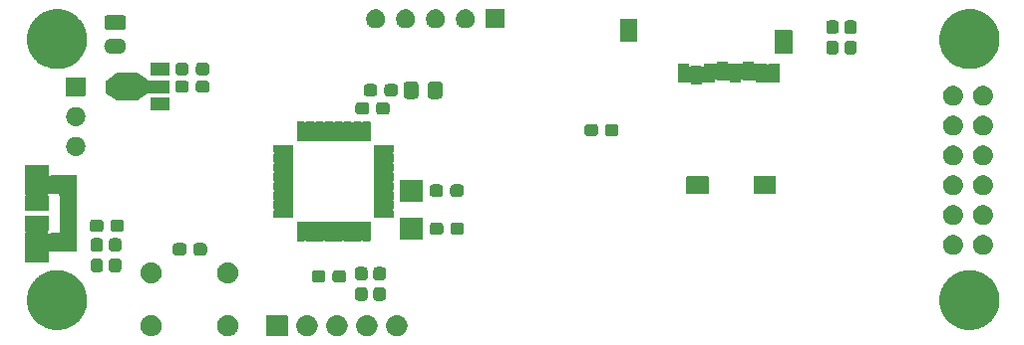
<source format=gts>
G04 #@! TF.GenerationSoftware,KiCad,Pcbnew,6.0.0-unknown-da645c5~86~ubuntu18.04.1*
G04 #@! TF.CreationDate,2019-07-09T16:21:19-04:00*
G04 #@! TF.ProjectId,Femtosat,46656d74-6f73-4617-942e-6b696361645f,rev?*
G04 #@! TF.SameCoordinates,Original*
G04 #@! TF.FileFunction,Soldermask,Top*
G04 #@! TF.FilePolarity,Negative*
%FSLAX46Y46*%
G04 Gerber Fmt 4.6, Leading zero omitted, Abs format (unit mm)*
G04 Created by KiCad (PCBNEW 6.0.0-unknown-da645c5~86~ubuntu18.04.1) date 2019-07-09 16:21:19*
%MOMM*%
%LPD*%
G04 APERTURE LIST*
%ADD10C,0.100000*%
G04 APERTURE END LIST*
D10*
G36*
X103599902Y-67699283D02*
G01*
X103644637Y-67699595D01*
X103688460Y-67708590D01*
X103738360Y-67713835D01*
X103780132Y-67727408D01*
X103817723Y-67735124D01*
X103864851Y-67754935D01*
X103918488Y-67772363D01*
X103951099Y-67791191D01*
X103980614Y-67803598D01*
X104028301Y-67835763D01*
X104082511Y-67867061D01*
X104105826Y-67888054D01*
X104127101Y-67902404D01*
X104172183Y-67947802D01*
X104223261Y-67993793D01*
X104238003Y-68014083D01*
X104251608Y-68027784D01*
X104290643Y-68086537D01*
X104334586Y-68147019D01*
X104342221Y-68164168D01*
X104349388Y-68174955D01*
X104378865Y-68246472D01*
X104411621Y-68320042D01*
X104414211Y-68332225D01*
X104416724Y-68338323D01*
X104433292Y-68421997D01*
X104450999Y-68505301D01*
X104450999Y-68694699D01*
X104448115Y-68708269D01*
X104448030Y-68714331D01*
X104429342Y-68796585D01*
X104411621Y-68879958D01*
X104409129Y-68885555D01*
X104409078Y-68885780D01*
X104337210Y-69047197D01*
X104337078Y-69047385D01*
X104334586Y-69052981D01*
X104284480Y-69121946D01*
X104235357Y-69191582D01*
X104230585Y-69196126D01*
X104223261Y-69206207D01*
X104163396Y-69260110D01*
X104107396Y-69313438D01*
X104096464Y-69320376D01*
X104082511Y-69332939D01*
X104017764Y-69370321D01*
X103958211Y-69408114D01*
X103940209Y-69415097D01*
X103918488Y-69427637D01*
X103853115Y-69448878D01*
X103793468Y-69472014D01*
X103768200Y-69476469D01*
X103738360Y-69486165D01*
X103676095Y-69492709D01*
X103619460Y-69502695D01*
X103587459Y-69502025D01*
X103550000Y-69505962D01*
X103493902Y-69500066D01*
X103442799Y-69498996D01*
X103405323Y-69490756D01*
X103361640Y-69486165D01*
X103313917Y-69470659D01*
X103270225Y-69461052D01*
X103229230Y-69443142D01*
X103181512Y-69427637D01*
X103143473Y-69405675D01*
X103108310Y-69390313D01*
X103066337Y-69361141D01*
X103017489Y-69332939D01*
X102989504Y-69307741D01*
X102963215Y-69289470D01*
X102923257Y-69248092D01*
X102876739Y-69206207D01*
X102858296Y-69180823D01*
X102840473Y-69162366D01*
X102805821Y-69108597D01*
X102765414Y-69052981D01*
X102755212Y-69030066D01*
X102744754Y-69013839D01*
X102718789Y-68948261D01*
X102688379Y-68879958D01*
X102684476Y-68861596D01*
X102679707Y-68849551D01*
X102665740Y-68773448D01*
X102649001Y-68694699D01*
X102649001Y-68682246D01*
X102647811Y-68675762D01*
X102649001Y-68590535D01*
X102649001Y-68505301D01*
X102650275Y-68499308D01*
X102650278Y-68499077D01*
X102687015Y-68326246D01*
X102687105Y-68326036D01*
X102688379Y-68320042D01*
X102723042Y-68242188D01*
X102756622Y-68163839D01*
X102760348Y-68158397D01*
X102765414Y-68147019D01*
X102812746Y-68081872D01*
X102856452Y-68018041D01*
X102865706Y-68008979D01*
X102876739Y-67993793D01*
X102932297Y-67943769D01*
X102982693Y-67894417D01*
X102998848Y-67883846D01*
X103017489Y-67867061D01*
X103077026Y-67832687D01*
X103130551Y-67797662D01*
X103154340Y-67788050D01*
X103181512Y-67772363D01*
X103241045Y-67753019D01*
X103294376Y-67731472D01*
X103325820Y-67725474D01*
X103361640Y-67713835D01*
X103417744Y-67707938D01*
X103467945Y-67698362D01*
X103506312Y-67698630D01*
X103550000Y-67694038D01*
X103599902Y-67699283D01*
X103599902Y-67699283D01*
G37*
G36*
X97099902Y-67699283D02*
G01*
X97144637Y-67699595D01*
X97188460Y-67708590D01*
X97238360Y-67713835D01*
X97280132Y-67727408D01*
X97317723Y-67735124D01*
X97364851Y-67754935D01*
X97418488Y-67772363D01*
X97451099Y-67791191D01*
X97480614Y-67803598D01*
X97528301Y-67835763D01*
X97582511Y-67867061D01*
X97605826Y-67888054D01*
X97627101Y-67902404D01*
X97672183Y-67947802D01*
X97723261Y-67993793D01*
X97738003Y-68014083D01*
X97751608Y-68027784D01*
X97790643Y-68086537D01*
X97834586Y-68147019D01*
X97842221Y-68164168D01*
X97849388Y-68174955D01*
X97878865Y-68246472D01*
X97911621Y-68320042D01*
X97914211Y-68332225D01*
X97916724Y-68338323D01*
X97933292Y-68421997D01*
X97950999Y-68505301D01*
X97950999Y-68694699D01*
X97948115Y-68708269D01*
X97948030Y-68714331D01*
X97929342Y-68796585D01*
X97911621Y-68879958D01*
X97909129Y-68885555D01*
X97909078Y-68885780D01*
X97837210Y-69047197D01*
X97837078Y-69047385D01*
X97834586Y-69052981D01*
X97784480Y-69121946D01*
X97735357Y-69191582D01*
X97730585Y-69196126D01*
X97723261Y-69206207D01*
X97663396Y-69260110D01*
X97607396Y-69313438D01*
X97596464Y-69320376D01*
X97582511Y-69332939D01*
X97517764Y-69370321D01*
X97458211Y-69408114D01*
X97440209Y-69415097D01*
X97418488Y-69427637D01*
X97353115Y-69448878D01*
X97293468Y-69472014D01*
X97268200Y-69476469D01*
X97238360Y-69486165D01*
X97176095Y-69492709D01*
X97119460Y-69502695D01*
X97087459Y-69502025D01*
X97050000Y-69505962D01*
X96993902Y-69500066D01*
X96942799Y-69498996D01*
X96905323Y-69490756D01*
X96861640Y-69486165D01*
X96813917Y-69470659D01*
X96770225Y-69461052D01*
X96729230Y-69443142D01*
X96681512Y-69427637D01*
X96643473Y-69405675D01*
X96608310Y-69390313D01*
X96566337Y-69361141D01*
X96517489Y-69332939D01*
X96489504Y-69307741D01*
X96463215Y-69289470D01*
X96423257Y-69248092D01*
X96376739Y-69206207D01*
X96358296Y-69180823D01*
X96340473Y-69162366D01*
X96305821Y-69108597D01*
X96265414Y-69052981D01*
X96255212Y-69030066D01*
X96244754Y-69013839D01*
X96218789Y-68948261D01*
X96188379Y-68879958D01*
X96184476Y-68861596D01*
X96179707Y-68849551D01*
X96165740Y-68773448D01*
X96149001Y-68694699D01*
X96149001Y-68682246D01*
X96147811Y-68675762D01*
X96149001Y-68590535D01*
X96149001Y-68505301D01*
X96150275Y-68499308D01*
X96150278Y-68499077D01*
X96187015Y-68326246D01*
X96187105Y-68326036D01*
X96188379Y-68320042D01*
X96223042Y-68242188D01*
X96256622Y-68163839D01*
X96260348Y-68158397D01*
X96265414Y-68147019D01*
X96312746Y-68081872D01*
X96356452Y-68018041D01*
X96365706Y-68008979D01*
X96376739Y-67993793D01*
X96432297Y-67943769D01*
X96482693Y-67894417D01*
X96498848Y-67883846D01*
X96517489Y-67867061D01*
X96577026Y-67832687D01*
X96630551Y-67797662D01*
X96654340Y-67788050D01*
X96681512Y-67772363D01*
X96741045Y-67753019D01*
X96794376Y-67731472D01*
X96825820Y-67725474D01*
X96861640Y-67713835D01*
X96917744Y-67707938D01*
X96967945Y-67698362D01*
X97006312Y-67698630D01*
X97050000Y-67694038D01*
X97099902Y-67699283D01*
X97099902Y-67699283D01*
G37*
G36*
X108619899Y-67701959D02*
G01*
X108636769Y-67713231D01*
X108648041Y-67730101D01*
X108654448Y-67762312D01*
X108654448Y-69437688D01*
X108651999Y-69450000D01*
X108648041Y-69469899D01*
X108636769Y-69486769D01*
X108619899Y-69498041D01*
X108600000Y-69501999D01*
X108587688Y-69504448D01*
X106912312Y-69504448D01*
X106880101Y-69498041D01*
X106863231Y-69486769D01*
X106851959Y-69469899D01*
X106845552Y-69437688D01*
X106845552Y-67762312D01*
X106851959Y-67730101D01*
X106863231Y-67713231D01*
X106880101Y-67701959D01*
X106912312Y-67695552D01*
X108587688Y-67695552D01*
X108619899Y-67701959D01*
X108619899Y-67701959D01*
G37*
G36*
X113018360Y-67713835D02*
G01*
X113099397Y-67740166D01*
X113186663Y-67767848D01*
X113189655Y-67769493D01*
X113198488Y-67772363D01*
X113270466Y-67813919D01*
X113341499Y-67852970D01*
X113348986Y-67859253D01*
X113362511Y-67867061D01*
X113420259Y-67919057D01*
X113476857Y-67966549D01*
X113486962Y-67979118D01*
X113503261Y-67993793D01*
X113545454Y-68051867D01*
X113587579Y-68104260D01*
X113597994Y-68124182D01*
X113614586Y-68147019D01*
X113641297Y-68207012D01*
X113669439Y-68260843D01*
X113677582Y-68288510D01*
X113691621Y-68320042D01*
X113703992Y-68378241D01*
X113719328Y-68430349D01*
X113722518Y-68465401D01*
X113730999Y-68505301D01*
X113730999Y-68558592D01*
X113735343Y-68606324D01*
X113730999Y-68647653D01*
X113730999Y-68694699D01*
X113721217Y-68740721D01*
X113716873Y-68782047D01*
X113702702Y-68827827D01*
X113691621Y-68879958D01*
X113675028Y-68917226D01*
X113664622Y-68950843D01*
X113638789Y-68998620D01*
X113614586Y-69052981D01*
X113594298Y-69080905D01*
X113580580Y-69106276D01*
X113541859Y-69153082D01*
X113503261Y-69206207D01*
X113482284Y-69225095D01*
X113467952Y-69242419D01*
X113415845Y-69284917D01*
X113362511Y-69332939D01*
X113343524Y-69343901D01*
X113331025Y-69354095D01*
X113265780Y-69388786D01*
X113198488Y-69427637D01*
X113183636Y-69432463D01*
X113175003Y-69437053D01*
X113097430Y-69460473D01*
X113018360Y-69486165D01*
X113009114Y-69487137D01*
X113005851Y-69488122D01*
X112914710Y-69497059D01*
X112877211Y-69501000D01*
X112782789Y-69501000D01*
X112641640Y-69486165D01*
X112560603Y-69459834D01*
X112473337Y-69432152D01*
X112470345Y-69430507D01*
X112461512Y-69427637D01*
X112389534Y-69386081D01*
X112318501Y-69347030D01*
X112311014Y-69340747D01*
X112297489Y-69332939D01*
X112239741Y-69280943D01*
X112183143Y-69233451D01*
X112173038Y-69220882D01*
X112156739Y-69206207D01*
X112114546Y-69148133D01*
X112072421Y-69095740D01*
X112062006Y-69075818D01*
X112045414Y-69052981D01*
X112018703Y-68992988D01*
X111990561Y-68939157D01*
X111982418Y-68911490D01*
X111968379Y-68879958D01*
X111956008Y-68821759D01*
X111940672Y-68769651D01*
X111937482Y-68734599D01*
X111929001Y-68694699D01*
X111929001Y-68641408D01*
X111924657Y-68593676D01*
X111929001Y-68552347D01*
X111929001Y-68505301D01*
X111938783Y-68459279D01*
X111943127Y-68417953D01*
X111957298Y-68372173D01*
X111968379Y-68320042D01*
X111984972Y-68282774D01*
X111995378Y-68249157D01*
X112021211Y-68201380D01*
X112045414Y-68147019D01*
X112065702Y-68119095D01*
X112079420Y-68093724D01*
X112118141Y-68046918D01*
X112156739Y-67993793D01*
X112177716Y-67974905D01*
X112192048Y-67957581D01*
X112244155Y-67915083D01*
X112297489Y-67867061D01*
X112316476Y-67856099D01*
X112328975Y-67845905D01*
X112394220Y-67811214D01*
X112461512Y-67772363D01*
X112476364Y-67767537D01*
X112484997Y-67762947D01*
X112562570Y-67739527D01*
X112641640Y-67713835D01*
X112650886Y-67712863D01*
X112654149Y-67711878D01*
X112745290Y-67702941D01*
X112782789Y-67699000D01*
X112877211Y-67699000D01*
X113018360Y-67713835D01*
X113018360Y-67713835D01*
G37*
G36*
X110478360Y-67713835D02*
G01*
X110559397Y-67740166D01*
X110646663Y-67767848D01*
X110649655Y-67769493D01*
X110658488Y-67772363D01*
X110730466Y-67813919D01*
X110801499Y-67852970D01*
X110808986Y-67859253D01*
X110822511Y-67867061D01*
X110880259Y-67919057D01*
X110936857Y-67966549D01*
X110946962Y-67979118D01*
X110963261Y-67993793D01*
X111005454Y-68051867D01*
X111047579Y-68104260D01*
X111057994Y-68124182D01*
X111074586Y-68147019D01*
X111101297Y-68207012D01*
X111129439Y-68260843D01*
X111137582Y-68288510D01*
X111151621Y-68320042D01*
X111163992Y-68378241D01*
X111179328Y-68430349D01*
X111182518Y-68465401D01*
X111190999Y-68505301D01*
X111190999Y-68558592D01*
X111195343Y-68606324D01*
X111190999Y-68647653D01*
X111190999Y-68694699D01*
X111181217Y-68740721D01*
X111176873Y-68782047D01*
X111162702Y-68827827D01*
X111151621Y-68879958D01*
X111135028Y-68917226D01*
X111124622Y-68950843D01*
X111098789Y-68998620D01*
X111074586Y-69052981D01*
X111054298Y-69080905D01*
X111040580Y-69106276D01*
X111001859Y-69153082D01*
X110963261Y-69206207D01*
X110942284Y-69225095D01*
X110927952Y-69242419D01*
X110875845Y-69284917D01*
X110822511Y-69332939D01*
X110803524Y-69343901D01*
X110791025Y-69354095D01*
X110725780Y-69388786D01*
X110658488Y-69427637D01*
X110643636Y-69432463D01*
X110635003Y-69437053D01*
X110557430Y-69460473D01*
X110478360Y-69486165D01*
X110469114Y-69487137D01*
X110465851Y-69488122D01*
X110374710Y-69497059D01*
X110337211Y-69501000D01*
X110242789Y-69501000D01*
X110101640Y-69486165D01*
X110020603Y-69459834D01*
X109933337Y-69432152D01*
X109930345Y-69430507D01*
X109921512Y-69427637D01*
X109849534Y-69386081D01*
X109778501Y-69347030D01*
X109771014Y-69340747D01*
X109757489Y-69332939D01*
X109699741Y-69280943D01*
X109643143Y-69233451D01*
X109633038Y-69220882D01*
X109616739Y-69206207D01*
X109574546Y-69148133D01*
X109532421Y-69095740D01*
X109522006Y-69075818D01*
X109505414Y-69052981D01*
X109478703Y-68992988D01*
X109450561Y-68939157D01*
X109442418Y-68911490D01*
X109428379Y-68879958D01*
X109416008Y-68821759D01*
X109400672Y-68769651D01*
X109397482Y-68734599D01*
X109389001Y-68694699D01*
X109389001Y-68641408D01*
X109384657Y-68593676D01*
X109389001Y-68552347D01*
X109389001Y-68505301D01*
X109398783Y-68459279D01*
X109403127Y-68417953D01*
X109417298Y-68372173D01*
X109428379Y-68320042D01*
X109444972Y-68282774D01*
X109455378Y-68249157D01*
X109481211Y-68201380D01*
X109505414Y-68147019D01*
X109525702Y-68119095D01*
X109539420Y-68093724D01*
X109578141Y-68046918D01*
X109616739Y-67993793D01*
X109637716Y-67974905D01*
X109652048Y-67957581D01*
X109704155Y-67915083D01*
X109757489Y-67867061D01*
X109776476Y-67856099D01*
X109788975Y-67845905D01*
X109854220Y-67811214D01*
X109921512Y-67772363D01*
X109936364Y-67767537D01*
X109944997Y-67762947D01*
X110022570Y-67739527D01*
X110101640Y-67713835D01*
X110110886Y-67712863D01*
X110114149Y-67711878D01*
X110205290Y-67702941D01*
X110242789Y-67699000D01*
X110337211Y-67699000D01*
X110478360Y-67713835D01*
X110478360Y-67713835D01*
G37*
G36*
X115558360Y-67713835D02*
G01*
X115639397Y-67740166D01*
X115726663Y-67767848D01*
X115729655Y-67769493D01*
X115738488Y-67772363D01*
X115810466Y-67813919D01*
X115881499Y-67852970D01*
X115888986Y-67859253D01*
X115902511Y-67867061D01*
X115960259Y-67919057D01*
X116016857Y-67966549D01*
X116026962Y-67979118D01*
X116043261Y-67993793D01*
X116085454Y-68051867D01*
X116127579Y-68104260D01*
X116137994Y-68124182D01*
X116154586Y-68147019D01*
X116181297Y-68207012D01*
X116209439Y-68260843D01*
X116217582Y-68288510D01*
X116231621Y-68320042D01*
X116243992Y-68378241D01*
X116259328Y-68430349D01*
X116262518Y-68465401D01*
X116270999Y-68505301D01*
X116270999Y-68558592D01*
X116275343Y-68606324D01*
X116270999Y-68647653D01*
X116270999Y-68694699D01*
X116261217Y-68740721D01*
X116256873Y-68782047D01*
X116242702Y-68827827D01*
X116231621Y-68879958D01*
X116215028Y-68917226D01*
X116204622Y-68950843D01*
X116178789Y-68998620D01*
X116154586Y-69052981D01*
X116134298Y-69080905D01*
X116120580Y-69106276D01*
X116081859Y-69153082D01*
X116043261Y-69206207D01*
X116022284Y-69225095D01*
X116007952Y-69242419D01*
X115955845Y-69284917D01*
X115902511Y-69332939D01*
X115883524Y-69343901D01*
X115871025Y-69354095D01*
X115805780Y-69388786D01*
X115738488Y-69427637D01*
X115723636Y-69432463D01*
X115715003Y-69437053D01*
X115637430Y-69460473D01*
X115558360Y-69486165D01*
X115549114Y-69487137D01*
X115545851Y-69488122D01*
X115454710Y-69497059D01*
X115417211Y-69501000D01*
X115322789Y-69501000D01*
X115181640Y-69486165D01*
X115100603Y-69459834D01*
X115013337Y-69432152D01*
X115010345Y-69430507D01*
X115001512Y-69427637D01*
X114929534Y-69386081D01*
X114858501Y-69347030D01*
X114851014Y-69340747D01*
X114837489Y-69332939D01*
X114779741Y-69280943D01*
X114723143Y-69233451D01*
X114713038Y-69220882D01*
X114696739Y-69206207D01*
X114654546Y-69148133D01*
X114612421Y-69095740D01*
X114602006Y-69075818D01*
X114585414Y-69052981D01*
X114558703Y-68992988D01*
X114530561Y-68939157D01*
X114522418Y-68911490D01*
X114508379Y-68879958D01*
X114496008Y-68821759D01*
X114480672Y-68769651D01*
X114477482Y-68734599D01*
X114469001Y-68694699D01*
X114469001Y-68641408D01*
X114464657Y-68593676D01*
X114469001Y-68552347D01*
X114469001Y-68505301D01*
X114478783Y-68459279D01*
X114483127Y-68417953D01*
X114497298Y-68372173D01*
X114508379Y-68320042D01*
X114524972Y-68282774D01*
X114535378Y-68249157D01*
X114561211Y-68201380D01*
X114585414Y-68147019D01*
X114605702Y-68119095D01*
X114619420Y-68093724D01*
X114658141Y-68046918D01*
X114696739Y-67993793D01*
X114717716Y-67974905D01*
X114732048Y-67957581D01*
X114784155Y-67915083D01*
X114837489Y-67867061D01*
X114856476Y-67856099D01*
X114868975Y-67845905D01*
X114934220Y-67811214D01*
X115001512Y-67772363D01*
X115016364Y-67767537D01*
X115024997Y-67762947D01*
X115102570Y-67739527D01*
X115181640Y-67713835D01*
X115190886Y-67712863D01*
X115194149Y-67711878D01*
X115285290Y-67702941D01*
X115322789Y-67699000D01*
X115417211Y-67699000D01*
X115558360Y-67713835D01*
X115558360Y-67713835D01*
G37*
G36*
X118098360Y-67713835D02*
G01*
X118179397Y-67740166D01*
X118266663Y-67767848D01*
X118269655Y-67769493D01*
X118278488Y-67772363D01*
X118350466Y-67813919D01*
X118421499Y-67852970D01*
X118428986Y-67859253D01*
X118442511Y-67867061D01*
X118500259Y-67919057D01*
X118556857Y-67966549D01*
X118566962Y-67979118D01*
X118583261Y-67993793D01*
X118625454Y-68051867D01*
X118667579Y-68104260D01*
X118677994Y-68124182D01*
X118694586Y-68147019D01*
X118721297Y-68207012D01*
X118749439Y-68260843D01*
X118757582Y-68288510D01*
X118771621Y-68320042D01*
X118783992Y-68378241D01*
X118799328Y-68430349D01*
X118802518Y-68465401D01*
X118810999Y-68505301D01*
X118810999Y-68558592D01*
X118815343Y-68606324D01*
X118810999Y-68647653D01*
X118810999Y-68694699D01*
X118801217Y-68740721D01*
X118796873Y-68782047D01*
X118782702Y-68827827D01*
X118771621Y-68879958D01*
X118755028Y-68917226D01*
X118744622Y-68950843D01*
X118718789Y-68998620D01*
X118694586Y-69052981D01*
X118674298Y-69080905D01*
X118660580Y-69106276D01*
X118621859Y-69153082D01*
X118583261Y-69206207D01*
X118562284Y-69225095D01*
X118547952Y-69242419D01*
X118495845Y-69284917D01*
X118442511Y-69332939D01*
X118423524Y-69343901D01*
X118411025Y-69354095D01*
X118345780Y-69388786D01*
X118278488Y-69427637D01*
X118263636Y-69432463D01*
X118255003Y-69437053D01*
X118177430Y-69460473D01*
X118098360Y-69486165D01*
X118089114Y-69487137D01*
X118085851Y-69488122D01*
X117994710Y-69497059D01*
X117957211Y-69501000D01*
X117862789Y-69501000D01*
X117721640Y-69486165D01*
X117640603Y-69459834D01*
X117553337Y-69432152D01*
X117550345Y-69430507D01*
X117541512Y-69427637D01*
X117469534Y-69386081D01*
X117398501Y-69347030D01*
X117391014Y-69340747D01*
X117377489Y-69332939D01*
X117319741Y-69280943D01*
X117263143Y-69233451D01*
X117253038Y-69220882D01*
X117236739Y-69206207D01*
X117194546Y-69148133D01*
X117152421Y-69095740D01*
X117142006Y-69075818D01*
X117125414Y-69052981D01*
X117098703Y-68992988D01*
X117070561Y-68939157D01*
X117062418Y-68911490D01*
X117048379Y-68879958D01*
X117036008Y-68821759D01*
X117020672Y-68769651D01*
X117017482Y-68734599D01*
X117009001Y-68694699D01*
X117009001Y-68641408D01*
X117004657Y-68593676D01*
X117009001Y-68552347D01*
X117009001Y-68505301D01*
X117018783Y-68459279D01*
X117023127Y-68417953D01*
X117037298Y-68372173D01*
X117048379Y-68320042D01*
X117064972Y-68282774D01*
X117075378Y-68249157D01*
X117101211Y-68201380D01*
X117125414Y-68147019D01*
X117145702Y-68119095D01*
X117159420Y-68093724D01*
X117198141Y-68046918D01*
X117236739Y-67993793D01*
X117257716Y-67974905D01*
X117272048Y-67957581D01*
X117324155Y-67915083D01*
X117377489Y-67867061D01*
X117396476Y-67856099D01*
X117408975Y-67845905D01*
X117474220Y-67811214D01*
X117541512Y-67772363D01*
X117556364Y-67767537D01*
X117564997Y-67762947D01*
X117642570Y-67739527D01*
X117721640Y-67713835D01*
X117730886Y-67712863D01*
X117734149Y-67711878D01*
X117825290Y-67702941D01*
X117862789Y-67699000D01*
X117957211Y-67699000D01*
X118098360Y-67713835D01*
X118098360Y-67713835D01*
G37*
G36*
X89121864Y-63877535D02*
G01*
X89176487Y-63876581D01*
X89280543Y-63887518D01*
X89385357Y-63894112D01*
X89436983Y-63903960D01*
X89486836Y-63909200D01*
X89593308Y-63933781D01*
X89700662Y-63954260D01*
X89746442Y-63969135D01*
X89790897Y-63979398D01*
X89897958Y-64018365D01*
X90005942Y-64053451D01*
X90045504Y-64072067D01*
X90084146Y-64086132D01*
X90189869Y-64140001D01*
X90296383Y-64190122D01*
X90329555Y-64211174D01*
X90362194Y-64227804D01*
X90464555Y-64296848D01*
X90567404Y-64362118D01*
X90594261Y-64384336D01*
X90620901Y-64402305D01*
X90717757Y-64486500D01*
X90814732Y-64566725D01*
X90835562Y-64588907D01*
X90856422Y-64607040D01*
X90945665Y-64706155D01*
X91034465Y-64800717D01*
X91049741Y-64821743D01*
X91065229Y-64838944D01*
X91144764Y-64952531D01*
X91223138Y-65060404D01*
X91233516Y-65079281D01*
X91244222Y-65094571D01*
X91311989Y-65222023D01*
X91377777Y-65341690D01*
X91384075Y-65357598D01*
X91390725Y-65370104D01*
X91444764Y-65510879D01*
X91495941Y-65640139D01*
X91499091Y-65652406D01*
X91502560Y-65661444D01*
X91541111Y-65816066D01*
X91575768Y-65951045D01*
X91576798Y-65959199D01*
X91578054Y-65964236D01*
X91599511Y-66138992D01*
X91615999Y-66269505D01*
X91615999Y-66590495D01*
X91605345Y-66674834D01*
X91604137Y-66720948D01*
X91587851Y-66813311D01*
X91575768Y-66908955D01*
X91560501Y-66968415D01*
X91550232Y-67026654D01*
X91520992Y-67122294D01*
X91495941Y-67219861D01*
X91474966Y-67272837D01*
X91458995Y-67325077D01*
X91416441Y-67420656D01*
X91377777Y-67518310D01*
X91352458Y-67564365D01*
X91332068Y-67610162D01*
X91275781Y-67703839D01*
X91223138Y-67799596D01*
X91194849Y-67838533D01*
X91171343Y-67877653D01*
X91101181Y-67967456D01*
X91034465Y-68059283D01*
X91004542Y-68091148D01*
X90979225Y-68123552D01*
X90895327Y-68207450D01*
X90814732Y-68293275D01*
X90784454Y-68318323D01*
X90758552Y-68344225D01*
X90661253Y-68420244D01*
X90567404Y-68497882D01*
X90537981Y-68516554D01*
X90512653Y-68536343D01*
X90402621Y-68602457D01*
X90296383Y-68669878D01*
X90268856Y-68682831D01*
X90245162Y-68697068D01*
X90123322Y-68751314D01*
X90005942Y-68806549D01*
X89981220Y-68814582D01*
X89960077Y-68823995D01*
X89827511Y-68864524D01*
X89700662Y-68905740D01*
X89679492Y-68909778D01*
X89661654Y-68915232D01*
X89519551Y-68940289D01*
X89385357Y-68965888D01*
X89368281Y-68966962D01*
X89354332Y-68969422D01*
X89203751Y-68977314D01*
X89065000Y-68986043D01*
X89052359Y-68985248D01*
X89042698Y-68985754D01*
X88883827Y-68974645D01*
X88744643Y-68965888D01*
X88736565Y-68964347D01*
X88731387Y-68963985D01*
X88558581Y-68930394D01*
X88429338Y-68905740D01*
X88425753Y-68904575D01*
X88425068Y-68904442D01*
X88128274Y-68808008D01*
X88127644Y-68807714D01*
X88124058Y-68806549D01*
X88004856Y-68750457D01*
X87845454Y-68676126D01*
X87841061Y-68673381D01*
X87833617Y-68669878D01*
X87715860Y-68595147D01*
X87580808Y-68510757D01*
X87573288Y-68504667D01*
X87562596Y-68497882D01*
X87455514Y-68409297D01*
X87338298Y-68314377D01*
X87328455Y-68304184D01*
X87315268Y-68293275D01*
X87221744Y-68193682D01*
X87121514Y-68089891D01*
X87110287Y-68074992D01*
X87095535Y-68059283D01*
X87017157Y-67951405D01*
X86933711Y-67840668D01*
X86922134Y-67820617D01*
X86906862Y-67799596D01*
X86844377Y-67685937D01*
X86777680Y-67570414D01*
X86766880Y-67544971D01*
X86752223Y-67518310D01*
X86705899Y-67401308D01*
X86655750Y-67283165D01*
X86646892Y-67252273D01*
X86634059Y-67219861D01*
X86603765Y-67101873D01*
X86569731Y-66983184D01*
X86564000Y-66946998D01*
X86554232Y-66908955D01*
X86539483Y-66792202D01*
X86520915Y-66674970D01*
X86519480Y-66633863D01*
X86514001Y-66590495D01*
X86514001Y-66476960D01*
X86510025Y-66363091D01*
X86514001Y-66317644D01*
X86514001Y-66269505D01*
X86527698Y-66161081D01*
X86537222Y-66052221D01*
X86547646Y-66003182D01*
X86554232Y-65951045D01*
X86580346Y-65849338D01*
X86602102Y-65746983D01*
X86619891Y-65695320D01*
X86634059Y-65640139D01*
X86671136Y-65546493D01*
X86703702Y-65451914D01*
X86729629Y-65398755D01*
X86752223Y-65341690D01*
X86798659Y-65257224D01*
X86840499Y-65171439D01*
X86875173Y-65118046D01*
X86906862Y-65060404D01*
X86960969Y-64985932D01*
X87010459Y-64909724D01*
X87054277Y-64857504D01*
X87095535Y-64800717D01*
X87155587Y-64736768D01*
X87211051Y-64670669D01*
X87264201Y-64621105D01*
X87315268Y-64566725D01*
X87379499Y-64513589D01*
X87439281Y-64457841D01*
X87501746Y-64412458D01*
X87562596Y-64362118D01*
X87629274Y-64319803D01*
X87691739Y-64274419D01*
X87763232Y-64234790D01*
X87833617Y-64190122D01*
X87901119Y-64158358D01*
X87964683Y-64123124D01*
X88044683Y-64090802D01*
X88124058Y-64053451D01*
X88190822Y-64031758D01*
X88254014Y-64006227D01*
X88341764Y-63982714D01*
X88429338Y-63954260D01*
X88493970Y-63941931D01*
X88555443Y-63925459D01*
X88649923Y-63912181D01*
X88744643Y-63894112D01*
X88805926Y-63890256D01*
X88864475Y-63882028D01*
X88964458Y-63880283D01*
X89065000Y-63873957D01*
X89121864Y-63877535D01*
X89121864Y-63877535D01*
G37*
G36*
X166601864Y-63877535D02*
G01*
X166656487Y-63876581D01*
X166760543Y-63887518D01*
X166865357Y-63894112D01*
X166916983Y-63903960D01*
X166966836Y-63909200D01*
X167073308Y-63933781D01*
X167180662Y-63954260D01*
X167226442Y-63969135D01*
X167270897Y-63979398D01*
X167377958Y-64018365D01*
X167485942Y-64053451D01*
X167525504Y-64072067D01*
X167564146Y-64086132D01*
X167669869Y-64140001D01*
X167776383Y-64190122D01*
X167809555Y-64211174D01*
X167842194Y-64227804D01*
X167944555Y-64296848D01*
X168047404Y-64362118D01*
X168074261Y-64384336D01*
X168100901Y-64402305D01*
X168197757Y-64486500D01*
X168294732Y-64566725D01*
X168315562Y-64588907D01*
X168336422Y-64607040D01*
X168425665Y-64706155D01*
X168514465Y-64800717D01*
X168529741Y-64821743D01*
X168545229Y-64838944D01*
X168624764Y-64952531D01*
X168703138Y-65060404D01*
X168713516Y-65079281D01*
X168724222Y-65094571D01*
X168791989Y-65222023D01*
X168857777Y-65341690D01*
X168864075Y-65357598D01*
X168870725Y-65370104D01*
X168924764Y-65510879D01*
X168975941Y-65640139D01*
X168979091Y-65652406D01*
X168982560Y-65661444D01*
X169021111Y-65816066D01*
X169055768Y-65951045D01*
X169056798Y-65959199D01*
X169058054Y-65964236D01*
X169079511Y-66138992D01*
X169095999Y-66269505D01*
X169095999Y-66590495D01*
X169085345Y-66674834D01*
X169084137Y-66720948D01*
X169067851Y-66813311D01*
X169055768Y-66908955D01*
X169040501Y-66968415D01*
X169030232Y-67026654D01*
X169000992Y-67122294D01*
X168975941Y-67219861D01*
X168954966Y-67272837D01*
X168938995Y-67325077D01*
X168896441Y-67420656D01*
X168857777Y-67518310D01*
X168832458Y-67564365D01*
X168812068Y-67610162D01*
X168755781Y-67703839D01*
X168703138Y-67799596D01*
X168674849Y-67838533D01*
X168651343Y-67877653D01*
X168581181Y-67967456D01*
X168514465Y-68059283D01*
X168484542Y-68091148D01*
X168459225Y-68123552D01*
X168375327Y-68207450D01*
X168294732Y-68293275D01*
X168264454Y-68318323D01*
X168238552Y-68344225D01*
X168141253Y-68420244D01*
X168047404Y-68497882D01*
X168017981Y-68516554D01*
X167992653Y-68536343D01*
X167882621Y-68602457D01*
X167776383Y-68669878D01*
X167748856Y-68682831D01*
X167725162Y-68697068D01*
X167603322Y-68751314D01*
X167485942Y-68806549D01*
X167461220Y-68814582D01*
X167440077Y-68823995D01*
X167307511Y-68864524D01*
X167180662Y-68905740D01*
X167159492Y-68909778D01*
X167141654Y-68915232D01*
X166999551Y-68940289D01*
X166865357Y-68965888D01*
X166848281Y-68966962D01*
X166834332Y-68969422D01*
X166683751Y-68977314D01*
X166545000Y-68986043D01*
X166532359Y-68985248D01*
X166522698Y-68985754D01*
X166363827Y-68974645D01*
X166224643Y-68965888D01*
X166216565Y-68964347D01*
X166211387Y-68963985D01*
X166038581Y-68930394D01*
X165909338Y-68905740D01*
X165905753Y-68904575D01*
X165905068Y-68904442D01*
X165608274Y-68808008D01*
X165607644Y-68807714D01*
X165604058Y-68806549D01*
X165484856Y-68750457D01*
X165325454Y-68676126D01*
X165321061Y-68673381D01*
X165313617Y-68669878D01*
X165195860Y-68595147D01*
X165060808Y-68510757D01*
X165053288Y-68504667D01*
X165042596Y-68497882D01*
X164935514Y-68409297D01*
X164818298Y-68314377D01*
X164808455Y-68304184D01*
X164795268Y-68293275D01*
X164701744Y-68193682D01*
X164601514Y-68089891D01*
X164590287Y-68074992D01*
X164575535Y-68059283D01*
X164497157Y-67951405D01*
X164413711Y-67840668D01*
X164402134Y-67820617D01*
X164386862Y-67799596D01*
X164324377Y-67685937D01*
X164257680Y-67570414D01*
X164246880Y-67544971D01*
X164232223Y-67518310D01*
X164185899Y-67401308D01*
X164135750Y-67283165D01*
X164126892Y-67252273D01*
X164114059Y-67219861D01*
X164083765Y-67101873D01*
X164049731Y-66983184D01*
X164044000Y-66946998D01*
X164034232Y-66908955D01*
X164019483Y-66792202D01*
X164000915Y-66674970D01*
X163999480Y-66633863D01*
X163994001Y-66590495D01*
X163994001Y-66476960D01*
X163990025Y-66363091D01*
X163994001Y-66317644D01*
X163994001Y-66269505D01*
X164007698Y-66161081D01*
X164017222Y-66052221D01*
X164027646Y-66003182D01*
X164034232Y-65951045D01*
X164060346Y-65849338D01*
X164082102Y-65746983D01*
X164099891Y-65695320D01*
X164114059Y-65640139D01*
X164151136Y-65546493D01*
X164183702Y-65451914D01*
X164209629Y-65398755D01*
X164232223Y-65341690D01*
X164278659Y-65257224D01*
X164320499Y-65171439D01*
X164355173Y-65118046D01*
X164386862Y-65060404D01*
X164440969Y-64985932D01*
X164490459Y-64909724D01*
X164534277Y-64857504D01*
X164575535Y-64800717D01*
X164635587Y-64736768D01*
X164691051Y-64670669D01*
X164744201Y-64621105D01*
X164795268Y-64566725D01*
X164859499Y-64513589D01*
X164919281Y-64457841D01*
X164981746Y-64412458D01*
X165042596Y-64362118D01*
X165109274Y-64319803D01*
X165171739Y-64274419D01*
X165243232Y-64234790D01*
X165313617Y-64190122D01*
X165381119Y-64158358D01*
X165444683Y-64123124D01*
X165524683Y-64090802D01*
X165604058Y-64053451D01*
X165670822Y-64031758D01*
X165734014Y-64006227D01*
X165821764Y-63982714D01*
X165909338Y-63954260D01*
X165973970Y-63941931D01*
X166035443Y-63925459D01*
X166129923Y-63912181D01*
X166224643Y-63894112D01*
X166285926Y-63890256D01*
X166344475Y-63882028D01*
X166444458Y-63880283D01*
X166545000Y-63873957D01*
X166601864Y-63877535D01*
X166601864Y-63877535D01*
G37*
G36*
X116682980Y-65348117D02*
G01*
X116683386Y-65348117D01*
X116685637Y-65348538D01*
X116774801Y-65362660D01*
X116782691Y-65366680D01*
X116789409Y-65367936D01*
X116809176Y-65380175D01*
X116856229Y-65404150D01*
X116869776Y-65417697D01*
X116881114Y-65424717D01*
X116894432Y-65442353D01*
X116920850Y-65468771D01*
X116934267Y-65495103D01*
X116946114Y-65510791D01*
X116949418Y-65524838D01*
X116962340Y-65550199D01*
X116976686Y-65640777D01*
X116976883Y-65641614D01*
X116976883Y-65642020D01*
X116978194Y-65650297D01*
X116978194Y-66199703D01*
X116976883Y-66207980D01*
X116976883Y-66208386D01*
X116976462Y-66210637D01*
X116962340Y-66299801D01*
X116958320Y-66307691D01*
X116957064Y-66314409D01*
X116944825Y-66334176D01*
X116920850Y-66381229D01*
X116907303Y-66394776D01*
X116900283Y-66406114D01*
X116882647Y-66419432D01*
X116856229Y-66445850D01*
X116829897Y-66459267D01*
X116814209Y-66471114D01*
X116800162Y-66474418D01*
X116774801Y-66487340D01*
X116684223Y-66501686D01*
X116683386Y-66501883D01*
X116682980Y-66501883D01*
X116674703Y-66503194D01*
X116225297Y-66503194D01*
X116217020Y-66501883D01*
X116216614Y-66501883D01*
X116214363Y-66501462D01*
X116125199Y-66487340D01*
X116117309Y-66483320D01*
X116110591Y-66482064D01*
X116090824Y-66469825D01*
X116043771Y-66445850D01*
X116030224Y-66432303D01*
X116018886Y-66425283D01*
X116005568Y-66407647D01*
X115979150Y-66381229D01*
X115965733Y-66354897D01*
X115953886Y-66339209D01*
X115950582Y-66325162D01*
X115937660Y-66299801D01*
X115923314Y-66209223D01*
X115923117Y-66208386D01*
X115923117Y-66207980D01*
X115921806Y-66199703D01*
X115921806Y-65650297D01*
X115923117Y-65642020D01*
X115923117Y-65641614D01*
X115923538Y-65639363D01*
X115937660Y-65550199D01*
X115941680Y-65542309D01*
X115942936Y-65535591D01*
X115955175Y-65515824D01*
X115979150Y-65468771D01*
X115992697Y-65455224D01*
X115999717Y-65443886D01*
X116017353Y-65430568D01*
X116043771Y-65404150D01*
X116070103Y-65390733D01*
X116085791Y-65378886D01*
X116099838Y-65375582D01*
X116125199Y-65362660D01*
X116215777Y-65348314D01*
X116216614Y-65348117D01*
X116217020Y-65348117D01*
X116225297Y-65346806D01*
X116674703Y-65346806D01*
X116682980Y-65348117D01*
X116682980Y-65348117D01*
G37*
G36*
X115132980Y-65348117D02*
G01*
X115133386Y-65348117D01*
X115135637Y-65348538D01*
X115224801Y-65362660D01*
X115232691Y-65366680D01*
X115239409Y-65367936D01*
X115259176Y-65380175D01*
X115306229Y-65404150D01*
X115319776Y-65417697D01*
X115331114Y-65424717D01*
X115344432Y-65442353D01*
X115370850Y-65468771D01*
X115384267Y-65495103D01*
X115396114Y-65510791D01*
X115399418Y-65524838D01*
X115412340Y-65550199D01*
X115426686Y-65640777D01*
X115426883Y-65641614D01*
X115426883Y-65642020D01*
X115428194Y-65650297D01*
X115428194Y-66199703D01*
X115426883Y-66207980D01*
X115426883Y-66208386D01*
X115426462Y-66210637D01*
X115412340Y-66299801D01*
X115408320Y-66307691D01*
X115407064Y-66314409D01*
X115394825Y-66334176D01*
X115370850Y-66381229D01*
X115357303Y-66394776D01*
X115350283Y-66406114D01*
X115332647Y-66419432D01*
X115306229Y-66445850D01*
X115279897Y-66459267D01*
X115264209Y-66471114D01*
X115250162Y-66474418D01*
X115224801Y-66487340D01*
X115134223Y-66501686D01*
X115133386Y-66501883D01*
X115132980Y-66501883D01*
X115124703Y-66503194D01*
X114675297Y-66503194D01*
X114667020Y-66501883D01*
X114666614Y-66501883D01*
X114664363Y-66501462D01*
X114575199Y-66487340D01*
X114567309Y-66483320D01*
X114560591Y-66482064D01*
X114540824Y-66469825D01*
X114493771Y-66445850D01*
X114480224Y-66432303D01*
X114468886Y-66425283D01*
X114455568Y-66407647D01*
X114429150Y-66381229D01*
X114415733Y-66354897D01*
X114403886Y-66339209D01*
X114400582Y-66325162D01*
X114387660Y-66299801D01*
X114373314Y-66209223D01*
X114373117Y-66208386D01*
X114373117Y-66207980D01*
X114371806Y-66199703D01*
X114371806Y-65650297D01*
X114373117Y-65642020D01*
X114373117Y-65641614D01*
X114373538Y-65639363D01*
X114387660Y-65550199D01*
X114391680Y-65542309D01*
X114392936Y-65535591D01*
X114405175Y-65515824D01*
X114429150Y-65468771D01*
X114442697Y-65455224D01*
X114449717Y-65443886D01*
X114467353Y-65430568D01*
X114493771Y-65404150D01*
X114520103Y-65390733D01*
X114535791Y-65378886D01*
X114549838Y-65375582D01*
X114575199Y-65362660D01*
X114665777Y-65348314D01*
X114666614Y-65348117D01*
X114667020Y-65348117D01*
X114675297Y-65346806D01*
X115124703Y-65346806D01*
X115132980Y-65348117D01*
X115132980Y-65348117D01*
G37*
G36*
X97099902Y-63199283D02*
G01*
X97144637Y-63199595D01*
X97188460Y-63208590D01*
X97238360Y-63213835D01*
X97280132Y-63227408D01*
X97317723Y-63235124D01*
X97364851Y-63254935D01*
X97418488Y-63272363D01*
X97451099Y-63291191D01*
X97480614Y-63303598D01*
X97528301Y-63335763D01*
X97582511Y-63367061D01*
X97605826Y-63388054D01*
X97627101Y-63402404D01*
X97672183Y-63447802D01*
X97723261Y-63493793D01*
X97738003Y-63514083D01*
X97751608Y-63527784D01*
X97790643Y-63586537D01*
X97834586Y-63647019D01*
X97842221Y-63664168D01*
X97849388Y-63674955D01*
X97878865Y-63746472D01*
X97911621Y-63820042D01*
X97914211Y-63832225D01*
X97916724Y-63838323D01*
X97933292Y-63921997D01*
X97950999Y-64005301D01*
X97950999Y-64194699D01*
X97948115Y-64208269D01*
X97948030Y-64214331D01*
X97929342Y-64296585D01*
X97911621Y-64379958D01*
X97909129Y-64385555D01*
X97909078Y-64385780D01*
X97837210Y-64547197D01*
X97837078Y-64547385D01*
X97834586Y-64552981D01*
X97784480Y-64621946D01*
X97735357Y-64691582D01*
X97730585Y-64696126D01*
X97723261Y-64706207D01*
X97663396Y-64760110D01*
X97607396Y-64813438D01*
X97596464Y-64820376D01*
X97582511Y-64832939D01*
X97517764Y-64870321D01*
X97458211Y-64908114D01*
X97440209Y-64915097D01*
X97418488Y-64927637D01*
X97353115Y-64948878D01*
X97293468Y-64972014D01*
X97268200Y-64976469D01*
X97238360Y-64986165D01*
X97176095Y-64992709D01*
X97119460Y-65002695D01*
X97087459Y-65002025D01*
X97050000Y-65005962D01*
X96993902Y-65000066D01*
X96942799Y-64998996D01*
X96905323Y-64990756D01*
X96861640Y-64986165D01*
X96813917Y-64970659D01*
X96770225Y-64961052D01*
X96729230Y-64943142D01*
X96681512Y-64927637D01*
X96643473Y-64905675D01*
X96608310Y-64890313D01*
X96566337Y-64861141D01*
X96517489Y-64832939D01*
X96489504Y-64807741D01*
X96463215Y-64789470D01*
X96423257Y-64748092D01*
X96376739Y-64706207D01*
X96358296Y-64680823D01*
X96340473Y-64662366D01*
X96305821Y-64608597D01*
X96265414Y-64552981D01*
X96255212Y-64530066D01*
X96244754Y-64513839D01*
X96218789Y-64448261D01*
X96188379Y-64379958D01*
X96184476Y-64361596D01*
X96179707Y-64349551D01*
X96165740Y-64273448D01*
X96149001Y-64194699D01*
X96149001Y-64182246D01*
X96147811Y-64175762D01*
X96149001Y-64090535D01*
X96149001Y-64005301D01*
X96150275Y-63999308D01*
X96150278Y-63999077D01*
X96187015Y-63826246D01*
X96187105Y-63826036D01*
X96188379Y-63820042D01*
X96223042Y-63742188D01*
X96256622Y-63663839D01*
X96260348Y-63658397D01*
X96265414Y-63647019D01*
X96312746Y-63581872D01*
X96356452Y-63518041D01*
X96365706Y-63508979D01*
X96376739Y-63493793D01*
X96432297Y-63443769D01*
X96482693Y-63394417D01*
X96498848Y-63383846D01*
X96517489Y-63367061D01*
X96577026Y-63332687D01*
X96630551Y-63297662D01*
X96654340Y-63288050D01*
X96681512Y-63272363D01*
X96741045Y-63253019D01*
X96794376Y-63231472D01*
X96825820Y-63225474D01*
X96861640Y-63213835D01*
X96917744Y-63207938D01*
X96967945Y-63198362D01*
X97006312Y-63198630D01*
X97050000Y-63194038D01*
X97099902Y-63199283D01*
X97099902Y-63199283D01*
G37*
G36*
X103599902Y-63199283D02*
G01*
X103644637Y-63199595D01*
X103688460Y-63208590D01*
X103738360Y-63213835D01*
X103780132Y-63227408D01*
X103817723Y-63235124D01*
X103864851Y-63254935D01*
X103918488Y-63272363D01*
X103951099Y-63291191D01*
X103980614Y-63303598D01*
X104028301Y-63335763D01*
X104082511Y-63367061D01*
X104105826Y-63388054D01*
X104127101Y-63402404D01*
X104172183Y-63447802D01*
X104223261Y-63493793D01*
X104238003Y-63514083D01*
X104251608Y-63527784D01*
X104290643Y-63586537D01*
X104334586Y-63647019D01*
X104342221Y-63664168D01*
X104349388Y-63674955D01*
X104378865Y-63746472D01*
X104411621Y-63820042D01*
X104414211Y-63832225D01*
X104416724Y-63838323D01*
X104433292Y-63921997D01*
X104450999Y-64005301D01*
X104450999Y-64194699D01*
X104448115Y-64208269D01*
X104448030Y-64214331D01*
X104429342Y-64296585D01*
X104411621Y-64379958D01*
X104409129Y-64385555D01*
X104409078Y-64385780D01*
X104337210Y-64547197D01*
X104337078Y-64547385D01*
X104334586Y-64552981D01*
X104284480Y-64621946D01*
X104235357Y-64691582D01*
X104230585Y-64696126D01*
X104223261Y-64706207D01*
X104163396Y-64760110D01*
X104107396Y-64813438D01*
X104096464Y-64820376D01*
X104082511Y-64832939D01*
X104017764Y-64870321D01*
X103958211Y-64908114D01*
X103940209Y-64915097D01*
X103918488Y-64927637D01*
X103853115Y-64948878D01*
X103793468Y-64972014D01*
X103768200Y-64976469D01*
X103738360Y-64986165D01*
X103676095Y-64992709D01*
X103619460Y-65002695D01*
X103587459Y-65002025D01*
X103550000Y-65005962D01*
X103493902Y-65000066D01*
X103442799Y-64998996D01*
X103405323Y-64990756D01*
X103361640Y-64986165D01*
X103313917Y-64970659D01*
X103270225Y-64961052D01*
X103229230Y-64943142D01*
X103181512Y-64927637D01*
X103143473Y-64905675D01*
X103108310Y-64890313D01*
X103066337Y-64861141D01*
X103017489Y-64832939D01*
X102989504Y-64807741D01*
X102963215Y-64789470D01*
X102923257Y-64748092D01*
X102876739Y-64706207D01*
X102858296Y-64680823D01*
X102840473Y-64662366D01*
X102805821Y-64608597D01*
X102765414Y-64552981D01*
X102755212Y-64530066D01*
X102744754Y-64513839D01*
X102718789Y-64448261D01*
X102688379Y-64379958D01*
X102684476Y-64361596D01*
X102679707Y-64349551D01*
X102665740Y-64273448D01*
X102649001Y-64194699D01*
X102649001Y-64182246D01*
X102647811Y-64175762D01*
X102649001Y-64090535D01*
X102649001Y-64005301D01*
X102650275Y-63999308D01*
X102650278Y-63999077D01*
X102687015Y-63826246D01*
X102687105Y-63826036D01*
X102688379Y-63820042D01*
X102723042Y-63742188D01*
X102756622Y-63663839D01*
X102760348Y-63658397D01*
X102765414Y-63647019D01*
X102812746Y-63581872D01*
X102856452Y-63518041D01*
X102865706Y-63508979D01*
X102876739Y-63493793D01*
X102932297Y-63443769D01*
X102982693Y-63394417D01*
X102998848Y-63383846D01*
X103017489Y-63367061D01*
X103077026Y-63332687D01*
X103130551Y-63297662D01*
X103154340Y-63288050D01*
X103181512Y-63272363D01*
X103241045Y-63253019D01*
X103294376Y-63231472D01*
X103325820Y-63225474D01*
X103361640Y-63213835D01*
X103417744Y-63207938D01*
X103467945Y-63198362D01*
X103506312Y-63198630D01*
X103550000Y-63194038D01*
X103599902Y-63199283D01*
X103599902Y-63199283D01*
G37*
G36*
X111557980Y-63873117D02*
G01*
X111558386Y-63873117D01*
X111560637Y-63873538D01*
X111649801Y-63887660D01*
X111657691Y-63891680D01*
X111664409Y-63892936D01*
X111684176Y-63905175D01*
X111731229Y-63929150D01*
X111744776Y-63942697D01*
X111756114Y-63949717D01*
X111769432Y-63967353D01*
X111795850Y-63993771D01*
X111809267Y-64020103D01*
X111821114Y-64035791D01*
X111824418Y-64049838D01*
X111837340Y-64075199D01*
X111851686Y-64165777D01*
X111851883Y-64166614D01*
X111851883Y-64167020D01*
X111853194Y-64175297D01*
X111853194Y-64624703D01*
X111851883Y-64632980D01*
X111851883Y-64633386D01*
X111851462Y-64635637D01*
X111837340Y-64724801D01*
X111833320Y-64732691D01*
X111832064Y-64739409D01*
X111819825Y-64759176D01*
X111795850Y-64806229D01*
X111782303Y-64819776D01*
X111775283Y-64831114D01*
X111757647Y-64844432D01*
X111731229Y-64870850D01*
X111704897Y-64884267D01*
X111689209Y-64896114D01*
X111675162Y-64899418D01*
X111649801Y-64912340D01*
X111559223Y-64926686D01*
X111558386Y-64926883D01*
X111557980Y-64926883D01*
X111549703Y-64928194D01*
X111000297Y-64928194D01*
X110992020Y-64926883D01*
X110991614Y-64926883D01*
X110989363Y-64926462D01*
X110900199Y-64912340D01*
X110892309Y-64908320D01*
X110885591Y-64907064D01*
X110865824Y-64894825D01*
X110818771Y-64870850D01*
X110805224Y-64857303D01*
X110793886Y-64850283D01*
X110780568Y-64832647D01*
X110754150Y-64806229D01*
X110740733Y-64779897D01*
X110728886Y-64764209D01*
X110725582Y-64750162D01*
X110712660Y-64724801D01*
X110698314Y-64634223D01*
X110698117Y-64633386D01*
X110698117Y-64632980D01*
X110696806Y-64624703D01*
X110696806Y-64175297D01*
X110698117Y-64167020D01*
X110698117Y-64166614D01*
X110698538Y-64164363D01*
X110712660Y-64075199D01*
X110716680Y-64067309D01*
X110717936Y-64060591D01*
X110730175Y-64040824D01*
X110754150Y-63993771D01*
X110767697Y-63980224D01*
X110774717Y-63968886D01*
X110792353Y-63955568D01*
X110818771Y-63929150D01*
X110845103Y-63915733D01*
X110860791Y-63903886D01*
X110874838Y-63900582D01*
X110900199Y-63887660D01*
X110990777Y-63873314D01*
X110991614Y-63873117D01*
X110992020Y-63873117D01*
X111000297Y-63871806D01*
X111549703Y-63871806D01*
X111557980Y-63873117D01*
X111557980Y-63873117D01*
G37*
G36*
X113307980Y-63873117D02*
G01*
X113308386Y-63873117D01*
X113310637Y-63873538D01*
X113399801Y-63887660D01*
X113407691Y-63891680D01*
X113414409Y-63892936D01*
X113434176Y-63905175D01*
X113481229Y-63929150D01*
X113494776Y-63942697D01*
X113506114Y-63949717D01*
X113519432Y-63967353D01*
X113545850Y-63993771D01*
X113559267Y-64020103D01*
X113571114Y-64035791D01*
X113574418Y-64049838D01*
X113587340Y-64075199D01*
X113601686Y-64165777D01*
X113601883Y-64166614D01*
X113601883Y-64167020D01*
X113603194Y-64175297D01*
X113603194Y-64624703D01*
X113601883Y-64632980D01*
X113601883Y-64633386D01*
X113601462Y-64635637D01*
X113587340Y-64724801D01*
X113583320Y-64732691D01*
X113582064Y-64739409D01*
X113569825Y-64759176D01*
X113545850Y-64806229D01*
X113532303Y-64819776D01*
X113525283Y-64831114D01*
X113507647Y-64844432D01*
X113481229Y-64870850D01*
X113454897Y-64884267D01*
X113439209Y-64896114D01*
X113425162Y-64899418D01*
X113399801Y-64912340D01*
X113309223Y-64926686D01*
X113308386Y-64926883D01*
X113307980Y-64926883D01*
X113299703Y-64928194D01*
X112750297Y-64928194D01*
X112742020Y-64926883D01*
X112741614Y-64926883D01*
X112739363Y-64926462D01*
X112650199Y-64912340D01*
X112642309Y-64908320D01*
X112635591Y-64907064D01*
X112615824Y-64894825D01*
X112568771Y-64870850D01*
X112555224Y-64857303D01*
X112543886Y-64850283D01*
X112530568Y-64832647D01*
X112504150Y-64806229D01*
X112490733Y-64779897D01*
X112478886Y-64764209D01*
X112475582Y-64750162D01*
X112462660Y-64724801D01*
X112448314Y-64634223D01*
X112448117Y-64633386D01*
X112448117Y-64632980D01*
X112446806Y-64624703D01*
X112446806Y-64175297D01*
X112448117Y-64167020D01*
X112448117Y-64166614D01*
X112448538Y-64164363D01*
X112462660Y-64075199D01*
X112466680Y-64067309D01*
X112467936Y-64060591D01*
X112480175Y-64040824D01*
X112504150Y-63993771D01*
X112517697Y-63980224D01*
X112524717Y-63968886D01*
X112542353Y-63955568D01*
X112568771Y-63929150D01*
X112595103Y-63915733D01*
X112610791Y-63903886D01*
X112624838Y-63900582D01*
X112650199Y-63887660D01*
X112740777Y-63873314D01*
X112741614Y-63873117D01*
X112742020Y-63873117D01*
X112750297Y-63871806D01*
X113299703Y-63871806D01*
X113307980Y-63873117D01*
X113307980Y-63873117D01*
G37*
G36*
X116682980Y-63598117D02*
G01*
X116683386Y-63598117D01*
X116685637Y-63598538D01*
X116774801Y-63612660D01*
X116782691Y-63616680D01*
X116789409Y-63617936D01*
X116809176Y-63630175D01*
X116856229Y-63654150D01*
X116869776Y-63667697D01*
X116881114Y-63674717D01*
X116894432Y-63692353D01*
X116920850Y-63718771D01*
X116934267Y-63745103D01*
X116946114Y-63760791D01*
X116949418Y-63774838D01*
X116962340Y-63800199D01*
X116976686Y-63890777D01*
X116976883Y-63891614D01*
X116976883Y-63892020D01*
X116978194Y-63900297D01*
X116978194Y-64449703D01*
X116976883Y-64457980D01*
X116976883Y-64458386D01*
X116976462Y-64460637D01*
X116962340Y-64549801D01*
X116958320Y-64557691D01*
X116957064Y-64564409D01*
X116944825Y-64584176D01*
X116920850Y-64631229D01*
X116907303Y-64644776D01*
X116900283Y-64656114D01*
X116882647Y-64669432D01*
X116856229Y-64695850D01*
X116829897Y-64709267D01*
X116814209Y-64721114D01*
X116800162Y-64724418D01*
X116774801Y-64737340D01*
X116684223Y-64751686D01*
X116683386Y-64751883D01*
X116682980Y-64751883D01*
X116674703Y-64753194D01*
X116225297Y-64753194D01*
X116217020Y-64751883D01*
X116216614Y-64751883D01*
X116214363Y-64751462D01*
X116125199Y-64737340D01*
X116117309Y-64733320D01*
X116110591Y-64732064D01*
X116090824Y-64719825D01*
X116043771Y-64695850D01*
X116030224Y-64682303D01*
X116018886Y-64675283D01*
X116005568Y-64657647D01*
X115979150Y-64631229D01*
X115965733Y-64604897D01*
X115953886Y-64589209D01*
X115950582Y-64575162D01*
X115937660Y-64549801D01*
X115923314Y-64459223D01*
X115923117Y-64458386D01*
X115923117Y-64457980D01*
X115921806Y-64449703D01*
X115921806Y-63900297D01*
X115923117Y-63892020D01*
X115923117Y-63891614D01*
X115923538Y-63889363D01*
X115937660Y-63800199D01*
X115941680Y-63792309D01*
X115942936Y-63785591D01*
X115955175Y-63765824D01*
X115979150Y-63718771D01*
X115992697Y-63705224D01*
X115999717Y-63693886D01*
X116017353Y-63680568D01*
X116043771Y-63654150D01*
X116070103Y-63640733D01*
X116085791Y-63628886D01*
X116099838Y-63625582D01*
X116125199Y-63612660D01*
X116215777Y-63598314D01*
X116216614Y-63598117D01*
X116217020Y-63598117D01*
X116225297Y-63596806D01*
X116674703Y-63596806D01*
X116682980Y-63598117D01*
X116682980Y-63598117D01*
G37*
G36*
X115132980Y-63598117D02*
G01*
X115133386Y-63598117D01*
X115135637Y-63598538D01*
X115224801Y-63612660D01*
X115232691Y-63616680D01*
X115239409Y-63617936D01*
X115259176Y-63630175D01*
X115306229Y-63654150D01*
X115319776Y-63667697D01*
X115331114Y-63674717D01*
X115344432Y-63692353D01*
X115370850Y-63718771D01*
X115384267Y-63745103D01*
X115396114Y-63760791D01*
X115399418Y-63774838D01*
X115412340Y-63800199D01*
X115426686Y-63890777D01*
X115426883Y-63891614D01*
X115426883Y-63892020D01*
X115428194Y-63900297D01*
X115428194Y-64449703D01*
X115426883Y-64457980D01*
X115426883Y-64458386D01*
X115426462Y-64460637D01*
X115412340Y-64549801D01*
X115408320Y-64557691D01*
X115407064Y-64564409D01*
X115394825Y-64584176D01*
X115370850Y-64631229D01*
X115357303Y-64644776D01*
X115350283Y-64656114D01*
X115332647Y-64669432D01*
X115306229Y-64695850D01*
X115279897Y-64709267D01*
X115264209Y-64721114D01*
X115250162Y-64724418D01*
X115224801Y-64737340D01*
X115134223Y-64751686D01*
X115133386Y-64751883D01*
X115132980Y-64751883D01*
X115124703Y-64753194D01*
X114675297Y-64753194D01*
X114667020Y-64751883D01*
X114666614Y-64751883D01*
X114664363Y-64751462D01*
X114575199Y-64737340D01*
X114567309Y-64733320D01*
X114560591Y-64732064D01*
X114540824Y-64719825D01*
X114493771Y-64695850D01*
X114480224Y-64682303D01*
X114468886Y-64675283D01*
X114455568Y-64657647D01*
X114429150Y-64631229D01*
X114415733Y-64604897D01*
X114403886Y-64589209D01*
X114400582Y-64575162D01*
X114387660Y-64549801D01*
X114373314Y-64459223D01*
X114373117Y-64458386D01*
X114373117Y-64457980D01*
X114371806Y-64449703D01*
X114371806Y-63900297D01*
X114373117Y-63892020D01*
X114373117Y-63891614D01*
X114373538Y-63889363D01*
X114387660Y-63800199D01*
X114391680Y-63792309D01*
X114392936Y-63785591D01*
X114405175Y-63765824D01*
X114429150Y-63718771D01*
X114442697Y-63705224D01*
X114449717Y-63693886D01*
X114467353Y-63680568D01*
X114493771Y-63654150D01*
X114520103Y-63640733D01*
X114535791Y-63628886D01*
X114549838Y-63625582D01*
X114575199Y-63612660D01*
X114665777Y-63598314D01*
X114666614Y-63598117D01*
X114667020Y-63598117D01*
X114675297Y-63596806D01*
X115124703Y-63596806D01*
X115132980Y-63598117D01*
X115132980Y-63598117D01*
G37*
G36*
X94232980Y-62898117D02*
G01*
X94233386Y-62898117D01*
X94235637Y-62898538D01*
X94324801Y-62912660D01*
X94332691Y-62916680D01*
X94339409Y-62917936D01*
X94359176Y-62930175D01*
X94406229Y-62954150D01*
X94419776Y-62967697D01*
X94431114Y-62974717D01*
X94444432Y-62992353D01*
X94470850Y-63018771D01*
X94484267Y-63045103D01*
X94496114Y-63060791D01*
X94499418Y-63074838D01*
X94512340Y-63100199D01*
X94526686Y-63190777D01*
X94526883Y-63191614D01*
X94526883Y-63192020D01*
X94528194Y-63200297D01*
X94528194Y-63749703D01*
X94526883Y-63757980D01*
X94526883Y-63758386D01*
X94526462Y-63760637D01*
X94512340Y-63849801D01*
X94508320Y-63857691D01*
X94507064Y-63864409D01*
X94494825Y-63884176D01*
X94470850Y-63931229D01*
X94457303Y-63944776D01*
X94450283Y-63956114D01*
X94432647Y-63969432D01*
X94406229Y-63995850D01*
X94379897Y-64009267D01*
X94364209Y-64021114D01*
X94350162Y-64024418D01*
X94324801Y-64037340D01*
X94234223Y-64051686D01*
X94233386Y-64051883D01*
X94232980Y-64051883D01*
X94224703Y-64053194D01*
X93775297Y-64053194D01*
X93767020Y-64051883D01*
X93766614Y-64051883D01*
X93764363Y-64051462D01*
X93675199Y-64037340D01*
X93667309Y-64033320D01*
X93660591Y-64032064D01*
X93640824Y-64019825D01*
X93593771Y-63995850D01*
X93580224Y-63982303D01*
X93568886Y-63975283D01*
X93555568Y-63957647D01*
X93529150Y-63931229D01*
X93515733Y-63904897D01*
X93503886Y-63889209D01*
X93500582Y-63875162D01*
X93487660Y-63849801D01*
X93473314Y-63759223D01*
X93473117Y-63758386D01*
X93473117Y-63757980D01*
X93471806Y-63749703D01*
X93471806Y-63200297D01*
X93473117Y-63192020D01*
X93473117Y-63191614D01*
X93473538Y-63189363D01*
X93487660Y-63100199D01*
X93491680Y-63092309D01*
X93492936Y-63085591D01*
X93505175Y-63065824D01*
X93529150Y-63018771D01*
X93542697Y-63005224D01*
X93549717Y-62993886D01*
X93567353Y-62980568D01*
X93593771Y-62954150D01*
X93620103Y-62940733D01*
X93635791Y-62928886D01*
X93649838Y-62925582D01*
X93675199Y-62912660D01*
X93765777Y-62898314D01*
X93766614Y-62898117D01*
X93767020Y-62898117D01*
X93775297Y-62896806D01*
X94224703Y-62896806D01*
X94232980Y-62898117D01*
X94232980Y-62898117D01*
G37*
G36*
X92682980Y-62898117D02*
G01*
X92683386Y-62898117D01*
X92685637Y-62898538D01*
X92774801Y-62912660D01*
X92782691Y-62916680D01*
X92789409Y-62917936D01*
X92809176Y-62930175D01*
X92856229Y-62954150D01*
X92869776Y-62967697D01*
X92881114Y-62974717D01*
X92894432Y-62992353D01*
X92920850Y-63018771D01*
X92934267Y-63045103D01*
X92946114Y-63060791D01*
X92949418Y-63074838D01*
X92962340Y-63100199D01*
X92976686Y-63190777D01*
X92976883Y-63191614D01*
X92976883Y-63192020D01*
X92978194Y-63200297D01*
X92978194Y-63749703D01*
X92976883Y-63757980D01*
X92976883Y-63758386D01*
X92976462Y-63760637D01*
X92962340Y-63849801D01*
X92958320Y-63857691D01*
X92957064Y-63864409D01*
X92944825Y-63884176D01*
X92920850Y-63931229D01*
X92907303Y-63944776D01*
X92900283Y-63956114D01*
X92882647Y-63969432D01*
X92856229Y-63995850D01*
X92829897Y-64009267D01*
X92814209Y-64021114D01*
X92800162Y-64024418D01*
X92774801Y-64037340D01*
X92684223Y-64051686D01*
X92683386Y-64051883D01*
X92682980Y-64051883D01*
X92674703Y-64053194D01*
X92225297Y-64053194D01*
X92217020Y-64051883D01*
X92216614Y-64051883D01*
X92214363Y-64051462D01*
X92125199Y-64037340D01*
X92117309Y-64033320D01*
X92110591Y-64032064D01*
X92090824Y-64019825D01*
X92043771Y-63995850D01*
X92030224Y-63982303D01*
X92018886Y-63975283D01*
X92005568Y-63957647D01*
X91979150Y-63931229D01*
X91965733Y-63904897D01*
X91953886Y-63889209D01*
X91950582Y-63875162D01*
X91937660Y-63849801D01*
X91923314Y-63759223D01*
X91923117Y-63758386D01*
X91923117Y-63757980D01*
X91921806Y-63749703D01*
X91921806Y-63200297D01*
X91923117Y-63192020D01*
X91923117Y-63191614D01*
X91923538Y-63189363D01*
X91937660Y-63100199D01*
X91941680Y-63092309D01*
X91942936Y-63085591D01*
X91955175Y-63065824D01*
X91979150Y-63018771D01*
X91992697Y-63005224D01*
X91999717Y-62993886D01*
X92017353Y-62980568D01*
X92043771Y-62954150D01*
X92070103Y-62940733D01*
X92085791Y-62928886D01*
X92099838Y-62925582D01*
X92125199Y-62912660D01*
X92215777Y-62898314D01*
X92216614Y-62898117D01*
X92217020Y-62898117D01*
X92225297Y-62896806D01*
X92674703Y-62896806D01*
X92682980Y-62898117D01*
X92682980Y-62898117D01*
G37*
G36*
X88319899Y-54904459D02*
G01*
X88336769Y-54915731D01*
X88348041Y-54932601D01*
X88354448Y-54964812D01*
X88354448Y-55718879D01*
X88374291Y-55786459D01*
X88427521Y-55832582D01*
X88497236Y-55842606D01*
X88548892Y-55822812D01*
X88580100Y-55801959D01*
X88612312Y-55795552D01*
X90687688Y-55795552D01*
X90719899Y-55801959D01*
X90736769Y-55813231D01*
X90748041Y-55830101D01*
X90754448Y-55862312D01*
X90754448Y-57312688D01*
X90748041Y-57344900D01*
X90740921Y-57355555D01*
X90719875Y-57422770D01*
X90740921Y-57494445D01*
X90748041Y-57505100D01*
X90754448Y-57537312D01*
X90754448Y-57962688D01*
X90748041Y-57994900D01*
X90740921Y-58005555D01*
X90719875Y-58072770D01*
X90740921Y-58144445D01*
X90748041Y-58155100D01*
X90754448Y-58187312D01*
X90754448Y-58612688D01*
X90748041Y-58644900D01*
X90740921Y-58655555D01*
X90719875Y-58722770D01*
X90740921Y-58794445D01*
X90748041Y-58805100D01*
X90754448Y-58837312D01*
X90754448Y-59262688D01*
X90748041Y-59294900D01*
X90740921Y-59305555D01*
X90719875Y-59372770D01*
X90740921Y-59444445D01*
X90748041Y-59455100D01*
X90754448Y-59487312D01*
X90754448Y-59912688D01*
X90748041Y-59944900D01*
X90740921Y-59955555D01*
X90719875Y-60022770D01*
X90740921Y-60094445D01*
X90748041Y-60105100D01*
X90754448Y-60137312D01*
X90754448Y-60562688D01*
X90748041Y-60594900D01*
X90740921Y-60605555D01*
X90719875Y-60672770D01*
X90740921Y-60744445D01*
X90748041Y-60755100D01*
X90754448Y-60787312D01*
X90754448Y-62237688D01*
X90751999Y-62250000D01*
X90748041Y-62269899D01*
X90736769Y-62286769D01*
X90719899Y-62298041D01*
X90700000Y-62301999D01*
X90687688Y-62304448D01*
X88612312Y-62304448D01*
X88580100Y-62298041D01*
X88548892Y-62277188D01*
X88481677Y-62256142D01*
X88413755Y-62274776D01*
X88366689Y-62327174D01*
X88354448Y-62381121D01*
X88354448Y-63135188D01*
X88348041Y-63167399D01*
X88336769Y-63184269D01*
X88319899Y-63195541D01*
X88305717Y-63198362D01*
X88300000Y-63199499D01*
X88287688Y-63201948D01*
X86412312Y-63201948D01*
X86380101Y-63195541D01*
X86363231Y-63184269D01*
X86351959Y-63167399D01*
X86345552Y-63135188D01*
X86345552Y-60784812D01*
X86351959Y-60752601D01*
X86363230Y-60735732D01*
X86363231Y-60735731D01*
X86373407Y-60728932D01*
X86418572Y-60674889D01*
X86427349Y-60605005D01*
X86373407Y-60521068D01*
X86363231Y-60514269D01*
X86351959Y-60497399D01*
X86348001Y-60477500D01*
X86345552Y-60465188D01*
X86345552Y-59314812D01*
X86351959Y-59282601D01*
X86363231Y-59265731D01*
X86380101Y-59254459D01*
X86412312Y-59248052D01*
X88287688Y-59248052D01*
X88319899Y-59254459D01*
X88336769Y-59265731D01*
X88348041Y-59282601D01*
X88354448Y-59314812D01*
X88354448Y-60465188D01*
X88351999Y-60477500D01*
X88348041Y-60497399D01*
X88336769Y-60514269D01*
X88326593Y-60521068D01*
X88281428Y-60575111D01*
X88272651Y-60644995D01*
X88326593Y-60728932D01*
X88336769Y-60735731D01*
X88346904Y-60750900D01*
X88400945Y-60796063D01*
X88470829Y-60804842D01*
X88554767Y-60750899D01*
X88563231Y-60738231D01*
X88566973Y-60735731D01*
X88580101Y-60726959D01*
X88612312Y-60720552D01*
X89144641Y-60720552D01*
X89212221Y-60700709D01*
X89258344Y-60647479D01*
X89267238Y-60571168D01*
X89265552Y-60562691D01*
X89265552Y-60137312D01*
X89271959Y-60105100D01*
X89279079Y-60094445D01*
X89300125Y-60027230D01*
X89279079Y-59955555D01*
X89271959Y-59944900D01*
X89265552Y-59912688D01*
X89265552Y-59487312D01*
X89271959Y-59455100D01*
X89279079Y-59444445D01*
X89300125Y-59377230D01*
X89279079Y-59305555D01*
X89271959Y-59294900D01*
X89265552Y-59262688D01*
X89265552Y-58837312D01*
X89271959Y-58805100D01*
X89279079Y-58794445D01*
X89300125Y-58727230D01*
X89279079Y-58655555D01*
X89271959Y-58644900D01*
X89265552Y-58612688D01*
X89265552Y-58187312D01*
X89271959Y-58155100D01*
X89279079Y-58144445D01*
X89300125Y-58077230D01*
X89279079Y-58005555D01*
X89271959Y-57994900D01*
X89265552Y-57962688D01*
X89265552Y-57537309D01*
X89267238Y-57528832D01*
X89260960Y-57458680D01*
X89217751Y-57403058D01*
X89144641Y-57379448D01*
X88612312Y-57379448D01*
X88580101Y-57373041D01*
X88563232Y-57361770D01*
X88562943Y-57361338D01*
X88554766Y-57349101D01*
X88500724Y-57303936D01*
X88430840Y-57295159D01*
X88346904Y-57349101D01*
X88336769Y-57364269D01*
X88326593Y-57371068D01*
X88281428Y-57425111D01*
X88272651Y-57494995D01*
X88326593Y-57578932D01*
X88336769Y-57585731D01*
X88336770Y-57585732D01*
X88348041Y-57602601D01*
X88354448Y-57634812D01*
X88354448Y-58785188D01*
X88351999Y-58797500D01*
X88348041Y-58817399D01*
X88336769Y-58834269D01*
X88319899Y-58845541D01*
X88300000Y-58849499D01*
X88287688Y-58851948D01*
X86412312Y-58851948D01*
X86380101Y-58845541D01*
X86363231Y-58834269D01*
X86351959Y-58817399D01*
X86345552Y-58785188D01*
X86345552Y-57634812D01*
X86351959Y-57602601D01*
X86363230Y-57585732D01*
X86363231Y-57585731D01*
X86373407Y-57578932D01*
X86418572Y-57524889D01*
X86427349Y-57455005D01*
X86373407Y-57371068D01*
X86363231Y-57364269D01*
X86361561Y-57361769D01*
X86351959Y-57347399D01*
X86345552Y-57315188D01*
X86345552Y-54964812D01*
X86351959Y-54932601D01*
X86363231Y-54915731D01*
X86380101Y-54904459D01*
X86412312Y-54898052D01*
X88287688Y-54898052D01*
X88319899Y-54904459D01*
X88319899Y-54904459D01*
G37*
G36*
X99757980Y-61573117D02*
G01*
X99758386Y-61573117D01*
X99760637Y-61573538D01*
X99849801Y-61587660D01*
X99857691Y-61591680D01*
X99864409Y-61592936D01*
X99884176Y-61605175D01*
X99931229Y-61629150D01*
X99944776Y-61642697D01*
X99956114Y-61649717D01*
X99969432Y-61667353D01*
X99995850Y-61693771D01*
X100009267Y-61720103D01*
X100021114Y-61735791D01*
X100024418Y-61749838D01*
X100037340Y-61775199D01*
X100051686Y-61865777D01*
X100051883Y-61866614D01*
X100051883Y-61867020D01*
X100053194Y-61875297D01*
X100053194Y-62324703D01*
X100051883Y-62332980D01*
X100051883Y-62333386D01*
X100051462Y-62335637D01*
X100037340Y-62424801D01*
X100033320Y-62432691D01*
X100032064Y-62439409D01*
X100019825Y-62459176D01*
X99995850Y-62506229D01*
X99982303Y-62519776D01*
X99975283Y-62531114D01*
X99957647Y-62544432D01*
X99931229Y-62570850D01*
X99904897Y-62584267D01*
X99889209Y-62596114D01*
X99875162Y-62599418D01*
X99849801Y-62612340D01*
X99759223Y-62626686D01*
X99758386Y-62626883D01*
X99757980Y-62626883D01*
X99749703Y-62628194D01*
X99200297Y-62628194D01*
X99192020Y-62626883D01*
X99191614Y-62626883D01*
X99189363Y-62626462D01*
X99100199Y-62612340D01*
X99092309Y-62608320D01*
X99085591Y-62607064D01*
X99065824Y-62594825D01*
X99018771Y-62570850D01*
X99005224Y-62557303D01*
X98993886Y-62550283D01*
X98980568Y-62532647D01*
X98954150Y-62506229D01*
X98940733Y-62479897D01*
X98928886Y-62464209D01*
X98925582Y-62450162D01*
X98912660Y-62424801D01*
X98898314Y-62334223D01*
X98898117Y-62333386D01*
X98898117Y-62332980D01*
X98896806Y-62324703D01*
X98896806Y-61875297D01*
X98898117Y-61867020D01*
X98898117Y-61866614D01*
X98898538Y-61864363D01*
X98912660Y-61775199D01*
X98916680Y-61767309D01*
X98917936Y-61760591D01*
X98930175Y-61740824D01*
X98954150Y-61693771D01*
X98967697Y-61680224D01*
X98974717Y-61668886D01*
X98992353Y-61655568D01*
X99018771Y-61629150D01*
X99045103Y-61615733D01*
X99060791Y-61603886D01*
X99074838Y-61600582D01*
X99100199Y-61587660D01*
X99190777Y-61573314D01*
X99191614Y-61573117D01*
X99192020Y-61573117D01*
X99200297Y-61571806D01*
X99749703Y-61571806D01*
X99757980Y-61573117D01*
X99757980Y-61573117D01*
G37*
G36*
X101507980Y-61573117D02*
G01*
X101508386Y-61573117D01*
X101510637Y-61573538D01*
X101599801Y-61587660D01*
X101607691Y-61591680D01*
X101614409Y-61592936D01*
X101634176Y-61605175D01*
X101681229Y-61629150D01*
X101694776Y-61642697D01*
X101706114Y-61649717D01*
X101719432Y-61667353D01*
X101745850Y-61693771D01*
X101759267Y-61720103D01*
X101771114Y-61735791D01*
X101774418Y-61749838D01*
X101787340Y-61775199D01*
X101801686Y-61865777D01*
X101801883Y-61866614D01*
X101801883Y-61867020D01*
X101803194Y-61875297D01*
X101803194Y-62324703D01*
X101801883Y-62332980D01*
X101801883Y-62333386D01*
X101801462Y-62335637D01*
X101787340Y-62424801D01*
X101783320Y-62432691D01*
X101782064Y-62439409D01*
X101769825Y-62459176D01*
X101745850Y-62506229D01*
X101732303Y-62519776D01*
X101725283Y-62531114D01*
X101707647Y-62544432D01*
X101681229Y-62570850D01*
X101654897Y-62584267D01*
X101639209Y-62596114D01*
X101625162Y-62599418D01*
X101599801Y-62612340D01*
X101509223Y-62626686D01*
X101508386Y-62626883D01*
X101507980Y-62626883D01*
X101499703Y-62628194D01*
X100950297Y-62628194D01*
X100942020Y-62626883D01*
X100941614Y-62626883D01*
X100939363Y-62626462D01*
X100850199Y-62612340D01*
X100842309Y-62608320D01*
X100835591Y-62607064D01*
X100815824Y-62594825D01*
X100768771Y-62570850D01*
X100755224Y-62557303D01*
X100743886Y-62550283D01*
X100730568Y-62532647D01*
X100704150Y-62506229D01*
X100690733Y-62479897D01*
X100678886Y-62464209D01*
X100675582Y-62450162D01*
X100662660Y-62424801D01*
X100648314Y-62334223D01*
X100648117Y-62333386D01*
X100648117Y-62332980D01*
X100646806Y-62324703D01*
X100646806Y-61875297D01*
X100648117Y-61867020D01*
X100648117Y-61866614D01*
X100648538Y-61864363D01*
X100662660Y-61775199D01*
X100666680Y-61767309D01*
X100667936Y-61760591D01*
X100680175Y-61740824D01*
X100704150Y-61693771D01*
X100717697Y-61680224D01*
X100724717Y-61668886D01*
X100742353Y-61655568D01*
X100768771Y-61629150D01*
X100795103Y-61615733D01*
X100810791Y-61603886D01*
X100824838Y-61600582D01*
X100850199Y-61587660D01*
X100940777Y-61573314D01*
X100941614Y-61573117D01*
X100942020Y-61573117D01*
X100950297Y-61571806D01*
X101499703Y-61571806D01*
X101507980Y-61573117D01*
X101507980Y-61573117D01*
G37*
G36*
X165147976Y-60877826D02*
G01*
X165189766Y-60875782D01*
X165234056Y-60882639D01*
X165284810Y-60885476D01*
X165325163Y-60896743D01*
X165360621Y-60902232D01*
X165408204Y-60919928D01*
X165462898Y-60935199D01*
X165494622Y-60952067D01*
X165522659Y-60962494D01*
X165570757Y-60992549D01*
X165626153Y-61022004D01*
X165648968Y-61041421D01*
X165669271Y-61054108D01*
X165714641Y-61097313D01*
X165766961Y-61141841D01*
X165781463Y-61160947D01*
X165794472Y-61173335D01*
X165833616Y-61229655D01*
X165878751Y-61289118D01*
X165886302Y-61305459D01*
X165893142Y-61315301D01*
X165922508Y-61383817D01*
X165956307Y-61456965D01*
X165958885Y-61468692D01*
X165961247Y-61474202D01*
X165977429Y-61553036D01*
X165996011Y-61637551D01*
X165995345Y-61828388D01*
X165976181Y-61912738D01*
X165959443Y-61991485D01*
X165957041Y-61996982D01*
X165954381Y-62008692D01*
X165920069Y-62081609D01*
X165890227Y-62149915D01*
X165883318Y-62159709D01*
X165875655Y-62175994D01*
X165830114Y-62235130D01*
X165790570Y-62291187D01*
X165777472Y-62303487D01*
X165762840Y-62322487D01*
X165710227Y-62366635D01*
X165664544Y-62409534D01*
X165644147Y-62422082D01*
X165621199Y-62441338D01*
X165565600Y-62470405D01*
X165517293Y-62500123D01*
X165489184Y-62510354D01*
X165457341Y-62527001D01*
X165402534Y-62541892D01*
X165354831Y-62559254D01*
X165319340Y-62564495D01*
X165278911Y-62575479D01*
X165228139Y-62577962D01*
X165183803Y-62584509D01*
X165142027Y-62582174D01*
X165094233Y-62584511D01*
X165049992Y-62577028D01*
X165011189Y-62574859D01*
X164964980Y-62562650D01*
X164911923Y-62553676D01*
X164875839Y-62539097D01*
X164844035Y-62530694D01*
X164795897Y-62506799D01*
X164740488Y-62484412D01*
X164713311Y-62465804D01*
X164689182Y-62453826D01*
X164642128Y-62417063D01*
X164587926Y-62379950D01*
X164569469Y-62360295D01*
X164552950Y-62347389D01*
X164510400Y-62297393D01*
X164461354Y-62245164D01*
X164450608Y-62227138D01*
X164440896Y-62215726D01*
X164406401Y-62152981D01*
X164366678Y-62086344D01*
X164361943Y-62072111D01*
X164357610Y-62064229D01*
X164334692Y-61990192D01*
X164308314Y-61910898D01*
X164307372Y-61901934D01*
X164306486Y-61899072D01*
X164298347Y-61816068D01*
X164288987Y-61727012D01*
X164298967Y-61638044D01*
X164307687Y-61555078D01*
X164308593Y-61552220D01*
X164309598Y-61543265D01*
X164336530Y-61464153D01*
X164359963Y-61390281D01*
X164364350Y-61382432D01*
X164369184Y-61368231D01*
X164409382Y-61301857D01*
X164444304Y-61239371D01*
X164454092Y-61228031D01*
X164464967Y-61210075D01*
X164514385Y-61158181D01*
X164557273Y-61108495D01*
X164573879Y-61095707D01*
X164592477Y-61076177D01*
X164646952Y-61039433D01*
X164694250Y-61003009D01*
X164718458Y-60991202D01*
X164745765Y-60972783D01*
X164801319Y-60950787D01*
X164849633Y-60927223D01*
X164881503Y-60919040D01*
X164917679Y-60904717D01*
X164970795Y-60896114D01*
X165017088Y-60884228D01*
X165055903Y-60882330D01*
X165100199Y-60875155D01*
X165147976Y-60877826D01*
X165147976Y-60877826D01*
G37*
G36*
X167687976Y-60877826D02*
G01*
X167729766Y-60875782D01*
X167774056Y-60882639D01*
X167824810Y-60885476D01*
X167865163Y-60896743D01*
X167900621Y-60902232D01*
X167948204Y-60919928D01*
X168002898Y-60935199D01*
X168034622Y-60952067D01*
X168062659Y-60962494D01*
X168110757Y-60992549D01*
X168166153Y-61022004D01*
X168188968Y-61041421D01*
X168209271Y-61054108D01*
X168254641Y-61097313D01*
X168306961Y-61141841D01*
X168321463Y-61160947D01*
X168334472Y-61173335D01*
X168373616Y-61229655D01*
X168418751Y-61289118D01*
X168426302Y-61305459D01*
X168433142Y-61315301D01*
X168462508Y-61383817D01*
X168496307Y-61456965D01*
X168498885Y-61468692D01*
X168501247Y-61474202D01*
X168517429Y-61553036D01*
X168536011Y-61637551D01*
X168535345Y-61828388D01*
X168516181Y-61912738D01*
X168499443Y-61991485D01*
X168497041Y-61996982D01*
X168494381Y-62008692D01*
X168460069Y-62081609D01*
X168430227Y-62149915D01*
X168423318Y-62159709D01*
X168415655Y-62175994D01*
X168370114Y-62235130D01*
X168330570Y-62291187D01*
X168317472Y-62303487D01*
X168302840Y-62322487D01*
X168250227Y-62366635D01*
X168204544Y-62409534D01*
X168184147Y-62422082D01*
X168161199Y-62441338D01*
X168105600Y-62470405D01*
X168057293Y-62500123D01*
X168029184Y-62510354D01*
X167997341Y-62527001D01*
X167942534Y-62541892D01*
X167894831Y-62559254D01*
X167859340Y-62564495D01*
X167818911Y-62575479D01*
X167768139Y-62577962D01*
X167723803Y-62584509D01*
X167682027Y-62582174D01*
X167634233Y-62584511D01*
X167589992Y-62577028D01*
X167551189Y-62574859D01*
X167504980Y-62562650D01*
X167451923Y-62553676D01*
X167415839Y-62539097D01*
X167384035Y-62530694D01*
X167335897Y-62506799D01*
X167280488Y-62484412D01*
X167253311Y-62465804D01*
X167229182Y-62453826D01*
X167182128Y-62417063D01*
X167127926Y-62379950D01*
X167109469Y-62360295D01*
X167092950Y-62347389D01*
X167050400Y-62297393D01*
X167001354Y-62245164D01*
X166990608Y-62227138D01*
X166980896Y-62215726D01*
X166946401Y-62152981D01*
X166906678Y-62086344D01*
X166901943Y-62072111D01*
X166897610Y-62064229D01*
X166874692Y-61990192D01*
X166848314Y-61910898D01*
X166847372Y-61901934D01*
X166846486Y-61899072D01*
X166838347Y-61816068D01*
X166828987Y-61727012D01*
X166838967Y-61638044D01*
X166847687Y-61555078D01*
X166848593Y-61552220D01*
X166849598Y-61543265D01*
X166876530Y-61464153D01*
X166899963Y-61390281D01*
X166904350Y-61382432D01*
X166909184Y-61368231D01*
X166949382Y-61301857D01*
X166984304Y-61239371D01*
X166994092Y-61228031D01*
X167004967Y-61210075D01*
X167054385Y-61158181D01*
X167097273Y-61108495D01*
X167113879Y-61095707D01*
X167132477Y-61076177D01*
X167186952Y-61039433D01*
X167234250Y-61003009D01*
X167258458Y-60991202D01*
X167285765Y-60972783D01*
X167341319Y-60950787D01*
X167389633Y-60927223D01*
X167421503Y-60919040D01*
X167457679Y-60904717D01*
X167510795Y-60896114D01*
X167557088Y-60884228D01*
X167595903Y-60882330D01*
X167640199Y-60875155D01*
X167687976Y-60877826D01*
X167687976Y-60877826D01*
G37*
G36*
X94232980Y-61148117D02*
G01*
X94233386Y-61148117D01*
X94235637Y-61148538D01*
X94324801Y-61162660D01*
X94332691Y-61166680D01*
X94339409Y-61167936D01*
X94359176Y-61180175D01*
X94406229Y-61204150D01*
X94419776Y-61217697D01*
X94431114Y-61224717D01*
X94444432Y-61242353D01*
X94470850Y-61268771D01*
X94484267Y-61295103D01*
X94496114Y-61310791D01*
X94499418Y-61324838D01*
X94512340Y-61350199D01*
X94526686Y-61440777D01*
X94526883Y-61441614D01*
X94526883Y-61442020D01*
X94528194Y-61450297D01*
X94528194Y-61999703D01*
X94526883Y-62007980D01*
X94526883Y-62008386D01*
X94526462Y-62010637D01*
X94512340Y-62099801D01*
X94508320Y-62107691D01*
X94507064Y-62114409D01*
X94494825Y-62134176D01*
X94470850Y-62181229D01*
X94457303Y-62194776D01*
X94450283Y-62206114D01*
X94432647Y-62219432D01*
X94406229Y-62245850D01*
X94379897Y-62259267D01*
X94364209Y-62271114D01*
X94350162Y-62274418D01*
X94324801Y-62287340D01*
X94234223Y-62301686D01*
X94233386Y-62301883D01*
X94232980Y-62301883D01*
X94224703Y-62303194D01*
X93775297Y-62303194D01*
X93767020Y-62301883D01*
X93766614Y-62301883D01*
X93764363Y-62301462D01*
X93675199Y-62287340D01*
X93667309Y-62283320D01*
X93660591Y-62282064D01*
X93640824Y-62269825D01*
X93593771Y-62245850D01*
X93580224Y-62232303D01*
X93568886Y-62225283D01*
X93555568Y-62207647D01*
X93529150Y-62181229D01*
X93515733Y-62154897D01*
X93503886Y-62139209D01*
X93500582Y-62125162D01*
X93487660Y-62099801D01*
X93473314Y-62009223D01*
X93473117Y-62008386D01*
X93473117Y-62007980D01*
X93471806Y-61999703D01*
X93471806Y-61450297D01*
X93473117Y-61442020D01*
X93473117Y-61441614D01*
X93473538Y-61439363D01*
X93487660Y-61350199D01*
X93491680Y-61342309D01*
X93492936Y-61335591D01*
X93505175Y-61315824D01*
X93529150Y-61268771D01*
X93542697Y-61255224D01*
X93549717Y-61243886D01*
X93567353Y-61230568D01*
X93593771Y-61204150D01*
X93620103Y-61190733D01*
X93635791Y-61178886D01*
X93649838Y-61175582D01*
X93675199Y-61162660D01*
X93765777Y-61148314D01*
X93766614Y-61148117D01*
X93767020Y-61148117D01*
X93775297Y-61146806D01*
X94224703Y-61146806D01*
X94232980Y-61148117D01*
X94232980Y-61148117D01*
G37*
G36*
X92682980Y-61148117D02*
G01*
X92683386Y-61148117D01*
X92685637Y-61148538D01*
X92774801Y-61162660D01*
X92782691Y-61166680D01*
X92789409Y-61167936D01*
X92809176Y-61180175D01*
X92856229Y-61204150D01*
X92869776Y-61217697D01*
X92881114Y-61224717D01*
X92894432Y-61242353D01*
X92920850Y-61268771D01*
X92934267Y-61295103D01*
X92946114Y-61310791D01*
X92949418Y-61324838D01*
X92962340Y-61350199D01*
X92976686Y-61440777D01*
X92976883Y-61441614D01*
X92976883Y-61442020D01*
X92978194Y-61450297D01*
X92978194Y-61999703D01*
X92976883Y-62007980D01*
X92976883Y-62008386D01*
X92976462Y-62010637D01*
X92962340Y-62099801D01*
X92958320Y-62107691D01*
X92957064Y-62114409D01*
X92944825Y-62134176D01*
X92920850Y-62181229D01*
X92907303Y-62194776D01*
X92900283Y-62206114D01*
X92882647Y-62219432D01*
X92856229Y-62245850D01*
X92829897Y-62259267D01*
X92814209Y-62271114D01*
X92800162Y-62274418D01*
X92774801Y-62287340D01*
X92684223Y-62301686D01*
X92683386Y-62301883D01*
X92682980Y-62301883D01*
X92674703Y-62303194D01*
X92225297Y-62303194D01*
X92217020Y-62301883D01*
X92216614Y-62301883D01*
X92214363Y-62301462D01*
X92125199Y-62287340D01*
X92117309Y-62283320D01*
X92110591Y-62282064D01*
X92090824Y-62269825D01*
X92043771Y-62245850D01*
X92030224Y-62232303D01*
X92018886Y-62225283D01*
X92005568Y-62207647D01*
X91979150Y-62181229D01*
X91965733Y-62154897D01*
X91953886Y-62139209D01*
X91950582Y-62125162D01*
X91937660Y-62099801D01*
X91923314Y-62009223D01*
X91923117Y-62008386D01*
X91923117Y-62007980D01*
X91921806Y-61999703D01*
X91921806Y-61450297D01*
X91923117Y-61442020D01*
X91923117Y-61441614D01*
X91923538Y-61439363D01*
X91937660Y-61350199D01*
X91941680Y-61342309D01*
X91942936Y-61335591D01*
X91955175Y-61315824D01*
X91979150Y-61268771D01*
X91992697Y-61255224D01*
X91999717Y-61243886D01*
X92017353Y-61230568D01*
X92043771Y-61204150D01*
X92070103Y-61190733D01*
X92085791Y-61178886D01*
X92099838Y-61175582D01*
X92125199Y-61162660D01*
X92215777Y-61148314D01*
X92216614Y-61148117D01*
X92217020Y-61148117D01*
X92225297Y-61146806D01*
X92674703Y-61146806D01*
X92682980Y-61148117D01*
X92682980Y-61148117D01*
G37*
G36*
X110025000Y-59723001D02*
G01*
X110044899Y-59726959D01*
X110061769Y-59738231D01*
X110061770Y-59738232D01*
X110080555Y-59750784D01*
X110147770Y-59771829D01*
X110219445Y-59750784D01*
X110238230Y-59738232D01*
X110238231Y-59738231D01*
X110255101Y-59726959D01*
X110275000Y-59723001D01*
X110287312Y-59720552D01*
X110812688Y-59720552D01*
X110825000Y-59723001D01*
X110844899Y-59726959D01*
X110861769Y-59738231D01*
X110861770Y-59738232D01*
X110880555Y-59750784D01*
X110947770Y-59771829D01*
X111019445Y-59750784D01*
X111038230Y-59738232D01*
X111038231Y-59738231D01*
X111055101Y-59726959D01*
X111075000Y-59723001D01*
X111087312Y-59720552D01*
X111612688Y-59720552D01*
X111625000Y-59723001D01*
X111644899Y-59726959D01*
X111661769Y-59738231D01*
X111661770Y-59738232D01*
X111680555Y-59750784D01*
X111747770Y-59771829D01*
X111819445Y-59750784D01*
X111838230Y-59738232D01*
X111838231Y-59738231D01*
X111855101Y-59726959D01*
X111875000Y-59723001D01*
X111887312Y-59720552D01*
X112412688Y-59720552D01*
X112425000Y-59723001D01*
X112444899Y-59726959D01*
X112461769Y-59738231D01*
X112461770Y-59738232D01*
X112480555Y-59750784D01*
X112547770Y-59771829D01*
X112619445Y-59750784D01*
X112638230Y-59738232D01*
X112638231Y-59738231D01*
X112655101Y-59726959D01*
X112675000Y-59723001D01*
X112687312Y-59720552D01*
X113212688Y-59720552D01*
X113225000Y-59723001D01*
X113244899Y-59726959D01*
X113261769Y-59738231D01*
X113261770Y-59738232D01*
X113280555Y-59750784D01*
X113347770Y-59771829D01*
X113419445Y-59750784D01*
X113438230Y-59738232D01*
X113438231Y-59738231D01*
X113455101Y-59726959D01*
X113475000Y-59723001D01*
X113487312Y-59720552D01*
X114012688Y-59720552D01*
X114025000Y-59723001D01*
X114044899Y-59726959D01*
X114061769Y-59738231D01*
X114061770Y-59738232D01*
X114080555Y-59750784D01*
X114147770Y-59771829D01*
X114219445Y-59750784D01*
X114238230Y-59738232D01*
X114238231Y-59738231D01*
X114255101Y-59726959D01*
X114275000Y-59723001D01*
X114287312Y-59720552D01*
X114812688Y-59720552D01*
X114825000Y-59723001D01*
X114844899Y-59726959D01*
X114861769Y-59738231D01*
X114861770Y-59738232D01*
X114880555Y-59750784D01*
X114947770Y-59771829D01*
X115019445Y-59750784D01*
X115038230Y-59738232D01*
X115038231Y-59738231D01*
X115055101Y-59726959D01*
X115075000Y-59723001D01*
X115087312Y-59720552D01*
X115612688Y-59720552D01*
X115644899Y-59726959D01*
X115661769Y-59738231D01*
X115673041Y-59755101D01*
X115679448Y-59787312D01*
X115679448Y-61362688D01*
X115676999Y-61375000D01*
X115673041Y-61394899D01*
X115661769Y-61411769D01*
X115644899Y-61423041D01*
X115625000Y-61426999D01*
X115612688Y-61429448D01*
X115087312Y-61429448D01*
X115075000Y-61426999D01*
X115055101Y-61423041D01*
X115038231Y-61411769D01*
X115038230Y-61411768D01*
X115019445Y-61399216D01*
X114952230Y-61378171D01*
X114880555Y-61399216D01*
X114861770Y-61411768D01*
X114861769Y-61411769D01*
X114844899Y-61423041D01*
X114825000Y-61426999D01*
X114812688Y-61429448D01*
X114287312Y-61429448D01*
X114275000Y-61426999D01*
X114255101Y-61423041D01*
X114238231Y-61411769D01*
X114238230Y-61411768D01*
X114219445Y-61399216D01*
X114152230Y-61378171D01*
X114080555Y-61399216D01*
X114061770Y-61411768D01*
X114061769Y-61411769D01*
X114044899Y-61423041D01*
X114025000Y-61426999D01*
X114012688Y-61429448D01*
X113487312Y-61429448D01*
X113475000Y-61426999D01*
X113455101Y-61423041D01*
X113438231Y-61411769D01*
X113438230Y-61411768D01*
X113419445Y-61399216D01*
X113352230Y-61378171D01*
X113280555Y-61399216D01*
X113261770Y-61411768D01*
X113261769Y-61411769D01*
X113244899Y-61423041D01*
X113225000Y-61426999D01*
X113212688Y-61429448D01*
X112687312Y-61429448D01*
X112675000Y-61426999D01*
X112655101Y-61423041D01*
X112638231Y-61411769D01*
X112638230Y-61411768D01*
X112619445Y-61399216D01*
X112552230Y-61378171D01*
X112480555Y-61399216D01*
X112461770Y-61411768D01*
X112461769Y-61411769D01*
X112444899Y-61423041D01*
X112425000Y-61426999D01*
X112412688Y-61429448D01*
X111887312Y-61429448D01*
X111875000Y-61426999D01*
X111855101Y-61423041D01*
X111838231Y-61411769D01*
X111838230Y-61411768D01*
X111819445Y-61399216D01*
X111752230Y-61378171D01*
X111680555Y-61399216D01*
X111661770Y-61411768D01*
X111661769Y-61411769D01*
X111644899Y-61423041D01*
X111625000Y-61426999D01*
X111612688Y-61429448D01*
X111087312Y-61429448D01*
X111075000Y-61426999D01*
X111055101Y-61423041D01*
X111038231Y-61411769D01*
X111038230Y-61411768D01*
X111019445Y-61399216D01*
X110952230Y-61378171D01*
X110880555Y-61399216D01*
X110861770Y-61411768D01*
X110861769Y-61411769D01*
X110844899Y-61423041D01*
X110825000Y-61426999D01*
X110812688Y-61429448D01*
X110287312Y-61429448D01*
X110275000Y-61426999D01*
X110255101Y-61423041D01*
X110238231Y-61411769D01*
X110238230Y-61411768D01*
X110219445Y-61399216D01*
X110152230Y-61378171D01*
X110080555Y-61399216D01*
X110061770Y-61411768D01*
X110061769Y-61411769D01*
X110044899Y-61423041D01*
X110025000Y-61426999D01*
X110012688Y-61429448D01*
X109487312Y-61429448D01*
X109455101Y-61423041D01*
X109438231Y-61411769D01*
X109426959Y-61394899D01*
X109420552Y-61362688D01*
X109420552Y-59787312D01*
X109426959Y-59755101D01*
X109438231Y-59738231D01*
X109455101Y-59726959D01*
X109487312Y-59720552D01*
X110012688Y-59720552D01*
X110025000Y-59723001D01*
X110025000Y-59723001D01*
G37*
G36*
X120069899Y-59426959D02*
G01*
X120086769Y-59438231D01*
X120098041Y-59455101D01*
X120104448Y-59487312D01*
X120104448Y-61212688D01*
X120101999Y-61225000D01*
X120098041Y-61244899D01*
X120086769Y-61261769D01*
X120069899Y-61273041D01*
X120050000Y-61276999D01*
X120037688Y-61279448D01*
X118262312Y-61279448D01*
X118230101Y-61273041D01*
X118213231Y-61261769D01*
X118201959Y-61244899D01*
X118195552Y-61212688D01*
X118195552Y-59487312D01*
X118201959Y-59455101D01*
X118213231Y-59438231D01*
X118230101Y-59426959D01*
X118262312Y-59420552D01*
X120037688Y-59420552D01*
X120069899Y-59426959D01*
X120069899Y-59426959D01*
G37*
G36*
X121567980Y-59823117D02*
G01*
X121568386Y-59823117D01*
X121570637Y-59823538D01*
X121659801Y-59837660D01*
X121667691Y-59841680D01*
X121674409Y-59842936D01*
X121694176Y-59855175D01*
X121741229Y-59879150D01*
X121754776Y-59892697D01*
X121766114Y-59899717D01*
X121779432Y-59917353D01*
X121805850Y-59943771D01*
X121819267Y-59970103D01*
X121831114Y-59985791D01*
X121834418Y-59999838D01*
X121847340Y-60025199D01*
X121861686Y-60115777D01*
X121861883Y-60116614D01*
X121861883Y-60117020D01*
X121863194Y-60125297D01*
X121863194Y-60574703D01*
X121861883Y-60582980D01*
X121861883Y-60583386D01*
X121861462Y-60585637D01*
X121847340Y-60674801D01*
X121843320Y-60682691D01*
X121842064Y-60689409D01*
X121829825Y-60709176D01*
X121805850Y-60756229D01*
X121792303Y-60769776D01*
X121785283Y-60781114D01*
X121767647Y-60794432D01*
X121741229Y-60820850D01*
X121714897Y-60834267D01*
X121699209Y-60846114D01*
X121685162Y-60849418D01*
X121659801Y-60862340D01*
X121569223Y-60876686D01*
X121568386Y-60876883D01*
X121567980Y-60876883D01*
X121559703Y-60878194D01*
X121010297Y-60878194D01*
X121002020Y-60876883D01*
X121001614Y-60876883D01*
X120999363Y-60876462D01*
X120910199Y-60862340D01*
X120902309Y-60858320D01*
X120895591Y-60857064D01*
X120875824Y-60844825D01*
X120828771Y-60820850D01*
X120815224Y-60807303D01*
X120803886Y-60800283D01*
X120790568Y-60782647D01*
X120764150Y-60756229D01*
X120750733Y-60729897D01*
X120738886Y-60714209D01*
X120735582Y-60700162D01*
X120722660Y-60674801D01*
X120708314Y-60584223D01*
X120708117Y-60583386D01*
X120708117Y-60582980D01*
X120706806Y-60574703D01*
X120706806Y-60125297D01*
X120708117Y-60117020D01*
X120708117Y-60116614D01*
X120708538Y-60114363D01*
X120722660Y-60025199D01*
X120726680Y-60017309D01*
X120727936Y-60010591D01*
X120740175Y-59990824D01*
X120764150Y-59943771D01*
X120777697Y-59930224D01*
X120784717Y-59918886D01*
X120802353Y-59905568D01*
X120828771Y-59879150D01*
X120855103Y-59865733D01*
X120870791Y-59853886D01*
X120884838Y-59850582D01*
X120910199Y-59837660D01*
X121000777Y-59823314D01*
X121001614Y-59823117D01*
X121002020Y-59823117D01*
X121010297Y-59821806D01*
X121559703Y-59821806D01*
X121567980Y-59823117D01*
X121567980Y-59823117D01*
G37*
G36*
X123317980Y-59823117D02*
G01*
X123318386Y-59823117D01*
X123320637Y-59823538D01*
X123409801Y-59837660D01*
X123417691Y-59841680D01*
X123424409Y-59842936D01*
X123444176Y-59855175D01*
X123491229Y-59879150D01*
X123504776Y-59892697D01*
X123516114Y-59899717D01*
X123529432Y-59917353D01*
X123555850Y-59943771D01*
X123569267Y-59970103D01*
X123581114Y-59985791D01*
X123584418Y-59999838D01*
X123597340Y-60025199D01*
X123611686Y-60115777D01*
X123611883Y-60116614D01*
X123611883Y-60117020D01*
X123613194Y-60125297D01*
X123613194Y-60574703D01*
X123611883Y-60582980D01*
X123611883Y-60583386D01*
X123611462Y-60585637D01*
X123597340Y-60674801D01*
X123593320Y-60682691D01*
X123592064Y-60689409D01*
X123579825Y-60709176D01*
X123555850Y-60756229D01*
X123542303Y-60769776D01*
X123535283Y-60781114D01*
X123517647Y-60794432D01*
X123491229Y-60820850D01*
X123464897Y-60834267D01*
X123449209Y-60846114D01*
X123435162Y-60849418D01*
X123409801Y-60862340D01*
X123319223Y-60876686D01*
X123318386Y-60876883D01*
X123317980Y-60876883D01*
X123309703Y-60878194D01*
X122760297Y-60878194D01*
X122752020Y-60876883D01*
X122751614Y-60876883D01*
X122749363Y-60876462D01*
X122660199Y-60862340D01*
X122652309Y-60858320D01*
X122645591Y-60857064D01*
X122625824Y-60844825D01*
X122578771Y-60820850D01*
X122565224Y-60807303D01*
X122553886Y-60800283D01*
X122540568Y-60782647D01*
X122514150Y-60756229D01*
X122500733Y-60729897D01*
X122488886Y-60714209D01*
X122485582Y-60700162D01*
X122472660Y-60674801D01*
X122458314Y-60584223D01*
X122458117Y-60583386D01*
X122458117Y-60582980D01*
X122456806Y-60574703D01*
X122456806Y-60125297D01*
X122458117Y-60117020D01*
X122458117Y-60116614D01*
X122458538Y-60114363D01*
X122472660Y-60025199D01*
X122476680Y-60017309D01*
X122477936Y-60010591D01*
X122490175Y-59990824D01*
X122514150Y-59943771D01*
X122527697Y-59930224D01*
X122534717Y-59918886D01*
X122552353Y-59905568D01*
X122578771Y-59879150D01*
X122605103Y-59865733D01*
X122620791Y-59853886D01*
X122634838Y-59850582D01*
X122660199Y-59837660D01*
X122750777Y-59823314D01*
X122751614Y-59823117D01*
X122752020Y-59823117D01*
X122760297Y-59821806D01*
X123309703Y-59821806D01*
X123317980Y-59823117D01*
X123317980Y-59823117D01*
G37*
G36*
X92707980Y-59573117D02*
G01*
X92708386Y-59573117D01*
X92710637Y-59573538D01*
X92799801Y-59587660D01*
X92807691Y-59591680D01*
X92814409Y-59592936D01*
X92834176Y-59605175D01*
X92881229Y-59629150D01*
X92894776Y-59642697D01*
X92906114Y-59649717D01*
X92919432Y-59667353D01*
X92945850Y-59693771D01*
X92959267Y-59720103D01*
X92971114Y-59735791D01*
X92974418Y-59749838D01*
X92987340Y-59775199D01*
X93001686Y-59865777D01*
X93001883Y-59866614D01*
X93001883Y-59867020D01*
X93003194Y-59875297D01*
X93003194Y-60324703D01*
X93001883Y-60332980D01*
X93001883Y-60333386D01*
X93001462Y-60335637D01*
X92987340Y-60424801D01*
X92983320Y-60432691D01*
X92982064Y-60439409D01*
X92969825Y-60459176D01*
X92945850Y-60506229D01*
X92932303Y-60519776D01*
X92925283Y-60531114D01*
X92907647Y-60544432D01*
X92881229Y-60570850D01*
X92854897Y-60584267D01*
X92839209Y-60596114D01*
X92825162Y-60599418D01*
X92799801Y-60612340D01*
X92709223Y-60626686D01*
X92708386Y-60626883D01*
X92707980Y-60626883D01*
X92699703Y-60628194D01*
X92150297Y-60628194D01*
X92142020Y-60626883D01*
X92141614Y-60626883D01*
X92139363Y-60626462D01*
X92050199Y-60612340D01*
X92042309Y-60608320D01*
X92035591Y-60607064D01*
X92015824Y-60594825D01*
X91968771Y-60570850D01*
X91955224Y-60557303D01*
X91943886Y-60550283D01*
X91930568Y-60532647D01*
X91904150Y-60506229D01*
X91890733Y-60479897D01*
X91878886Y-60464209D01*
X91875582Y-60450162D01*
X91862660Y-60424801D01*
X91848314Y-60334223D01*
X91848117Y-60333386D01*
X91848117Y-60332980D01*
X91846806Y-60324703D01*
X91846806Y-59875297D01*
X91848117Y-59867020D01*
X91848117Y-59866614D01*
X91848538Y-59864363D01*
X91862660Y-59775199D01*
X91866680Y-59767309D01*
X91867936Y-59760591D01*
X91880175Y-59740824D01*
X91904150Y-59693771D01*
X91917697Y-59680224D01*
X91924717Y-59668886D01*
X91942353Y-59655568D01*
X91968771Y-59629150D01*
X91995103Y-59615733D01*
X92010791Y-59603886D01*
X92024838Y-59600582D01*
X92050199Y-59587660D01*
X92140777Y-59573314D01*
X92141614Y-59573117D01*
X92142020Y-59573117D01*
X92150297Y-59571806D01*
X92699703Y-59571806D01*
X92707980Y-59573117D01*
X92707980Y-59573117D01*
G37*
G36*
X94457980Y-59573117D02*
G01*
X94458386Y-59573117D01*
X94460637Y-59573538D01*
X94549801Y-59587660D01*
X94557691Y-59591680D01*
X94564409Y-59592936D01*
X94584176Y-59605175D01*
X94631229Y-59629150D01*
X94644776Y-59642697D01*
X94656114Y-59649717D01*
X94669432Y-59667353D01*
X94695850Y-59693771D01*
X94709267Y-59720103D01*
X94721114Y-59735791D01*
X94724418Y-59749838D01*
X94737340Y-59775199D01*
X94751686Y-59865777D01*
X94751883Y-59866614D01*
X94751883Y-59867020D01*
X94753194Y-59875297D01*
X94753194Y-60324703D01*
X94751883Y-60332980D01*
X94751883Y-60333386D01*
X94751462Y-60335637D01*
X94737340Y-60424801D01*
X94733320Y-60432691D01*
X94732064Y-60439409D01*
X94719825Y-60459176D01*
X94695850Y-60506229D01*
X94682303Y-60519776D01*
X94675283Y-60531114D01*
X94657647Y-60544432D01*
X94631229Y-60570850D01*
X94604897Y-60584267D01*
X94589209Y-60596114D01*
X94575162Y-60599418D01*
X94549801Y-60612340D01*
X94459223Y-60626686D01*
X94458386Y-60626883D01*
X94457980Y-60626883D01*
X94449703Y-60628194D01*
X93900297Y-60628194D01*
X93892020Y-60626883D01*
X93891614Y-60626883D01*
X93889363Y-60626462D01*
X93800199Y-60612340D01*
X93792309Y-60608320D01*
X93785591Y-60607064D01*
X93765824Y-60594825D01*
X93718771Y-60570850D01*
X93705224Y-60557303D01*
X93693886Y-60550283D01*
X93680568Y-60532647D01*
X93654150Y-60506229D01*
X93640733Y-60479897D01*
X93628886Y-60464209D01*
X93625582Y-60450162D01*
X93612660Y-60424801D01*
X93598314Y-60334223D01*
X93598117Y-60333386D01*
X93598117Y-60332980D01*
X93596806Y-60324703D01*
X93596806Y-59875297D01*
X93598117Y-59867020D01*
X93598117Y-59866614D01*
X93598538Y-59864363D01*
X93612660Y-59775199D01*
X93616680Y-59767309D01*
X93617936Y-59760591D01*
X93630175Y-59740824D01*
X93654150Y-59693771D01*
X93667697Y-59680224D01*
X93674717Y-59668886D01*
X93692353Y-59655568D01*
X93718771Y-59629150D01*
X93745103Y-59615733D01*
X93760791Y-59603886D01*
X93774838Y-59600582D01*
X93800199Y-59587660D01*
X93890777Y-59573314D01*
X93891614Y-59573117D01*
X93892020Y-59573117D01*
X93900297Y-59571806D01*
X94449703Y-59571806D01*
X94457980Y-59573117D01*
X94457980Y-59573117D01*
G37*
G36*
X167687976Y-58337826D02*
G01*
X167729766Y-58335782D01*
X167774056Y-58342639D01*
X167824810Y-58345476D01*
X167865163Y-58356743D01*
X167900621Y-58362232D01*
X167948204Y-58379928D01*
X168002898Y-58395199D01*
X168034622Y-58412067D01*
X168062659Y-58422494D01*
X168110757Y-58452549D01*
X168166153Y-58482004D01*
X168188968Y-58501421D01*
X168209271Y-58514108D01*
X168254641Y-58557313D01*
X168306961Y-58601841D01*
X168321463Y-58620947D01*
X168334472Y-58633335D01*
X168373616Y-58689655D01*
X168418751Y-58749118D01*
X168426302Y-58765459D01*
X168433142Y-58775301D01*
X168462508Y-58843817D01*
X168496307Y-58916965D01*
X168498885Y-58928692D01*
X168501247Y-58934202D01*
X168517429Y-59013036D01*
X168536011Y-59097551D01*
X168535345Y-59288388D01*
X168516181Y-59372738D01*
X168499443Y-59451485D01*
X168497041Y-59456982D01*
X168494381Y-59468692D01*
X168460069Y-59541609D01*
X168430227Y-59609915D01*
X168423318Y-59619709D01*
X168415655Y-59635994D01*
X168370114Y-59695130D01*
X168330570Y-59751187D01*
X168317472Y-59763487D01*
X168302840Y-59782487D01*
X168250227Y-59826635D01*
X168204544Y-59869534D01*
X168184147Y-59882082D01*
X168161199Y-59901338D01*
X168105600Y-59930405D01*
X168057293Y-59960123D01*
X168029184Y-59970354D01*
X167997341Y-59987001D01*
X167942534Y-60001892D01*
X167894831Y-60019254D01*
X167859340Y-60024495D01*
X167818911Y-60035479D01*
X167768139Y-60037962D01*
X167723803Y-60044509D01*
X167682027Y-60042174D01*
X167634233Y-60044511D01*
X167589992Y-60037028D01*
X167551189Y-60034859D01*
X167504980Y-60022650D01*
X167451923Y-60013676D01*
X167415839Y-59999097D01*
X167384035Y-59990694D01*
X167335897Y-59966799D01*
X167280488Y-59944412D01*
X167253311Y-59925804D01*
X167229182Y-59913826D01*
X167182128Y-59877063D01*
X167127926Y-59839950D01*
X167109469Y-59820295D01*
X167092950Y-59807389D01*
X167050400Y-59757393D01*
X167001354Y-59705164D01*
X166990608Y-59687138D01*
X166980896Y-59675726D01*
X166946401Y-59612981D01*
X166906678Y-59546344D01*
X166901943Y-59532111D01*
X166897610Y-59524229D01*
X166874692Y-59450192D01*
X166848314Y-59370898D01*
X166847372Y-59361934D01*
X166846486Y-59359072D01*
X166838347Y-59276068D01*
X166828987Y-59187012D01*
X166838967Y-59098044D01*
X166847687Y-59015078D01*
X166848593Y-59012220D01*
X166849598Y-59003265D01*
X166876530Y-58924153D01*
X166899963Y-58850281D01*
X166904350Y-58842432D01*
X166909184Y-58828231D01*
X166949382Y-58761857D01*
X166984304Y-58699371D01*
X166994092Y-58688031D01*
X167004967Y-58670075D01*
X167054385Y-58618181D01*
X167097273Y-58568495D01*
X167113879Y-58555707D01*
X167132477Y-58536177D01*
X167186952Y-58499433D01*
X167234250Y-58463009D01*
X167258458Y-58451202D01*
X167285765Y-58432783D01*
X167341319Y-58410787D01*
X167389633Y-58387223D01*
X167421503Y-58379040D01*
X167457679Y-58364717D01*
X167510795Y-58356114D01*
X167557088Y-58344228D01*
X167595903Y-58342330D01*
X167640199Y-58335155D01*
X167687976Y-58337826D01*
X167687976Y-58337826D01*
G37*
G36*
X165147976Y-58337826D02*
G01*
X165189766Y-58335782D01*
X165234056Y-58342639D01*
X165284810Y-58345476D01*
X165325163Y-58356743D01*
X165360621Y-58362232D01*
X165408204Y-58379928D01*
X165462898Y-58395199D01*
X165494622Y-58412067D01*
X165522659Y-58422494D01*
X165570757Y-58452549D01*
X165626153Y-58482004D01*
X165648968Y-58501421D01*
X165669271Y-58514108D01*
X165714641Y-58557313D01*
X165766961Y-58601841D01*
X165781463Y-58620947D01*
X165794472Y-58633335D01*
X165833616Y-58689655D01*
X165878751Y-58749118D01*
X165886302Y-58765459D01*
X165893142Y-58775301D01*
X165922508Y-58843817D01*
X165956307Y-58916965D01*
X165958885Y-58928692D01*
X165961247Y-58934202D01*
X165977429Y-59013036D01*
X165996011Y-59097551D01*
X165995345Y-59288388D01*
X165976181Y-59372738D01*
X165959443Y-59451485D01*
X165957041Y-59456982D01*
X165954381Y-59468692D01*
X165920069Y-59541609D01*
X165890227Y-59609915D01*
X165883318Y-59619709D01*
X165875655Y-59635994D01*
X165830114Y-59695130D01*
X165790570Y-59751187D01*
X165777472Y-59763487D01*
X165762840Y-59782487D01*
X165710227Y-59826635D01*
X165664544Y-59869534D01*
X165644147Y-59882082D01*
X165621199Y-59901338D01*
X165565600Y-59930405D01*
X165517293Y-59960123D01*
X165489184Y-59970354D01*
X165457341Y-59987001D01*
X165402534Y-60001892D01*
X165354831Y-60019254D01*
X165319340Y-60024495D01*
X165278911Y-60035479D01*
X165228139Y-60037962D01*
X165183803Y-60044509D01*
X165142027Y-60042174D01*
X165094233Y-60044511D01*
X165049992Y-60037028D01*
X165011189Y-60034859D01*
X164964980Y-60022650D01*
X164911923Y-60013676D01*
X164875839Y-59999097D01*
X164844035Y-59990694D01*
X164795897Y-59966799D01*
X164740488Y-59944412D01*
X164713311Y-59925804D01*
X164689182Y-59913826D01*
X164642128Y-59877063D01*
X164587926Y-59839950D01*
X164569469Y-59820295D01*
X164552950Y-59807389D01*
X164510400Y-59757393D01*
X164461354Y-59705164D01*
X164450608Y-59687138D01*
X164440896Y-59675726D01*
X164406401Y-59612981D01*
X164366678Y-59546344D01*
X164361943Y-59532111D01*
X164357610Y-59524229D01*
X164334692Y-59450192D01*
X164308314Y-59370898D01*
X164307372Y-59361934D01*
X164306486Y-59359072D01*
X164298347Y-59276068D01*
X164288987Y-59187012D01*
X164298967Y-59098044D01*
X164307687Y-59015078D01*
X164308593Y-59012220D01*
X164309598Y-59003265D01*
X164336530Y-58924153D01*
X164359963Y-58850281D01*
X164364350Y-58842432D01*
X164369184Y-58828231D01*
X164409382Y-58761857D01*
X164444304Y-58699371D01*
X164454092Y-58688031D01*
X164464967Y-58670075D01*
X164514385Y-58618181D01*
X164557273Y-58568495D01*
X164573879Y-58555707D01*
X164592477Y-58536177D01*
X164646952Y-58499433D01*
X164694250Y-58463009D01*
X164718458Y-58451202D01*
X164745765Y-58432783D01*
X164801319Y-58410787D01*
X164849633Y-58387223D01*
X164881503Y-58379040D01*
X164917679Y-58364717D01*
X164970795Y-58356114D01*
X165017088Y-58344228D01*
X165055903Y-58342330D01*
X165100199Y-58335155D01*
X165147976Y-58337826D01*
X165147976Y-58337826D01*
G37*
G36*
X109119899Y-53201959D02*
G01*
X109136769Y-53213231D01*
X109148041Y-53230101D01*
X109154448Y-53262312D01*
X109154448Y-53787688D01*
X109151999Y-53800000D01*
X109148041Y-53819899D01*
X109136769Y-53836769D01*
X109136768Y-53836770D01*
X109124216Y-53855555D01*
X109103171Y-53922770D01*
X109124216Y-53994445D01*
X109136768Y-54013230D01*
X109136769Y-54013231D01*
X109148041Y-54030101D01*
X109151999Y-54050000D01*
X109154448Y-54062312D01*
X109154448Y-54587688D01*
X109151999Y-54600000D01*
X109148041Y-54619899D01*
X109136769Y-54636769D01*
X109136768Y-54636770D01*
X109124216Y-54655555D01*
X109103171Y-54722770D01*
X109124216Y-54794445D01*
X109136768Y-54813230D01*
X109136769Y-54813231D01*
X109148041Y-54830101D01*
X109148041Y-54830102D01*
X109154448Y-54862312D01*
X109154448Y-55387688D01*
X109151999Y-55400000D01*
X109148041Y-55419899D01*
X109136769Y-55436769D01*
X109136768Y-55436770D01*
X109124216Y-55455555D01*
X109103171Y-55522770D01*
X109124216Y-55594445D01*
X109136768Y-55613230D01*
X109136769Y-55613231D01*
X109148041Y-55630101D01*
X109148041Y-55630102D01*
X109154448Y-55662312D01*
X109154448Y-56187688D01*
X109151999Y-56200000D01*
X109148041Y-56219899D01*
X109136769Y-56236769D01*
X109136768Y-56236770D01*
X109124216Y-56255555D01*
X109103171Y-56322770D01*
X109124216Y-56394445D01*
X109136768Y-56413230D01*
X109136769Y-56413231D01*
X109148041Y-56430101D01*
X109148041Y-56430102D01*
X109154448Y-56462312D01*
X109154448Y-56987688D01*
X109151999Y-57000000D01*
X109148041Y-57019899D01*
X109136769Y-57036769D01*
X109136768Y-57036770D01*
X109124216Y-57055555D01*
X109103171Y-57122770D01*
X109124216Y-57194445D01*
X109136768Y-57213230D01*
X109136769Y-57213231D01*
X109148041Y-57230101D01*
X109148041Y-57230102D01*
X109154448Y-57262312D01*
X109154448Y-57787688D01*
X109151999Y-57800000D01*
X109148041Y-57819899D01*
X109136769Y-57836769D01*
X109136768Y-57836770D01*
X109124216Y-57855555D01*
X109103171Y-57922770D01*
X109124216Y-57994445D01*
X109136768Y-58013230D01*
X109136769Y-58013231D01*
X109148041Y-58030101D01*
X109148041Y-58030102D01*
X109154448Y-58062312D01*
X109154448Y-58587688D01*
X109151999Y-58600000D01*
X109148041Y-58619899D01*
X109136769Y-58636769D01*
X109136768Y-58636770D01*
X109124216Y-58655555D01*
X109103171Y-58722770D01*
X109124216Y-58794445D01*
X109136768Y-58813230D01*
X109136769Y-58813231D01*
X109148041Y-58830101D01*
X109148041Y-58830102D01*
X109154448Y-58862312D01*
X109154448Y-59387688D01*
X109151999Y-59400000D01*
X109148041Y-59419899D01*
X109136769Y-59436769D01*
X109119899Y-59448041D01*
X109100000Y-59451999D01*
X109087688Y-59454448D01*
X107512312Y-59454448D01*
X107480101Y-59448041D01*
X107463231Y-59436769D01*
X107451959Y-59419899D01*
X107445552Y-59387688D01*
X107445552Y-58862312D01*
X107451959Y-58830102D01*
X107451959Y-58830101D01*
X107463231Y-58813231D01*
X107463232Y-58813230D01*
X107475784Y-58794445D01*
X107496829Y-58727230D01*
X107475784Y-58655555D01*
X107463232Y-58636770D01*
X107463231Y-58636769D01*
X107451959Y-58619899D01*
X107448001Y-58600000D01*
X107445552Y-58587688D01*
X107445552Y-58062312D01*
X107451959Y-58030102D01*
X107451959Y-58030101D01*
X107463231Y-58013231D01*
X107463232Y-58013230D01*
X107475784Y-57994445D01*
X107496829Y-57927230D01*
X107475784Y-57855555D01*
X107463232Y-57836770D01*
X107463231Y-57836769D01*
X107451959Y-57819899D01*
X107448001Y-57800000D01*
X107445552Y-57787688D01*
X107445552Y-57262312D01*
X107451959Y-57230102D01*
X107451959Y-57230101D01*
X107463231Y-57213231D01*
X107463232Y-57213230D01*
X107475784Y-57194445D01*
X107496829Y-57127230D01*
X107475784Y-57055555D01*
X107463232Y-57036770D01*
X107463231Y-57036769D01*
X107451959Y-57019899D01*
X107448001Y-57000000D01*
X107445552Y-56987688D01*
X107445552Y-56462312D01*
X107451959Y-56430102D01*
X107451959Y-56430101D01*
X107463231Y-56413231D01*
X107463232Y-56413230D01*
X107475784Y-56394445D01*
X107496829Y-56327230D01*
X107475784Y-56255555D01*
X107463232Y-56236770D01*
X107463231Y-56236769D01*
X107451959Y-56219899D01*
X107448001Y-56200000D01*
X107445552Y-56187688D01*
X107445552Y-55662312D01*
X107451959Y-55630102D01*
X107451959Y-55630101D01*
X107463231Y-55613231D01*
X107463232Y-55613230D01*
X107475784Y-55594445D01*
X107496829Y-55527230D01*
X107475784Y-55455555D01*
X107463232Y-55436770D01*
X107463231Y-55436769D01*
X107451959Y-55419899D01*
X107448001Y-55400000D01*
X107445552Y-55387688D01*
X107445552Y-54862312D01*
X107451959Y-54830102D01*
X107451959Y-54830101D01*
X107463231Y-54813231D01*
X107463232Y-54813230D01*
X107475784Y-54794445D01*
X107496829Y-54727230D01*
X107475784Y-54655555D01*
X107463232Y-54636770D01*
X107463231Y-54636769D01*
X107451959Y-54619899D01*
X107448001Y-54600000D01*
X107445552Y-54587688D01*
X107445552Y-54062312D01*
X107448001Y-54050000D01*
X107451959Y-54030101D01*
X107463231Y-54013231D01*
X107463232Y-54013230D01*
X107475784Y-53994445D01*
X107496829Y-53927230D01*
X107475784Y-53855555D01*
X107463232Y-53836770D01*
X107463231Y-53836769D01*
X107451959Y-53819899D01*
X107448001Y-53800000D01*
X107445552Y-53787688D01*
X107445552Y-53262312D01*
X107451959Y-53230101D01*
X107463231Y-53213231D01*
X107480101Y-53201959D01*
X107512312Y-53195552D01*
X109087688Y-53195552D01*
X109119899Y-53201959D01*
X109119899Y-53201959D01*
G37*
G36*
X117619899Y-53201959D02*
G01*
X117636769Y-53213231D01*
X117648041Y-53230101D01*
X117654448Y-53262312D01*
X117654448Y-53787688D01*
X117651999Y-53800000D01*
X117648041Y-53819899D01*
X117636769Y-53836769D01*
X117636768Y-53836770D01*
X117624216Y-53855555D01*
X117603171Y-53922770D01*
X117624216Y-53994445D01*
X117636768Y-54013230D01*
X117636769Y-54013231D01*
X117648041Y-54030101D01*
X117651999Y-54050000D01*
X117654448Y-54062312D01*
X117654448Y-54587688D01*
X117651999Y-54600000D01*
X117648041Y-54619899D01*
X117636769Y-54636769D01*
X117636768Y-54636770D01*
X117624216Y-54655555D01*
X117603171Y-54722770D01*
X117624216Y-54794445D01*
X117636768Y-54813230D01*
X117636769Y-54813231D01*
X117648041Y-54830101D01*
X117648041Y-54830102D01*
X117654448Y-54862312D01*
X117654448Y-55387688D01*
X117651999Y-55400000D01*
X117648041Y-55419899D01*
X117636769Y-55436769D01*
X117636768Y-55436770D01*
X117624216Y-55455555D01*
X117603171Y-55522770D01*
X117624216Y-55594445D01*
X117636768Y-55613230D01*
X117636769Y-55613231D01*
X117648041Y-55630101D01*
X117648041Y-55630102D01*
X117654448Y-55662312D01*
X117654448Y-56187688D01*
X117651999Y-56200000D01*
X117648041Y-56219899D01*
X117636769Y-56236769D01*
X117636768Y-56236770D01*
X117624216Y-56255555D01*
X117603171Y-56322770D01*
X117624216Y-56394445D01*
X117636768Y-56413230D01*
X117636769Y-56413231D01*
X117648041Y-56430101D01*
X117648041Y-56430102D01*
X117654448Y-56462312D01*
X117654448Y-56987688D01*
X117651999Y-57000000D01*
X117648041Y-57019899D01*
X117636769Y-57036769D01*
X117636768Y-57036770D01*
X117624216Y-57055555D01*
X117603171Y-57122770D01*
X117624216Y-57194445D01*
X117636768Y-57213230D01*
X117636769Y-57213231D01*
X117648041Y-57230101D01*
X117648041Y-57230102D01*
X117654448Y-57262312D01*
X117654448Y-57787688D01*
X117651999Y-57800000D01*
X117648041Y-57819899D01*
X117636769Y-57836769D01*
X117636768Y-57836770D01*
X117624216Y-57855555D01*
X117603171Y-57922770D01*
X117624216Y-57994445D01*
X117636768Y-58013230D01*
X117636769Y-58013231D01*
X117648041Y-58030101D01*
X117648041Y-58030102D01*
X117654448Y-58062312D01*
X117654448Y-58587688D01*
X117651999Y-58600000D01*
X117648041Y-58619899D01*
X117636769Y-58636769D01*
X117636768Y-58636770D01*
X117624216Y-58655555D01*
X117603171Y-58722770D01*
X117624216Y-58794445D01*
X117636768Y-58813230D01*
X117636769Y-58813231D01*
X117648041Y-58830101D01*
X117648041Y-58830102D01*
X117654448Y-58862312D01*
X117654448Y-59387688D01*
X117651999Y-59400000D01*
X117648041Y-59419899D01*
X117636769Y-59436769D01*
X117619899Y-59448041D01*
X117600000Y-59451999D01*
X117587688Y-59454448D01*
X116012312Y-59454448D01*
X115980101Y-59448041D01*
X115963231Y-59436769D01*
X115951959Y-59419899D01*
X115945552Y-59387688D01*
X115945552Y-58862312D01*
X115951959Y-58830102D01*
X115951959Y-58830101D01*
X115963231Y-58813231D01*
X115963232Y-58813230D01*
X115975784Y-58794445D01*
X115996829Y-58727230D01*
X115975784Y-58655555D01*
X115963232Y-58636770D01*
X115963231Y-58636769D01*
X115951959Y-58619899D01*
X115948001Y-58600000D01*
X115945552Y-58587688D01*
X115945552Y-58062312D01*
X115951959Y-58030102D01*
X115951959Y-58030101D01*
X115963231Y-58013231D01*
X115963232Y-58013230D01*
X115975784Y-57994445D01*
X115996829Y-57927230D01*
X115975784Y-57855555D01*
X115963232Y-57836770D01*
X115963231Y-57836769D01*
X115951959Y-57819899D01*
X115948001Y-57800000D01*
X115945552Y-57787688D01*
X115945552Y-57262312D01*
X115951959Y-57230102D01*
X115951959Y-57230101D01*
X115963231Y-57213231D01*
X115963232Y-57213230D01*
X115975784Y-57194445D01*
X115996829Y-57127230D01*
X115975784Y-57055555D01*
X115963232Y-57036770D01*
X115963231Y-57036769D01*
X115951959Y-57019899D01*
X115948001Y-57000000D01*
X115945552Y-56987688D01*
X115945552Y-56462312D01*
X115951959Y-56430102D01*
X115951959Y-56430101D01*
X115963231Y-56413231D01*
X115963232Y-56413230D01*
X115975784Y-56394445D01*
X115996829Y-56327230D01*
X115975784Y-56255555D01*
X115963232Y-56236770D01*
X115963231Y-56236769D01*
X115951959Y-56219899D01*
X115948001Y-56200000D01*
X115945552Y-56187688D01*
X115945552Y-55662312D01*
X115951959Y-55630102D01*
X115951959Y-55630101D01*
X115963231Y-55613231D01*
X115963232Y-55613230D01*
X115975784Y-55594445D01*
X115996829Y-55527230D01*
X115975784Y-55455555D01*
X115963232Y-55436770D01*
X115963231Y-55436769D01*
X115951959Y-55419899D01*
X115948001Y-55400000D01*
X115945552Y-55387688D01*
X115945552Y-54862312D01*
X115951959Y-54830102D01*
X115951959Y-54830101D01*
X115963231Y-54813231D01*
X115963232Y-54813230D01*
X115975784Y-54794445D01*
X115996829Y-54727230D01*
X115975784Y-54655555D01*
X115963232Y-54636770D01*
X115963231Y-54636769D01*
X115951959Y-54619899D01*
X115948001Y-54600000D01*
X115945552Y-54587688D01*
X115945552Y-54062312D01*
X115948001Y-54050000D01*
X115951959Y-54030101D01*
X115963231Y-54013231D01*
X115963232Y-54013230D01*
X115975784Y-53994445D01*
X115996829Y-53927230D01*
X115975784Y-53855555D01*
X115963232Y-53836770D01*
X115963231Y-53836769D01*
X115951959Y-53819899D01*
X115948001Y-53800000D01*
X115945552Y-53787688D01*
X115945552Y-53262312D01*
X115951959Y-53230101D01*
X115963231Y-53213231D01*
X115980101Y-53201959D01*
X116012312Y-53195552D01*
X117587688Y-53195552D01*
X117619899Y-53201959D01*
X117619899Y-53201959D01*
G37*
G36*
X120069899Y-56176959D02*
G01*
X120086769Y-56188231D01*
X120098041Y-56205101D01*
X120104448Y-56237312D01*
X120104448Y-57962688D01*
X120101999Y-57975000D01*
X120098041Y-57994899D01*
X120086769Y-58011769D01*
X120069899Y-58023041D01*
X120050000Y-58026999D01*
X120037688Y-58029448D01*
X118262312Y-58029448D01*
X118230101Y-58023041D01*
X118213231Y-58011769D01*
X118201959Y-57994899D01*
X118195552Y-57962688D01*
X118195552Y-56237312D01*
X118201959Y-56205101D01*
X118213231Y-56188231D01*
X118230101Y-56176959D01*
X118262312Y-56170552D01*
X120037688Y-56170552D01*
X120069899Y-56176959D01*
X120069899Y-56176959D01*
G37*
G36*
X121557980Y-56573117D02*
G01*
X121558386Y-56573117D01*
X121560637Y-56573538D01*
X121649801Y-56587660D01*
X121657691Y-56591680D01*
X121664409Y-56592936D01*
X121684176Y-56605175D01*
X121731229Y-56629150D01*
X121744776Y-56642697D01*
X121756114Y-56649717D01*
X121769432Y-56667353D01*
X121795850Y-56693771D01*
X121809267Y-56720103D01*
X121821114Y-56735791D01*
X121824418Y-56749838D01*
X121837340Y-56775199D01*
X121851686Y-56865777D01*
X121851883Y-56866614D01*
X121851883Y-56867020D01*
X121853194Y-56875297D01*
X121853194Y-57324703D01*
X121851883Y-57332980D01*
X121851883Y-57333386D01*
X121851462Y-57335637D01*
X121837340Y-57424801D01*
X121833320Y-57432691D01*
X121832064Y-57439409D01*
X121819825Y-57459176D01*
X121795850Y-57506229D01*
X121782303Y-57519776D01*
X121775283Y-57531114D01*
X121757647Y-57544432D01*
X121731229Y-57570850D01*
X121704897Y-57584267D01*
X121689209Y-57596114D01*
X121675162Y-57599418D01*
X121649801Y-57612340D01*
X121559223Y-57626686D01*
X121558386Y-57626883D01*
X121557980Y-57626883D01*
X121549703Y-57628194D01*
X121000297Y-57628194D01*
X120992020Y-57626883D01*
X120991614Y-57626883D01*
X120989363Y-57626462D01*
X120900199Y-57612340D01*
X120892309Y-57608320D01*
X120885591Y-57607064D01*
X120865824Y-57594825D01*
X120818771Y-57570850D01*
X120805224Y-57557303D01*
X120793886Y-57550283D01*
X120780568Y-57532647D01*
X120754150Y-57506229D01*
X120740733Y-57479897D01*
X120728886Y-57464209D01*
X120725582Y-57450162D01*
X120712660Y-57424801D01*
X120698314Y-57334223D01*
X120698117Y-57333386D01*
X120698117Y-57332980D01*
X120696806Y-57324703D01*
X120696806Y-56875297D01*
X120698117Y-56867020D01*
X120698117Y-56866614D01*
X120698538Y-56864363D01*
X120712660Y-56775199D01*
X120716680Y-56767309D01*
X120717936Y-56760591D01*
X120730175Y-56740824D01*
X120754150Y-56693771D01*
X120767697Y-56680224D01*
X120774717Y-56668886D01*
X120792353Y-56655568D01*
X120818771Y-56629150D01*
X120845103Y-56615733D01*
X120860791Y-56603886D01*
X120874838Y-56600582D01*
X120900199Y-56587660D01*
X120990777Y-56573314D01*
X120991614Y-56573117D01*
X120992020Y-56573117D01*
X121000297Y-56571806D01*
X121549703Y-56571806D01*
X121557980Y-56573117D01*
X121557980Y-56573117D01*
G37*
G36*
X123307980Y-56573117D02*
G01*
X123308386Y-56573117D01*
X123310637Y-56573538D01*
X123399801Y-56587660D01*
X123407691Y-56591680D01*
X123414409Y-56592936D01*
X123434176Y-56605175D01*
X123481229Y-56629150D01*
X123494776Y-56642697D01*
X123506114Y-56649717D01*
X123519432Y-56667353D01*
X123545850Y-56693771D01*
X123559267Y-56720103D01*
X123571114Y-56735791D01*
X123574418Y-56749838D01*
X123587340Y-56775199D01*
X123601686Y-56865777D01*
X123601883Y-56866614D01*
X123601883Y-56867020D01*
X123603194Y-56875297D01*
X123603194Y-57324703D01*
X123601883Y-57332980D01*
X123601883Y-57333386D01*
X123601462Y-57335637D01*
X123587340Y-57424801D01*
X123583320Y-57432691D01*
X123582064Y-57439409D01*
X123569825Y-57459176D01*
X123545850Y-57506229D01*
X123532303Y-57519776D01*
X123525283Y-57531114D01*
X123507647Y-57544432D01*
X123481229Y-57570850D01*
X123454897Y-57584267D01*
X123439209Y-57596114D01*
X123425162Y-57599418D01*
X123399801Y-57612340D01*
X123309223Y-57626686D01*
X123308386Y-57626883D01*
X123307980Y-57626883D01*
X123299703Y-57628194D01*
X122750297Y-57628194D01*
X122742020Y-57626883D01*
X122741614Y-57626883D01*
X122739363Y-57626462D01*
X122650199Y-57612340D01*
X122642309Y-57608320D01*
X122635591Y-57607064D01*
X122615824Y-57594825D01*
X122568771Y-57570850D01*
X122555224Y-57557303D01*
X122543886Y-57550283D01*
X122530568Y-57532647D01*
X122504150Y-57506229D01*
X122490733Y-57479897D01*
X122478886Y-57464209D01*
X122475582Y-57450162D01*
X122462660Y-57424801D01*
X122448314Y-57334223D01*
X122448117Y-57333386D01*
X122448117Y-57332980D01*
X122446806Y-57324703D01*
X122446806Y-56875297D01*
X122448117Y-56867020D01*
X122448117Y-56866614D01*
X122448538Y-56864363D01*
X122462660Y-56775199D01*
X122466680Y-56767309D01*
X122467936Y-56760591D01*
X122480175Y-56740824D01*
X122504150Y-56693771D01*
X122517697Y-56680224D01*
X122524717Y-56668886D01*
X122542353Y-56655568D01*
X122568771Y-56629150D01*
X122595103Y-56615733D01*
X122610791Y-56603886D01*
X122624838Y-56600582D01*
X122650199Y-56587660D01*
X122740777Y-56573314D01*
X122741614Y-56573117D01*
X122742020Y-56573117D01*
X122750297Y-56571806D01*
X123299703Y-56571806D01*
X123307980Y-56573117D01*
X123307980Y-56573117D01*
G37*
G36*
X165147976Y-55797826D02*
G01*
X165189766Y-55795782D01*
X165234056Y-55802639D01*
X165284810Y-55805476D01*
X165325163Y-55816743D01*
X165360621Y-55822232D01*
X165408204Y-55839928D01*
X165462898Y-55855199D01*
X165494622Y-55872067D01*
X165522659Y-55882494D01*
X165570757Y-55912549D01*
X165626153Y-55942004D01*
X165648968Y-55961421D01*
X165669271Y-55974108D01*
X165714641Y-56017313D01*
X165766961Y-56061841D01*
X165781463Y-56080947D01*
X165794472Y-56093335D01*
X165833616Y-56149655D01*
X165878751Y-56209118D01*
X165886302Y-56225459D01*
X165893142Y-56235301D01*
X165922508Y-56303817D01*
X165956307Y-56376965D01*
X165958885Y-56388692D01*
X165961247Y-56394202D01*
X165977429Y-56473036D01*
X165996011Y-56557551D01*
X165995345Y-56748388D01*
X165976181Y-56832738D01*
X165959443Y-56911485D01*
X165957041Y-56916982D01*
X165954381Y-56928692D01*
X165920069Y-57001609D01*
X165890227Y-57069915D01*
X165883318Y-57079709D01*
X165875655Y-57095994D01*
X165830114Y-57155130D01*
X165790570Y-57211187D01*
X165777472Y-57223487D01*
X165762840Y-57242487D01*
X165710227Y-57286635D01*
X165664544Y-57329534D01*
X165644147Y-57342082D01*
X165621199Y-57361338D01*
X165565600Y-57390405D01*
X165517293Y-57420123D01*
X165489184Y-57430354D01*
X165457341Y-57447001D01*
X165402534Y-57461892D01*
X165354831Y-57479254D01*
X165319340Y-57484495D01*
X165278911Y-57495479D01*
X165228139Y-57497962D01*
X165183803Y-57504509D01*
X165142027Y-57502174D01*
X165094233Y-57504511D01*
X165049992Y-57497028D01*
X165011189Y-57494859D01*
X164964980Y-57482650D01*
X164911923Y-57473676D01*
X164875839Y-57459097D01*
X164844035Y-57450694D01*
X164795897Y-57426799D01*
X164740488Y-57404412D01*
X164713311Y-57385804D01*
X164689182Y-57373826D01*
X164642128Y-57337063D01*
X164587926Y-57299950D01*
X164569469Y-57280295D01*
X164552950Y-57267389D01*
X164510400Y-57217393D01*
X164461354Y-57165164D01*
X164450608Y-57147138D01*
X164440896Y-57135726D01*
X164406401Y-57072981D01*
X164366678Y-57006344D01*
X164361943Y-56992111D01*
X164357610Y-56984229D01*
X164334692Y-56910192D01*
X164308314Y-56830898D01*
X164307372Y-56821934D01*
X164306486Y-56819072D01*
X164298347Y-56736068D01*
X164288987Y-56647012D01*
X164298967Y-56558044D01*
X164307687Y-56475078D01*
X164308593Y-56472220D01*
X164309598Y-56463265D01*
X164336530Y-56384153D01*
X164359963Y-56310281D01*
X164364350Y-56302432D01*
X164369184Y-56288231D01*
X164409382Y-56221857D01*
X164444304Y-56159371D01*
X164454092Y-56148031D01*
X164464967Y-56130075D01*
X164514385Y-56078181D01*
X164557273Y-56028495D01*
X164573879Y-56015707D01*
X164592477Y-55996177D01*
X164646952Y-55959433D01*
X164694250Y-55923009D01*
X164718458Y-55911202D01*
X164745765Y-55892783D01*
X164801319Y-55870787D01*
X164849633Y-55847223D01*
X164881503Y-55839040D01*
X164917679Y-55824717D01*
X164970795Y-55816114D01*
X165017088Y-55804228D01*
X165055903Y-55802330D01*
X165100199Y-55795155D01*
X165147976Y-55797826D01*
X165147976Y-55797826D01*
G37*
G36*
X167687976Y-55797826D02*
G01*
X167729766Y-55795782D01*
X167774056Y-55802639D01*
X167824810Y-55805476D01*
X167865163Y-55816743D01*
X167900621Y-55822232D01*
X167948204Y-55839928D01*
X168002898Y-55855199D01*
X168034622Y-55872067D01*
X168062659Y-55882494D01*
X168110757Y-55912549D01*
X168166153Y-55942004D01*
X168188968Y-55961421D01*
X168209271Y-55974108D01*
X168254641Y-56017313D01*
X168306961Y-56061841D01*
X168321463Y-56080947D01*
X168334472Y-56093335D01*
X168373616Y-56149655D01*
X168418751Y-56209118D01*
X168426302Y-56225459D01*
X168433142Y-56235301D01*
X168462508Y-56303817D01*
X168496307Y-56376965D01*
X168498885Y-56388692D01*
X168501247Y-56394202D01*
X168517429Y-56473036D01*
X168536011Y-56557551D01*
X168535345Y-56748388D01*
X168516181Y-56832738D01*
X168499443Y-56911485D01*
X168497041Y-56916982D01*
X168494381Y-56928692D01*
X168460069Y-57001609D01*
X168430227Y-57069915D01*
X168423318Y-57079709D01*
X168415655Y-57095994D01*
X168370114Y-57155130D01*
X168330570Y-57211187D01*
X168317472Y-57223487D01*
X168302840Y-57242487D01*
X168250227Y-57286635D01*
X168204544Y-57329534D01*
X168184147Y-57342082D01*
X168161199Y-57361338D01*
X168105600Y-57390405D01*
X168057293Y-57420123D01*
X168029184Y-57430354D01*
X167997341Y-57447001D01*
X167942534Y-57461892D01*
X167894831Y-57479254D01*
X167859340Y-57484495D01*
X167818911Y-57495479D01*
X167768139Y-57497962D01*
X167723803Y-57504509D01*
X167682027Y-57502174D01*
X167634233Y-57504511D01*
X167589992Y-57497028D01*
X167551189Y-57494859D01*
X167504980Y-57482650D01*
X167451923Y-57473676D01*
X167415839Y-57459097D01*
X167384035Y-57450694D01*
X167335897Y-57426799D01*
X167280488Y-57404412D01*
X167253311Y-57385804D01*
X167229182Y-57373826D01*
X167182128Y-57337063D01*
X167127926Y-57299950D01*
X167109469Y-57280295D01*
X167092950Y-57267389D01*
X167050400Y-57217393D01*
X167001354Y-57165164D01*
X166990608Y-57147138D01*
X166980896Y-57135726D01*
X166946401Y-57072981D01*
X166906678Y-57006344D01*
X166901943Y-56992111D01*
X166897610Y-56984229D01*
X166874692Y-56910192D01*
X166848314Y-56830898D01*
X166847372Y-56821934D01*
X166846486Y-56819072D01*
X166838347Y-56736068D01*
X166828987Y-56647012D01*
X166838967Y-56558044D01*
X166847687Y-56475078D01*
X166848593Y-56472220D01*
X166849598Y-56463265D01*
X166876530Y-56384153D01*
X166899963Y-56310281D01*
X166904350Y-56302432D01*
X166909184Y-56288231D01*
X166949382Y-56221857D01*
X166984304Y-56159371D01*
X166994092Y-56148031D01*
X167004967Y-56130075D01*
X167054385Y-56078181D01*
X167097273Y-56028495D01*
X167113879Y-56015707D01*
X167132477Y-55996177D01*
X167186952Y-55959433D01*
X167234250Y-55923009D01*
X167258458Y-55911202D01*
X167285765Y-55892783D01*
X167341319Y-55870787D01*
X167389633Y-55847223D01*
X167421503Y-55839040D01*
X167457679Y-55824717D01*
X167510795Y-55816114D01*
X167557088Y-55804228D01*
X167595903Y-55802330D01*
X167640199Y-55795155D01*
X167687976Y-55797826D01*
X167687976Y-55797826D01*
G37*
G36*
X144369899Y-55901959D02*
G01*
X144386769Y-55913231D01*
X144398041Y-55930101D01*
X144404448Y-55962312D01*
X144404448Y-57337688D01*
X144401999Y-57350000D01*
X144398041Y-57369899D01*
X144386769Y-57386769D01*
X144369899Y-57398041D01*
X144350000Y-57401999D01*
X144337688Y-57404448D01*
X142562312Y-57404448D01*
X142530101Y-57398041D01*
X142513231Y-57386769D01*
X142501959Y-57369899D01*
X142495552Y-57337688D01*
X142495552Y-55962312D01*
X142501959Y-55930101D01*
X142513231Y-55913231D01*
X142530101Y-55901959D01*
X142562312Y-55895552D01*
X144337688Y-55895552D01*
X144369899Y-55901959D01*
X144369899Y-55901959D01*
G37*
G36*
X150069899Y-55901959D02*
G01*
X150086769Y-55913231D01*
X150098041Y-55930101D01*
X150104448Y-55962312D01*
X150104448Y-57337688D01*
X150101999Y-57350000D01*
X150098041Y-57369899D01*
X150086769Y-57386769D01*
X150069899Y-57398041D01*
X150050000Y-57401999D01*
X150037688Y-57404448D01*
X148262312Y-57404448D01*
X148230101Y-57398041D01*
X148213231Y-57386769D01*
X148201959Y-57369899D01*
X148195552Y-57337688D01*
X148195552Y-55962312D01*
X148201959Y-55930101D01*
X148213231Y-55913231D01*
X148230101Y-55901959D01*
X148262312Y-55895552D01*
X150037688Y-55895552D01*
X150069899Y-55901959D01*
X150069899Y-55901959D01*
G37*
G36*
X167687976Y-53257826D02*
G01*
X167729766Y-53255782D01*
X167774056Y-53262639D01*
X167824810Y-53265476D01*
X167865163Y-53276743D01*
X167900621Y-53282232D01*
X167948204Y-53299928D01*
X168002898Y-53315199D01*
X168034622Y-53332067D01*
X168062659Y-53342494D01*
X168110757Y-53372549D01*
X168166153Y-53402004D01*
X168188968Y-53421421D01*
X168209271Y-53434108D01*
X168254641Y-53477313D01*
X168306961Y-53521841D01*
X168321463Y-53540947D01*
X168334472Y-53553335D01*
X168373616Y-53609655D01*
X168418751Y-53669118D01*
X168426302Y-53685459D01*
X168433142Y-53695301D01*
X168462508Y-53763817D01*
X168496307Y-53836965D01*
X168498885Y-53848692D01*
X168501247Y-53854202D01*
X168517429Y-53933036D01*
X168536011Y-54017551D01*
X168535345Y-54208388D01*
X168516181Y-54292738D01*
X168499443Y-54371485D01*
X168497041Y-54376982D01*
X168494381Y-54388692D01*
X168460069Y-54461609D01*
X168430227Y-54529915D01*
X168423318Y-54539709D01*
X168415655Y-54555994D01*
X168370114Y-54615130D01*
X168330570Y-54671187D01*
X168317472Y-54683487D01*
X168302840Y-54702487D01*
X168250227Y-54746635D01*
X168204544Y-54789534D01*
X168184147Y-54802082D01*
X168161199Y-54821338D01*
X168105600Y-54850405D01*
X168057293Y-54880123D01*
X168029184Y-54890354D01*
X167997341Y-54907001D01*
X167942534Y-54921892D01*
X167894831Y-54939254D01*
X167859340Y-54944495D01*
X167818911Y-54955479D01*
X167768139Y-54957962D01*
X167723803Y-54964509D01*
X167682027Y-54962174D01*
X167634233Y-54964511D01*
X167589992Y-54957028D01*
X167551189Y-54954859D01*
X167504980Y-54942650D01*
X167451923Y-54933676D01*
X167415839Y-54919097D01*
X167384035Y-54910694D01*
X167335897Y-54886799D01*
X167280488Y-54864412D01*
X167253311Y-54845804D01*
X167229182Y-54833826D01*
X167182128Y-54797063D01*
X167127926Y-54759950D01*
X167109469Y-54740295D01*
X167092950Y-54727389D01*
X167050400Y-54677393D01*
X167001354Y-54625164D01*
X166990608Y-54607138D01*
X166980896Y-54595726D01*
X166946401Y-54532981D01*
X166906678Y-54466344D01*
X166901943Y-54452111D01*
X166897610Y-54444229D01*
X166874692Y-54370192D01*
X166848314Y-54290898D01*
X166847372Y-54281934D01*
X166846486Y-54279072D01*
X166838347Y-54196068D01*
X166828987Y-54107012D01*
X166838967Y-54018044D01*
X166847687Y-53935078D01*
X166848593Y-53932220D01*
X166849598Y-53923265D01*
X166876530Y-53844153D01*
X166899963Y-53770281D01*
X166904350Y-53762432D01*
X166909184Y-53748231D01*
X166949382Y-53681857D01*
X166984304Y-53619371D01*
X166994092Y-53608031D01*
X167004967Y-53590075D01*
X167054385Y-53538181D01*
X167097273Y-53488495D01*
X167113879Y-53475707D01*
X167132477Y-53456177D01*
X167186952Y-53419433D01*
X167234250Y-53383009D01*
X167258458Y-53371202D01*
X167285765Y-53352783D01*
X167341319Y-53330787D01*
X167389633Y-53307223D01*
X167421503Y-53299040D01*
X167457679Y-53284717D01*
X167510795Y-53276114D01*
X167557088Y-53264228D01*
X167595903Y-53262330D01*
X167640199Y-53255155D01*
X167687976Y-53257826D01*
X167687976Y-53257826D01*
G37*
G36*
X165147976Y-53257826D02*
G01*
X165189766Y-53255782D01*
X165234056Y-53262639D01*
X165284810Y-53265476D01*
X165325163Y-53276743D01*
X165360621Y-53282232D01*
X165408204Y-53299928D01*
X165462898Y-53315199D01*
X165494622Y-53332067D01*
X165522659Y-53342494D01*
X165570757Y-53372549D01*
X165626153Y-53402004D01*
X165648968Y-53421421D01*
X165669271Y-53434108D01*
X165714641Y-53477313D01*
X165766961Y-53521841D01*
X165781463Y-53540947D01*
X165794472Y-53553335D01*
X165833616Y-53609655D01*
X165878751Y-53669118D01*
X165886302Y-53685459D01*
X165893142Y-53695301D01*
X165922508Y-53763817D01*
X165956307Y-53836965D01*
X165958885Y-53848692D01*
X165961247Y-53854202D01*
X165977429Y-53933036D01*
X165996011Y-54017551D01*
X165995345Y-54208388D01*
X165976181Y-54292738D01*
X165959443Y-54371485D01*
X165957041Y-54376982D01*
X165954381Y-54388692D01*
X165920069Y-54461609D01*
X165890227Y-54529915D01*
X165883318Y-54539709D01*
X165875655Y-54555994D01*
X165830114Y-54615130D01*
X165790570Y-54671187D01*
X165777472Y-54683487D01*
X165762840Y-54702487D01*
X165710227Y-54746635D01*
X165664544Y-54789534D01*
X165644147Y-54802082D01*
X165621199Y-54821338D01*
X165565600Y-54850405D01*
X165517293Y-54880123D01*
X165489184Y-54890354D01*
X165457341Y-54907001D01*
X165402534Y-54921892D01*
X165354831Y-54939254D01*
X165319340Y-54944495D01*
X165278911Y-54955479D01*
X165228139Y-54957962D01*
X165183803Y-54964509D01*
X165142027Y-54962174D01*
X165094233Y-54964511D01*
X165049992Y-54957028D01*
X165011189Y-54954859D01*
X164964980Y-54942650D01*
X164911923Y-54933676D01*
X164875839Y-54919097D01*
X164844035Y-54910694D01*
X164795897Y-54886799D01*
X164740488Y-54864412D01*
X164713311Y-54845804D01*
X164689182Y-54833826D01*
X164642128Y-54797063D01*
X164587926Y-54759950D01*
X164569469Y-54740295D01*
X164552950Y-54727389D01*
X164510400Y-54677393D01*
X164461354Y-54625164D01*
X164450608Y-54607138D01*
X164440896Y-54595726D01*
X164406401Y-54532981D01*
X164366678Y-54466344D01*
X164361943Y-54452111D01*
X164357610Y-54444229D01*
X164334692Y-54370192D01*
X164308314Y-54290898D01*
X164307372Y-54281934D01*
X164306486Y-54279072D01*
X164298347Y-54196068D01*
X164288987Y-54107012D01*
X164298967Y-54018044D01*
X164307687Y-53935078D01*
X164308593Y-53932220D01*
X164309598Y-53923265D01*
X164336530Y-53844153D01*
X164359963Y-53770281D01*
X164364350Y-53762432D01*
X164369184Y-53748231D01*
X164409382Y-53681857D01*
X164444304Y-53619371D01*
X164454092Y-53608031D01*
X164464967Y-53590075D01*
X164514385Y-53538181D01*
X164557273Y-53488495D01*
X164573879Y-53475707D01*
X164592477Y-53456177D01*
X164646952Y-53419433D01*
X164694250Y-53383009D01*
X164718458Y-53371202D01*
X164745765Y-53352783D01*
X164801319Y-53330787D01*
X164849633Y-53307223D01*
X164881503Y-53299040D01*
X164917679Y-53284717D01*
X164970795Y-53276114D01*
X165017088Y-53264228D01*
X165055903Y-53262330D01*
X165100199Y-53255155D01*
X165147976Y-53257826D01*
X165147976Y-53257826D01*
G37*
G36*
X90694971Y-52527249D02*
G01*
X90746871Y-52527611D01*
X90786215Y-52536839D01*
X90819962Y-52540386D01*
X90868296Y-52556091D01*
X90924448Y-52569261D01*
X90955616Y-52584463D01*
X90982500Y-52593198D01*
X91031344Y-52621398D01*
X91088383Y-52649218D01*
X91110933Y-52667348D01*
X91130499Y-52678645D01*
X91176517Y-52720080D01*
X91230531Y-52763508D01*
X91244940Y-52781687D01*
X91257506Y-52793002D01*
X91297093Y-52847489D01*
X91343825Y-52906450D01*
X91351365Y-52922188D01*
X91357956Y-52931259D01*
X91387434Y-52997468D01*
X91422636Y-53070940D01*
X91425231Y-53082363D01*
X91427468Y-53087387D01*
X91443374Y-53162220D01*
X91463045Y-53248802D01*
X91462967Y-53254397D01*
X91462999Y-53254548D01*
X91462999Y-53425452D01*
X91460409Y-53437639D01*
X91460182Y-53453864D01*
X91441465Y-53526760D01*
X91427468Y-53592613D01*
X91420592Y-53608058D01*
X91414822Y-53630529D01*
X91383142Y-53692172D01*
X91357956Y-53748741D01*
X91344675Y-53767020D01*
X91331450Y-53792754D01*
X91290661Y-53841364D01*
X91257506Y-53886998D01*
X91236496Y-53905916D01*
X91214208Y-53932477D01*
X91168271Y-53967345D01*
X91130499Y-54001355D01*
X91101113Y-54018321D01*
X91068925Y-54042753D01*
X91021659Y-54064194D01*
X90982500Y-54086802D01*
X90944852Y-54099035D01*
X90902820Y-54118101D01*
X90857610Y-54127381D01*
X90819962Y-54139614D01*
X90774993Y-54144341D01*
X90724151Y-54154777D01*
X90683750Y-54153931D01*
X90650000Y-54157478D01*
X90599448Y-54152165D01*
X90541795Y-54150957D01*
X90508152Y-54142569D01*
X90480038Y-54139614D01*
X90426402Y-54122186D01*
X90364818Y-54106832D01*
X90338985Y-54093783D01*
X90317500Y-54086802D01*
X90263882Y-54055845D01*
X90202014Y-54024594D01*
X90184138Y-54009806D01*
X90169501Y-54001355D01*
X90119478Y-53956315D01*
X90061476Y-53908331D01*
X90050822Y-53894497D01*
X90042494Y-53886998D01*
X89999898Y-53828369D01*
X89950189Y-53763821D01*
X89945278Y-53753192D01*
X89942044Y-53748741D01*
X89910920Y-53678834D01*
X89873683Y-53598246D01*
X89835761Y-53419837D01*
X89837001Y-53331012D01*
X89837001Y-53254548D01*
X89838143Y-53249173D01*
X89838307Y-53237459D01*
X89857469Y-53158253D01*
X89872532Y-53087387D01*
X89877090Y-53077149D01*
X89881196Y-53060178D01*
X89914660Y-52992766D01*
X89942044Y-52931259D01*
X89951982Y-52917581D01*
X89962295Y-52896805D01*
X90006093Y-52843103D01*
X90042494Y-52793002D01*
X90059286Y-52777883D01*
X90077575Y-52755458D01*
X90127586Y-52716385D01*
X90169501Y-52678645D01*
X90193983Y-52664510D01*
X90221304Y-52643165D01*
X90273480Y-52618613D01*
X90317500Y-52593198D01*
X90349775Y-52582711D01*
X90386340Y-52565505D01*
X90437032Y-52554360D01*
X90480038Y-52540386D01*
X90519408Y-52536248D01*
X90564481Y-52526338D01*
X90610629Y-52526660D01*
X90650000Y-52522522D01*
X90694971Y-52527249D01*
X90694971Y-52527249D01*
G37*
G36*
X110025000Y-51223001D02*
G01*
X110044899Y-51226959D01*
X110061769Y-51238231D01*
X110061770Y-51238232D01*
X110080555Y-51250784D01*
X110147770Y-51271829D01*
X110219445Y-51250784D01*
X110238230Y-51238232D01*
X110238231Y-51238231D01*
X110255101Y-51226959D01*
X110275000Y-51223001D01*
X110287312Y-51220552D01*
X110812688Y-51220552D01*
X110825000Y-51223001D01*
X110844899Y-51226959D01*
X110861769Y-51238231D01*
X110861770Y-51238232D01*
X110880555Y-51250784D01*
X110947770Y-51271829D01*
X111019445Y-51250784D01*
X111038230Y-51238232D01*
X111038231Y-51238231D01*
X111055101Y-51226959D01*
X111075000Y-51223001D01*
X111087312Y-51220552D01*
X111612688Y-51220552D01*
X111625000Y-51223001D01*
X111644899Y-51226959D01*
X111661769Y-51238231D01*
X111661770Y-51238232D01*
X111680555Y-51250784D01*
X111747770Y-51271829D01*
X111819445Y-51250784D01*
X111838230Y-51238232D01*
X111838231Y-51238231D01*
X111855101Y-51226959D01*
X111875000Y-51223001D01*
X111887312Y-51220552D01*
X112412688Y-51220552D01*
X112425000Y-51223001D01*
X112444899Y-51226959D01*
X112461769Y-51238231D01*
X112461770Y-51238232D01*
X112480555Y-51250784D01*
X112547770Y-51271829D01*
X112619445Y-51250784D01*
X112638230Y-51238232D01*
X112638231Y-51238231D01*
X112655101Y-51226959D01*
X112675000Y-51223001D01*
X112687312Y-51220552D01*
X113212688Y-51220552D01*
X113225000Y-51223001D01*
X113244899Y-51226959D01*
X113261769Y-51238231D01*
X113261770Y-51238232D01*
X113280555Y-51250784D01*
X113347770Y-51271829D01*
X113419445Y-51250784D01*
X113438230Y-51238232D01*
X113438231Y-51238231D01*
X113455101Y-51226959D01*
X113475000Y-51223001D01*
X113487312Y-51220552D01*
X114012688Y-51220552D01*
X114025000Y-51223001D01*
X114044899Y-51226959D01*
X114061769Y-51238231D01*
X114061770Y-51238232D01*
X114080555Y-51250784D01*
X114147770Y-51271829D01*
X114219445Y-51250784D01*
X114238230Y-51238232D01*
X114238231Y-51238231D01*
X114255101Y-51226959D01*
X114275000Y-51223001D01*
X114287312Y-51220552D01*
X114812688Y-51220552D01*
X114825000Y-51223001D01*
X114844899Y-51226959D01*
X114861769Y-51238231D01*
X114861770Y-51238232D01*
X114880555Y-51250784D01*
X114947770Y-51271829D01*
X115019445Y-51250784D01*
X115038230Y-51238232D01*
X115038231Y-51238231D01*
X115055101Y-51226959D01*
X115075000Y-51223001D01*
X115087312Y-51220552D01*
X115612688Y-51220552D01*
X115644899Y-51226959D01*
X115661769Y-51238231D01*
X115673041Y-51255101D01*
X115679448Y-51287312D01*
X115679448Y-52862688D01*
X115676999Y-52875000D01*
X115673041Y-52894899D01*
X115661769Y-52911769D01*
X115644899Y-52923041D01*
X115625000Y-52926999D01*
X115612688Y-52929448D01*
X115087312Y-52929448D01*
X115075000Y-52926999D01*
X115055101Y-52923041D01*
X115038231Y-52911769D01*
X115038230Y-52911768D01*
X115019445Y-52899216D01*
X114952230Y-52878171D01*
X114880555Y-52899216D01*
X114861770Y-52911768D01*
X114861769Y-52911769D01*
X114844899Y-52923041D01*
X114825000Y-52926999D01*
X114812688Y-52929448D01*
X114287312Y-52929448D01*
X114275000Y-52926999D01*
X114255101Y-52923041D01*
X114238231Y-52911769D01*
X114238230Y-52911768D01*
X114219445Y-52899216D01*
X114152230Y-52878171D01*
X114080555Y-52899216D01*
X114061770Y-52911768D01*
X114061769Y-52911769D01*
X114044899Y-52923041D01*
X114025000Y-52926999D01*
X114012688Y-52929448D01*
X113487312Y-52929448D01*
X113475000Y-52926999D01*
X113455101Y-52923041D01*
X113438231Y-52911769D01*
X113438230Y-52911768D01*
X113419445Y-52899216D01*
X113352230Y-52878171D01*
X113280555Y-52899216D01*
X113261770Y-52911768D01*
X113261769Y-52911769D01*
X113244899Y-52923041D01*
X113225000Y-52926999D01*
X113212688Y-52929448D01*
X112687312Y-52929448D01*
X112675000Y-52926999D01*
X112655101Y-52923041D01*
X112638231Y-52911769D01*
X112638230Y-52911768D01*
X112619445Y-52899216D01*
X112552230Y-52878171D01*
X112480555Y-52899216D01*
X112461770Y-52911768D01*
X112461769Y-52911769D01*
X112444899Y-52923041D01*
X112425000Y-52926999D01*
X112412688Y-52929448D01*
X111887312Y-52929448D01*
X111875000Y-52926999D01*
X111855101Y-52923041D01*
X111838231Y-52911769D01*
X111838230Y-52911768D01*
X111819445Y-52899216D01*
X111752230Y-52878171D01*
X111680555Y-52899216D01*
X111661770Y-52911768D01*
X111661769Y-52911769D01*
X111644899Y-52923041D01*
X111625000Y-52926999D01*
X111612688Y-52929448D01*
X111087312Y-52929448D01*
X111075000Y-52926999D01*
X111055101Y-52923041D01*
X111038231Y-52911769D01*
X111038230Y-52911768D01*
X111019445Y-52899216D01*
X110952230Y-52878171D01*
X110880555Y-52899216D01*
X110861770Y-52911768D01*
X110861769Y-52911769D01*
X110844899Y-52923041D01*
X110825000Y-52926999D01*
X110812688Y-52929448D01*
X110287312Y-52929448D01*
X110275000Y-52926999D01*
X110255101Y-52923041D01*
X110238231Y-52911769D01*
X110238230Y-52911768D01*
X110219445Y-52899216D01*
X110152230Y-52878171D01*
X110080555Y-52899216D01*
X110061770Y-52911768D01*
X110061769Y-52911769D01*
X110044899Y-52923041D01*
X110025000Y-52926999D01*
X110012688Y-52929448D01*
X109487312Y-52929448D01*
X109455101Y-52923041D01*
X109438231Y-52911769D01*
X109426959Y-52894899D01*
X109420552Y-52862688D01*
X109420552Y-51287312D01*
X109426959Y-51255101D01*
X109438231Y-51238231D01*
X109455101Y-51226959D01*
X109487312Y-51220552D01*
X110012688Y-51220552D01*
X110025000Y-51223001D01*
X110025000Y-51223001D01*
G37*
G36*
X136457980Y-51423117D02*
G01*
X136458386Y-51423117D01*
X136460637Y-51423538D01*
X136549801Y-51437660D01*
X136557691Y-51441680D01*
X136564409Y-51442936D01*
X136584176Y-51455175D01*
X136631229Y-51479150D01*
X136644776Y-51492697D01*
X136656114Y-51499717D01*
X136669432Y-51517353D01*
X136695850Y-51543771D01*
X136709267Y-51570103D01*
X136721114Y-51585791D01*
X136724418Y-51599838D01*
X136737340Y-51625199D01*
X136751686Y-51715777D01*
X136751883Y-51716614D01*
X136751883Y-51717020D01*
X136753194Y-51725297D01*
X136753194Y-52174703D01*
X136751883Y-52182980D01*
X136751883Y-52183386D01*
X136751462Y-52185637D01*
X136737340Y-52274801D01*
X136733320Y-52282691D01*
X136732064Y-52289409D01*
X136719825Y-52309176D01*
X136695850Y-52356229D01*
X136682303Y-52369776D01*
X136675283Y-52381114D01*
X136657647Y-52394432D01*
X136631229Y-52420850D01*
X136604897Y-52434267D01*
X136589209Y-52446114D01*
X136575162Y-52449418D01*
X136549801Y-52462340D01*
X136459223Y-52476686D01*
X136458386Y-52476883D01*
X136457980Y-52476883D01*
X136449703Y-52478194D01*
X135900297Y-52478194D01*
X135892020Y-52476883D01*
X135891614Y-52476883D01*
X135889363Y-52476462D01*
X135800199Y-52462340D01*
X135792309Y-52458320D01*
X135785591Y-52457064D01*
X135765824Y-52444825D01*
X135718771Y-52420850D01*
X135705224Y-52407303D01*
X135693886Y-52400283D01*
X135680568Y-52382647D01*
X135654150Y-52356229D01*
X135640733Y-52329897D01*
X135628886Y-52314209D01*
X135625582Y-52300162D01*
X135612660Y-52274801D01*
X135598314Y-52184223D01*
X135598117Y-52183386D01*
X135598117Y-52182980D01*
X135596806Y-52174703D01*
X135596806Y-51725297D01*
X135598117Y-51717020D01*
X135598117Y-51716614D01*
X135598538Y-51714363D01*
X135612660Y-51625199D01*
X135616680Y-51617309D01*
X135617936Y-51610591D01*
X135630175Y-51590824D01*
X135654150Y-51543771D01*
X135667697Y-51530224D01*
X135674717Y-51518886D01*
X135692353Y-51505568D01*
X135718771Y-51479150D01*
X135745103Y-51465733D01*
X135760791Y-51453886D01*
X135774838Y-51450582D01*
X135800199Y-51437660D01*
X135890777Y-51423314D01*
X135891614Y-51423117D01*
X135892020Y-51423117D01*
X135900297Y-51421806D01*
X136449703Y-51421806D01*
X136457980Y-51423117D01*
X136457980Y-51423117D01*
G37*
G36*
X134707980Y-51423117D02*
G01*
X134708386Y-51423117D01*
X134710637Y-51423538D01*
X134799801Y-51437660D01*
X134807691Y-51441680D01*
X134814409Y-51442936D01*
X134834176Y-51455175D01*
X134881229Y-51479150D01*
X134894776Y-51492697D01*
X134906114Y-51499717D01*
X134919432Y-51517353D01*
X134945850Y-51543771D01*
X134959267Y-51570103D01*
X134971114Y-51585791D01*
X134974418Y-51599838D01*
X134987340Y-51625199D01*
X135001686Y-51715777D01*
X135001883Y-51716614D01*
X135001883Y-51717020D01*
X135003194Y-51725297D01*
X135003194Y-52174703D01*
X135001883Y-52182980D01*
X135001883Y-52183386D01*
X135001462Y-52185637D01*
X134987340Y-52274801D01*
X134983320Y-52282691D01*
X134982064Y-52289409D01*
X134969825Y-52309176D01*
X134945850Y-52356229D01*
X134932303Y-52369776D01*
X134925283Y-52381114D01*
X134907647Y-52394432D01*
X134881229Y-52420850D01*
X134854897Y-52434267D01*
X134839209Y-52446114D01*
X134825162Y-52449418D01*
X134799801Y-52462340D01*
X134709223Y-52476686D01*
X134708386Y-52476883D01*
X134707980Y-52476883D01*
X134699703Y-52478194D01*
X134150297Y-52478194D01*
X134142020Y-52476883D01*
X134141614Y-52476883D01*
X134139363Y-52476462D01*
X134050199Y-52462340D01*
X134042309Y-52458320D01*
X134035591Y-52457064D01*
X134015824Y-52444825D01*
X133968771Y-52420850D01*
X133955224Y-52407303D01*
X133943886Y-52400283D01*
X133930568Y-52382647D01*
X133904150Y-52356229D01*
X133890733Y-52329897D01*
X133878886Y-52314209D01*
X133875582Y-52300162D01*
X133862660Y-52274801D01*
X133848314Y-52184223D01*
X133848117Y-52183386D01*
X133848117Y-52182980D01*
X133846806Y-52174703D01*
X133846806Y-51725297D01*
X133848117Y-51717020D01*
X133848117Y-51716614D01*
X133848538Y-51714363D01*
X133862660Y-51625199D01*
X133866680Y-51617309D01*
X133867936Y-51610591D01*
X133880175Y-51590824D01*
X133904150Y-51543771D01*
X133917697Y-51530224D01*
X133924717Y-51518886D01*
X133942353Y-51505568D01*
X133968771Y-51479150D01*
X133995103Y-51465733D01*
X134010791Y-51453886D01*
X134024838Y-51450582D01*
X134050199Y-51437660D01*
X134140777Y-51423314D01*
X134141614Y-51423117D01*
X134142020Y-51423117D01*
X134150297Y-51421806D01*
X134699703Y-51421806D01*
X134707980Y-51423117D01*
X134707980Y-51423117D01*
G37*
G36*
X167687976Y-50717826D02*
G01*
X167729766Y-50715782D01*
X167774056Y-50722639D01*
X167824810Y-50725476D01*
X167865163Y-50736743D01*
X167900621Y-50742232D01*
X167948204Y-50759928D01*
X168002898Y-50775199D01*
X168034622Y-50792067D01*
X168062659Y-50802494D01*
X168110757Y-50832549D01*
X168166153Y-50862004D01*
X168188968Y-50881421D01*
X168209271Y-50894108D01*
X168254641Y-50937313D01*
X168306961Y-50981841D01*
X168321463Y-51000947D01*
X168334472Y-51013335D01*
X168373616Y-51069655D01*
X168418751Y-51129118D01*
X168426302Y-51145459D01*
X168433142Y-51155301D01*
X168462508Y-51223817D01*
X168496307Y-51296965D01*
X168498885Y-51308692D01*
X168501247Y-51314202D01*
X168517429Y-51393036D01*
X168536011Y-51477551D01*
X168535345Y-51668388D01*
X168516181Y-51752738D01*
X168499443Y-51831485D01*
X168497041Y-51836982D01*
X168494381Y-51848692D01*
X168460069Y-51921609D01*
X168430227Y-51989915D01*
X168423318Y-51999709D01*
X168415655Y-52015994D01*
X168370114Y-52075130D01*
X168330570Y-52131187D01*
X168317472Y-52143487D01*
X168302840Y-52162487D01*
X168250227Y-52206635D01*
X168204544Y-52249534D01*
X168184147Y-52262082D01*
X168161199Y-52281338D01*
X168105600Y-52310405D01*
X168057293Y-52340123D01*
X168029184Y-52350354D01*
X167997341Y-52367001D01*
X167942534Y-52381892D01*
X167894831Y-52399254D01*
X167859340Y-52404495D01*
X167818911Y-52415479D01*
X167768139Y-52417962D01*
X167723803Y-52424509D01*
X167682027Y-52422174D01*
X167634233Y-52424511D01*
X167589992Y-52417028D01*
X167551189Y-52414859D01*
X167504980Y-52402650D01*
X167451923Y-52393676D01*
X167415839Y-52379097D01*
X167384035Y-52370694D01*
X167335897Y-52346799D01*
X167280488Y-52324412D01*
X167253311Y-52305804D01*
X167229182Y-52293826D01*
X167182128Y-52257063D01*
X167127926Y-52219950D01*
X167109469Y-52200295D01*
X167092950Y-52187389D01*
X167050400Y-52137393D01*
X167001354Y-52085164D01*
X166990608Y-52067138D01*
X166980896Y-52055726D01*
X166946401Y-51992981D01*
X166906678Y-51926344D01*
X166901943Y-51912111D01*
X166897610Y-51904229D01*
X166874692Y-51830192D01*
X166848314Y-51750898D01*
X166847372Y-51741934D01*
X166846486Y-51739072D01*
X166838347Y-51656068D01*
X166828987Y-51567012D01*
X166838967Y-51478044D01*
X166847687Y-51395078D01*
X166848593Y-51392220D01*
X166849598Y-51383265D01*
X166876530Y-51304153D01*
X166899963Y-51230281D01*
X166904350Y-51222432D01*
X166909184Y-51208231D01*
X166949382Y-51141857D01*
X166984304Y-51079371D01*
X166994092Y-51068031D01*
X167004967Y-51050075D01*
X167054385Y-50998181D01*
X167097273Y-50948495D01*
X167113879Y-50935707D01*
X167132477Y-50916177D01*
X167186952Y-50879433D01*
X167234250Y-50843009D01*
X167258458Y-50831202D01*
X167285765Y-50812783D01*
X167341319Y-50790787D01*
X167389633Y-50767223D01*
X167421503Y-50759040D01*
X167457679Y-50744717D01*
X167510795Y-50736114D01*
X167557088Y-50724228D01*
X167595903Y-50722330D01*
X167640199Y-50715155D01*
X167687976Y-50717826D01*
X167687976Y-50717826D01*
G37*
G36*
X165147976Y-50717826D02*
G01*
X165189766Y-50715782D01*
X165234056Y-50722639D01*
X165284810Y-50725476D01*
X165325163Y-50736743D01*
X165360621Y-50742232D01*
X165408204Y-50759928D01*
X165462898Y-50775199D01*
X165494622Y-50792067D01*
X165522659Y-50802494D01*
X165570757Y-50832549D01*
X165626153Y-50862004D01*
X165648968Y-50881421D01*
X165669271Y-50894108D01*
X165714641Y-50937313D01*
X165766961Y-50981841D01*
X165781463Y-51000947D01*
X165794472Y-51013335D01*
X165833616Y-51069655D01*
X165878751Y-51129118D01*
X165886302Y-51145459D01*
X165893142Y-51155301D01*
X165922508Y-51223817D01*
X165956307Y-51296965D01*
X165958885Y-51308692D01*
X165961247Y-51314202D01*
X165977429Y-51393036D01*
X165996011Y-51477551D01*
X165995345Y-51668388D01*
X165976181Y-51752738D01*
X165959443Y-51831485D01*
X165957041Y-51836982D01*
X165954381Y-51848692D01*
X165920069Y-51921609D01*
X165890227Y-51989915D01*
X165883318Y-51999709D01*
X165875655Y-52015994D01*
X165830114Y-52075130D01*
X165790570Y-52131187D01*
X165777472Y-52143487D01*
X165762840Y-52162487D01*
X165710227Y-52206635D01*
X165664544Y-52249534D01*
X165644147Y-52262082D01*
X165621199Y-52281338D01*
X165565600Y-52310405D01*
X165517293Y-52340123D01*
X165489184Y-52350354D01*
X165457341Y-52367001D01*
X165402534Y-52381892D01*
X165354831Y-52399254D01*
X165319340Y-52404495D01*
X165278911Y-52415479D01*
X165228139Y-52417962D01*
X165183803Y-52424509D01*
X165142027Y-52422174D01*
X165094233Y-52424511D01*
X165049992Y-52417028D01*
X165011189Y-52414859D01*
X164964980Y-52402650D01*
X164911923Y-52393676D01*
X164875839Y-52379097D01*
X164844035Y-52370694D01*
X164795897Y-52346799D01*
X164740488Y-52324412D01*
X164713311Y-52305804D01*
X164689182Y-52293826D01*
X164642128Y-52257063D01*
X164587926Y-52219950D01*
X164569469Y-52200295D01*
X164552950Y-52187389D01*
X164510400Y-52137393D01*
X164461354Y-52085164D01*
X164450608Y-52067138D01*
X164440896Y-52055726D01*
X164406401Y-51992981D01*
X164366678Y-51926344D01*
X164361943Y-51912111D01*
X164357610Y-51904229D01*
X164334692Y-51830192D01*
X164308314Y-51750898D01*
X164307372Y-51741934D01*
X164306486Y-51739072D01*
X164298347Y-51656068D01*
X164288987Y-51567012D01*
X164298967Y-51478044D01*
X164307687Y-51395078D01*
X164308593Y-51392220D01*
X164309598Y-51383265D01*
X164336530Y-51304153D01*
X164359963Y-51230281D01*
X164364350Y-51222432D01*
X164369184Y-51208231D01*
X164409382Y-51141857D01*
X164444304Y-51079371D01*
X164454092Y-51068031D01*
X164464967Y-51050075D01*
X164514385Y-50998181D01*
X164557273Y-50948495D01*
X164573879Y-50935707D01*
X164592477Y-50916177D01*
X164646952Y-50879433D01*
X164694250Y-50843009D01*
X164718458Y-50831202D01*
X164745765Y-50812783D01*
X164801319Y-50790787D01*
X164849633Y-50767223D01*
X164881503Y-50759040D01*
X164917679Y-50744717D01*
X164970795Y-50736114D01*
X165017088Y-50724228D01*
X165055903Y-50722330D01*
X165100199Y-50715155D01*
X165147976Y-50717826D01*
X165147976Y-50717826D01*
G37*
G36*
X90694971Y-49987249D02*
G01*
X90746871Y-49987611D01*
X90786215Y-49996839D01*
X90819962Y-50000386D01*
X90868296Y-50016091D01*
X90924448Y-50029261D01*
X90955616Y-50044463D01*
X90982500Y-50053198D01*
X91031344Y-50081398D01*
X91088383Y-50109218D01*
X91110933Y-50127348D01*
X91130499Y-50138645D01*
X91176517Y-50180080D01*
X91230531Y-50223508D01*
X91244940Y-50241687D01*
X91257506Y-50253002D01*
X91297093Y-50307489D01*
X91343825Y-50366450D01*
X91351365Y-50382188D01*
X91357956Y-50391259D01*
X91387434Y-50457468D01*
X91422636Y-50530940D01*
X91425231Y-50542363D01*
X91427468Y-50547387D01*
X91443374Y-50622220D01*
X91463045Y-50708802D01*
X91462967Y-50714397D01*
X91462999Y-50714548D01*
X91462999Y-50885452D01*
X91460409Y-50897639D01*
X91460182Y-50913864D01*
X91441465Y-50986760D01*
X91427468Y-51052613D01*
X91420592Y-51068058D01*
X91414822Y-51090529D01*
X91383142Y-51152172D01*
X91357956Y-51208741D01*
X91344675Y-51227020D01*
X91331450Y-51252754D01*
X91290661Y-51301364D01*
X91257506Y-51346998D01*
X91236496Y-51365916D01*
X91214208Y-51392477D01*
X91168271Y-51427345D01*
X91130499Y-51461355D01*
X91101113Y-51478321D01*
X91068925Y-51502753D01*
X91021659Y-51524194D01*
X90982500Y-51546802D01*
X90944852Y-51559035D01*
X90902820Y-51578101D01*
X90857610Y-51587381D01*
X90819962Y-51599614D01*
X90774993Y-51604341D01*
X90724151Y-51614777D01*
X90683750Y-51613931D01*
X90650000Y-51617478D01*
X90599448Y-51612165D01*
X90541795Y-51610957D01*
X90508152Y-51602569D01*
X90480038Y-51599614D01*
X90426402Y-51582186D01*
X90364818Y-51566832D01*
X90338985Y-51553783D01*
X90317500Y-51546802D01*
X90263882Y-51515845D01*
X90202014Y-51484594D01*
X90184138Y-51469806D01*
X90169501Y-51461355D01*
X90119478Y-51416315D01*
X90061476Y-51368331D01*
X90050822Y-51354497D01*
X90042494Y-51346998D01*
X89999898Y-51288369D01*
X89950189Y-51223821D01*
X89945278Y-51213192D01*
X89942044Y-51208741D01*
X89910920Y-51138834D01*
X89873683Y-51058246D01*
X89835761Y-50879837D01*
X89837001Y-50791012D01*
X89837001Y-50714548D01*
X89838143Y-50709173D01*
X89838307Y-50697459D01*
X89857469Y-50618253D01*
X89872532Y-50547387D01*
X89877090Y-50537149D01*
X89881196Y-50520178D01*
X89914660Y-50452766D01*
X89942044Y-50391259D01*
X89951982Y-50377581D01*
X89962295Y-50356805D01*
X90006093Y-50303103D01*
X90042494Y-50253002D01*
X90059286Y-50237883D01*
X90077575Y-50215458D01*
X90127586Y-50176385D01*
X90169501Y-50138645D01*
X90193983Y-50124510D01*
X90221304Y-50103165D01*
X90273480Y-50078613D01*
X90317500Y-50053198D01*
X90349775Y-50042711D01*
X90386340Y-50025505D01*
X90437032Y-50014360D01*
X90480038Y-50000386D01*
X90519408Y-49996248D01*
X90564481Y-49986338D01*
X90610629Y-49986660D01*
X90650000Y-49982522D01*
X90694971Y-49987249D01*
X90694971Y-49987249D01*
G37*
G36*
X117007980Y-49573117D02*
G01*
X117008386Y-49573117D01*
X117010637Y-49573538D01*
X117099801Y-49587660D01*
X117107691Y-49591680D01*
X117114409Y-49592936D01*
X117134176Y-49605175D01*
X117181229Y-49629150D01*
X117194776Y-49642697D01*
X117206114Y-49649717D01*
X117219432Y-49667353D01*
X117245850Y-49693771D01*
X117259267Y-49720103D01*
X117271114Y-49735791D01*
X117274418Y-49749838D01*
X117287340Y-49775199D01*
X117301686Y-49865777D01*
X117301883Y-49866614D01*
X117301883Y-49867020D01*
X117303194Y-49875297D01*
X117303194Y-50324703D01*
X117301883Y-50332980D01*
X117301883Y-50333386D01*
X117301462Y-50335637D01*
X117287340Y-50424801D01*
X117283320Y-50432691D01*
X117282064Y-50439409D01*
X117269825Y-50459176D01*
X117245850Y-50506229D01*
X117232303Y-50519776D01*
X117225283Y-50531114D01*
X117207647Y-50544432D01*
X117181229Y-50570850D01*
X117154897Y-50584267D01*
X117139209Y-50596114D01*
X117125162Y-50599418D01*
X117099801Y-50612340D01*
X117009223Y-50626686D01*
X117008386Y-50626883D01*
X117007980Y-50626883D01*
X116999703Y-50628194D01*
X116450297Y-50628194D01*
X116442020Y-50626883D01*
X116441614Y-50626883D01*
X116439363Y-50626462D01*
X116350199Y-50612340D01*
X116342309Y-50608320D01*
X116335591Y-50607064D01*
X116315824Y-50594825D01*
X116268771Y-50570850D01*
X116255224Y-50557303D01*
X116243886Y-50550283D01*
X116230568Y-50532647D01*
X116204150Y-50506229D01*
X116190733Y-50479897D01*
X116178886Y-50464209D01*
X116175582Y-50450162D01*
X116162660Y-50424801D01*
X116148314Y-50334223D01*
X116148117Y-50333386D01*
X116148117Y-50332980D01*
X116146806Y-50324703D01*
X116146806Y-49875297D01*
X116148117Y-49867020D01*
X116148117Y-49866614D01*
X116148538Y-49864363D01*
X116162660Y-49775199D01*
X116166680Y-49767309D01*
X116167936Y-49760591D01*
X116180175Y-49740824D01*
X116204150Y-49693771D01*
X116217697Y-49680224D01*
X116224717Y-49668886D01*
X116242353Y-49655568D01*
X116268771Y-49629150D01*
X116295103Y-49615733D01*
X116310791Y-49603886D01*
X116324838Y-49600582D01*
X116350199Y-49587660D01*
X116440777Y-49573314D01*
X116441614Y-49573117D01*
X116442020Y-49573117D01*
X116450297Y-49571806D01*
X116999703Y-49571806D01*
X117007980Y-49573117D01*
X117007980Y-49573117D01*
G37*
G36*
X115257980Y-49573117D02*
G01*
X115258386Y-49573117D01*
X115260637Y-49573538D01*
X115349801Y-49587660D01*
X115357691Y-49591680D01*
X115364409Y-49592936D01*
X115384176Y-49605175D01*
X115431229Y-49629150D01*
X115444776Y-49642697D01*
X115456114Y-49649717D01*
X115469432Y-49667353D01*
X115495850Y-49693771D01*
X115509267Y-49720103D01*
X115521114Y-49735791D01*
X115524418Y-49749838D01*
X115537340Y-49775199D01*
X115551686Y-49865777D01*
X115551883Y-49866614D01*
X115551883Y-49867020D01*
X115553194Y-49875297D01*
X115553194Y-50324703D01*
X115551883Y-50332980D01*
X115551883Y-50333386D01*
X115551462Y-50335637D01*
X115537340Y-50424801D01*
X115533320Y-50432691D01*
X115532064Y-50439409D01*
X115519825Y-50459176D01*
X115495850Y-50506229D01*
X115482303Y-50519776D01*
X115475283Y-50531114D01*
X115457647Y-50544432D01*
X115431229Y-50570850D01*
X115404897Y-50584267D01*
X115389209Y-50596114D01*
X115375162Y-50599418D01*
X115349801Y-50612340D01*
X115259223Y-50626686D01*
X115258386Y-50626883D01*
X115257980Y-50626883D01*
X115249703Y-50628194D01*
X114700297Y-50628194D01*
X114692020Y-50626883D01*
X114691614Y-50626883D01*
X114689363Y-50626462D01*
X114600199Y-50612340D01*
X114592309Y-50608320D01*
X114585591Y-50607064D01*
X114565824Y-50594825D01*
X114518771Y-50570850D01*
X114505224Y-50557303D01*
X114493886Y-50550283D01*
X114480568Y-50532647D01*
X114454150Y-50506229D01*
X114440733Y-50479897D01*
X114428886Y-50464209D01*
X114425582Y-50450162D01*
X114412660Y-50424801D01*
X114398314Y-50334223D01*
X114398117Y-50333386D01*
X114398117Y-50332980D01*
X114396806Y-50324703D01*
X114396806Y-49875297D01*
X114398117Y-49867020D01*
X114398117Y-49866614D01*
X114398538Y-49864363D01*
X114412660Y-49775199D01*
X114416680Y-49767309D01*
X114417936Y-49760591D01*
X114430175Y-49740824D01*
X114454150Y-49693771D01*
X114467697Y-49680224D01*
X114474717Y-49668886D01*
X114492353Y-49655568D01*
X114518771Y-49629150D01*
X114545103Y-49615733D01*
X114560791Y-49603886D01*
X114574838Y-49600582D01*
X114600199Y-49587660D01*
X114690777Y-49573314D01*
X114691614Y-49573117D01*
X114692020Y-49573117D01*
X114700297Y-49571806D01*
X115249703Y-49571806D01*
X115257980Y-49573117D01*
X115257980Y-49573117D01*
G37*
G36*
X98599899Y-49201959D02*
G01*
X98616769Y-49213231D01*
X98628041Y-49230101D01*
X98634448Y-49262312D01*
X98634448Y-50237688D01*
X98631999Y-50250000D01*
X98628041Y-50269899D01*
X98616769Y-50286769D01*
X98599899Y-50298041D01*
X98580000Y-50301999D01*
X98567688Y-50304448D01*
X97092312Y-50304448D01*
X97060101Y-50298041D01*
X97043231Y-50286769D01*
X97031959Y-50269899D01*
X97025552Y-50237688D01*
X97025552Y-49262312D01*
X97031959Y-49230101D01*
X97043231Y-49213231D01*
X97060101Y-49201959D01*
X97092312Y-49195552D01*
X98567688Y-49195552D01*
X98599899Y-49201959D01*
X98599899Y-49201959D01*
G37*
G36*
X165147976Y-48177826D02*
G01*
X165189766Y-48175782D01*
X165234056Y-48182639D01*
X165284810Y-48185476D01*
X165325163Y-48196743D01*
X165360621Y-48202232D01*
X165408204Y-48219928D01*
X165462898Y-48235199D01*
X165494622Y-48252067D01*
X165522659Y-48262494D01*
X165570757Y-48292549D01*
X165626153Y-48322004D01*
X165648968Y-48341421D01*
X165669271Y-48354108D01*
X165714641Y-48397313D01*
X165766961Y-48441841D01*
X165781463Y-48460947D01*
X165794472Y-48473335D01*
X165833616Y-48529655D01*
X165878751Y-48589118D01*
X165886302Y-48605459D01*
X165893142Y-48615301D01*
X165922508Y-48683817D01*
X165956307Y-48756965D01*
X165958885Y-48768692D01*
X165961247Y-48774202D01*
X165977429Y-48853036D01*
X165996011Y-48937551D01*
X165995345Y-49128388D01*
X165976181Y-49212738D01*
X165959443Y-49291485D01*
X165957041Y-49296982D01*
X165954381Y-49308692D01*
X165920069Y-49381609D01*
X165890227Y-49449915D01*
X165883318Y-49459709D01*
X165875655Y-49475994D01*
X165830114Y-49535130D01*
X165790570Y-49591187D01*
X165777472Y-49603487D01*
X165762840Y-49622487D01*
X165710227Y-49666635D01*
X165664544Y-49709534D01*
X165644147Y-49722082D01*
X165621199Y-49741338D01*
X165565600Y-49770405D01*
X165517293Y-49800123D01*
X165489184Y-49810354D01*
X165457341Y-49827001D01*
X165402534Y-49841892D01*
X165354831Y-49859254D01*
X165319340Y-49864495D01*
X165278911Y-49875479D01*
X165228139Y-49877962D01*
X165183803Y-49884509D01*
X165142027Y-49882174D01*
X165094233Y-49884511D01*
X165049992Y-49877028D01*
X165011189Y-49874859D01*
X164964980Y-49862650D01*
X164911923Y-49853676D01*
X164875839Y-49839097D01*
X164844035Y-49830694D01*
X164795897Y-49806799D01*
X164740488Y-49784412D01*
X164713311Y-49765804D01*
X164689182Y-49753826D01*
X164642128Y-49717063D01*
X164587926Y-49679950D01*
X164569469Y-49660295D01*
X164552950Y-49647389D01*
X164510400Y-49597393D01*
X164461354Y-49545164D01*
X164450608Y-49527138D01*
X164440896Y-49515726D01*
X164406401Y-49452981D01*
X164366678Y-49386344D01*
X164361943Y-49372111D01*
X164357610Y-49364229D01*
X164334692Y-49290192D01*
X164308314Y-49210898D01*
X164307372Y-49201934D01*
X164306486Y-49199072D01*
X164298347Y-49116068D01*
X164288987Y-49027012D01*
X164298967Y-48938044D01*
X164307687Y-48855078D01*
X164308593Y-48852220D01*
X164309598Y-48843265D01*
X164336530Y-48764153D01*
X164359963Y-48690281D01*
X164364350Y-48682432D01*
X164369184Y-48668231D01*
X164409382Y-48601857D01*
X164444304Y-48539371D01*
X164454092Y-48528031D01*
X164464967Y-48510075D01*
X164514385Y-48458181D01*
X164557273Y-48408495D01*
X164573879Y-48395707D01*
X164592477Y-48376177D01*
X164646952Y-48339433D01*
X164694250Y-48303009D01*
X164718458Y-48291202D01*
X164745765Y-48272783D01*
X164801319Y-48250787D01*
X164849633Y-48227223D01*
X164881503Y-48219040D01*
X164917679Y-48204717D01*
X164970795Y-48196114D01*
X165017088Y-48184228D01*
X165055903Y-48182330D01*
X165100199Y-48175155D01*
X165147976Y-48177826D01*
X165147976Y-48177826D01*
G37*
G36*
X167687976Y-48177826D02*
G01*
X167729766Y-48175782D01*
X167774056Y-48182639D01*
X167824810Y-48185476D01*
X167865163Y-48196743D01*
X167900621Y-48202232D01*
X167948204Y-48219928D01*
X168002898Y-48235199D01*
X168034622Y-48252067D01*
X168062659Y-48262494D01*
X168110757Y-48292549D01*
X168166153Y-48322004D01*
X168188968Y-48341421D01*
X168209271Y-48354108D01*
X168254641Y-48397313D01*
X168306961Y-48441841D01*
X168321463Y-48460947D01*
X168334472Y-48473335D01*
X168373616Y-48529655D01*
X168418751Y-48589118D01*
X168426302Y-48605459D01*
X168433142Y-48615301D01*
X168462508Y-48683817D01*
X168496307Y-48756965D01*
X168498885Y-48768692D01*
X168501247Y-48774202D01*
X168517429Y-48853036D01*
X168536011Y-48937551D01*
X168535345Y-49128388D01*
X168516181Y-49212738D01*
X168499443Y-49291485D01*
X168497041Y-49296982D01*
X168494381Y-49308692D01*
X168460069Y-49381609D01*
X168430227Y-49449915D01*
X168423318Y-49459709D01*
X168415655Y-49475994D01*
X168370114Y-49535130D01*
X168330570Y-49591187D01*
X168317472Y-49603487D01*
X168302840Y-49622487D01*
X168250227Y-49666635D01*
X168204544Y-49709534D01*
X168184147Y-49722082D01*
X168161199Y-49741338D01*
X168105600Y-49770405D01*
X168057293Y-49800123D01*
X168029184Y-49810354D01*
X167997341Y-49827001D01*
X167942534Y-49841892D01*
X167894831Y-49859254D01*
X167859340Y-49864495D01*
X167818911Y-49875479D01*
X167768139Y-49877962D01*
X167723803Y-49884509D01*
X167682027Y-49882174D01*
X167634233Y-49884511D01*
X167589992Y-49877028D01*
X167551189Y-49874859D01*
X167504980Y-49862650D01*
X167451923Y-49853676D01*
X167415839Y-49839097D01*
X167384035Y-49830694D01*
X167335897Y-49806799D01*
X167280488Y-49784412D01*
X167253311Y-49765804D01*
X167229182Y-49753826D01*
X167182128Y-49717063D01*
X167127926Y-49679950D01*
X167109469Y-49660295D01*
X167092950Y-49647389D01*
X167050400Y-49597393D01*
X167001354Y-49545164D01*
X166990608Y-49527138D01*
X166980896Y-49515726D01*
X166946401Y-49452981D01*
X166906678Y-49386344D01*
X166901943Y-49372111D01*
X166897610Y-49364229D01*
X166874692Y-49290192D01*
X166848314Y-49210898D01*
X166847372Y-49201934D01*
X166846486Y-49199072D01*
X166838347Y-49116068D01*
X166828987Y-49027012D01*
X166838967Y-48938044D01*
X166847687Y-48855078D01*
X166848593Y-48852220D01*
X166849598Y-48843265D01*
X166876530Y-48764153D01*
X166899963Y-48690281D01*
X166904350Y-48682432D01*
X166909184Y-48668231D01*
X166949382Y-48601857D01*
X166984304Y-48539371D01*
X166994092Y-48528031D01*
X167004967Y-48510075D01*
X167054385Y-48458181D01*
X167097273Y-48408495D01*
X167113879Y-48395707D01*
X167132477Y-48376177D01*
X167186952Y-48339433D01*
X167234250Y-48303009D01*
X167258458Y-48291202D01*
X167285765Y-48272783D01*
X167341319Y-48250787D01*
X167389633Y-48227223D01*
X167421503Y-48219040D01*
X167457679Y-48204717D01*
X167510795Y-48196114D01*
X167557088Y-48184228D01*
X167595903Y-48182330D01*
X167640199Y-48175155D01*
X167687976Y-48177826D01*
X167687976Y-48177826D01*
G37*
G36*
X95956399Y-47101959D02*
G01*
X95985276Y-47121254D01*
X95996572Y-47132798D01*
X96768227Y-47672956D01*
X96839909Y-47695552D01*
X98571188Y-47695552D01*
X98603399Y-47701959D01*
X98620269Y-47713231D01*
X98631541Y-47730101D01*
X98637948Y-47762312D01*
X98637948Y-48737688D01*
X98635499Y-48750000D01*
X98631541Y-48769899D01*
X98620269Y-48786769D01*
X98603399Y-48798041D01*
X98583500Y-48801999D01*
X98571188Y-48804448D01*
X96839909Y-48804448D01*
X96768227Y-48827044D01*
X95996572Y-49367202D01*
X95985276Y-49378746D01*
X95973269Y-49386769D01*
X95956399Y-49398041D01*
X95946537Y-49400003D01*
X95940477Y-49401913D01*
X95932592Y-49402776D01*
X95924187Y-49404448D01*
X94108812Y-49404448D01*
X94076601Y-49398041D01*
X94049751Y-49380101D01*
X94035470Y-49365448D01*
X93236658Y-48801581D01*
X93228015Y-48792483D01*
X93228013Y-48792482D01*
X93214039Y-48777772D01*
X93206001Y-48750000D01*
X93206001Y-48740738D01*
X93203552Y-48732276D01*
X93203552Y-47762312D01*
X93208867Y-47735590D01*
X93209959Y-47730101D01*
X93228013Y-47707518D01*
X93235581Y-47702176D01*
X93241080Y-47695298D01*
X94035470Y-47134552D01*
X94049751Y-47119899D01*
X94076601Y-47101959D01*
X94088126Y-47099667D01*
X94093011Y-47098116D01*
X94099625Y-47097379D01*
X94108810Y-47095552D01*
X95924188Y-47095552D01*
X95956399Y-47101959D01*
X95956399Y-47101959D01*
G37*
G36*
X121586756Y-47811764D02*
G01*
X121598227Y-47817288D01*
X121606287Y-47818795D01*
X121623547Y-47829482D01*
X121668638Y-47851197D01*
X121688738Y-47869847D01*
X121701964Y-47878036D01*
X121712265Y-47891676D01*
X121735264Y-47913016D01*
X121757614Y-47951727D01*
X121769781Y-47967839D01*
X121771751Y-47976213D01*
X121779506Y-47989646D01*
X121798419Y-48089601D01*
X121801883Y-48104330D01*
X121801883Y-48107909D01*
X121803194Y-48114838D01*
X121803194Y-48987517D01*
X121788236Y-49086756D01*
X121782712Y-49098227D01*
X121781205Y-49106287D01*
X121770518Y-49123547D01*
X121748803Y-49168638D01*
X121730153Y-49188738D01*
X121721964Y-49201964D01*
X121708324Y-49212265D01*
X121686984Y-49235264D01*
X121648273Y-49257614D01*
X121632161Y-49269781D01*
X121623787Y-49271751D01*
X121610354Y-49279506D01*
X121510399Y-49298419D01*
X121495670Y-49301883D01*
X121492091Y-49301883D01*
X121485162Y-49303194D01*
X120862483Y-49303194D01*
X120763244Y-49288236D01*
X120751773Y-49282712D01*
X120743713Y-49281205D01*
X120726453Y-49270518D01*
X120681362Y-49248803D01*
X120661262Y-49230153D01*
X120648036Y-49221964D01*
X120637735Y-49208324D01*
X120614736Y-49186984D01*
X120592386Y-49148273D01*
X120580219Y-49132161D01*
X120578249Y-49123787D01*
X120570494Y-49110354D01*
X120551581Y-49010399D01*
X120548117Y-48995670D01*
X120548117Y-48992091D01*
X120546806Y-48985162D01*
X120546806Y-48112483D01*
X120561764Y-48013244D01*
X120567288Y-48001773D01*
X120568795Y-47993713D01*
X120579482Y-47976453D01*
X120601197Y-47931362D01*
X120619847Y-47911262D01*
X120628036Y-47898036D01*
X120641676Y-47887735D01*
X120663016Y-47864736D01*
X120701727Y-47842386D01*
X120717839Y-47830219D01*
X120726213Y-47828249D01*
X120739646Y-47820494D01*
X120839601Y-47801581D01*
X120854330Y-47798117D01*
X120857909Y-47798117D01*
X120864838Y-47796806D01*
X121487517Y-47796806D01*
X121586756Y-47811764D01*
X121586756Y-47811764D01*
G37*
G36*
X119536756Y-47811764D02*
G01*
X119548227Y-47817288D01*
X119556287Y-47818795D01*
X119573547Y-47829482D01*
X119618638Y-47851197D01*
X119638738Y-47869847D01*
X119651964Y-47878036D01*
X119662265Y-47891676D01*
X119685264Y-47913016D01*
X119707614Y-47951727D01*
X119719781Y-47967839D01*
X119721751Y-47976213D01*
X119729506Y-47989646D01*
X119748419Y-48089601D01*
X119751883Y-48104330D01*
X119751883Y-48107909D01*
X119753194Y-48114838D01*
X119753194Y-48987517D01*
X119738236Y-49086756D01*
X119732712Y-49098227D01*
X119731205Y-49106287D01*
X119720518Y-49123547D01*
X119698803Y-49168638D01*
X119680153Y-49188738D01*
X119671964Y-49201964D01*
X119658324Y-49212265D01*
X119636984Y-49235264D01*
X119598273Y-49257614D01*
X119582161Y-49269781D01*
X119573787Y-49271751D01*
X119560354Y-49279506D01*
X119460399Y-49298419D01*
X119445670Y-49301883D01*
X119442091Y-49301883D01*
X119435162Y-49303194D01*
X118812483Y-49303194D01*
X118713244Y-49288236D01*
X118701773Y-49282712D01*
X118693713Y-49281205D01*
X118676453Y-49270518D01*
X118631362Y-49248803D01*
X118611262Y-49230153D01*
X118598036Y-49221964D01*
X118587735Y-49208324D01*
X118564736Y-49186984D01*
X118542386Y-49148273D01*
X118530219Y-49132161D01*
X118528249Y-49123787D01*
X118520494Y-49110354D01*
X118501581Y-49010399D01*
X118498117Y-48995670D01*
X118498117Y-48992091D01*
X118496806Y-48985162D01*
X118496806Y-48112483D01*
X118511764Y-48013244D01*
X118517288Y-48001773D01*
X118518795Y-47993713D01*
X118529482Y-47976453D01*
X118551197Y-47931362D01*
X118569847Y-47911262D01*
X118578036Y-47898036D01*
X118591676Y-47887735D01*
X118613016Y-47864736D01*
X118651727Y-47842386D01*
X118667839Y-47830219D01*
X118676213Y-47828249D01*
X118689646Y-47820494D01*
X118789601Y-47801581D01*
X118804330Y-47798117D01*
X118807909Y-47798117D01*
X118814838Y-47796806D01*
X119437517Y-47796806D01*
X119536756Y-47811764D01*
X119536756Y-47811764D01*
G37*
G36*
X117707980Y-48023117D02*
G01*
X117708386Y-48023117D01*
X117710637Y-48023538D01*
X117799801Y-48037660D01*
X117807691Y-48041680D01*
X117814409Y-48042936D01*
X117834176Y-48055175D01*
X117881229Y-48079150D01*
X117894776Y-48092697D01*
X117906114Y-48099717D01*
X117919432Y-48117353D01*
X117945850Y-48143771D01*
X117959267Y-48170103D01*
X117971114Y-48185791D01*
X117974418Y-48199838D01*
X117987340Y-48225199D01*
X118001686Y-48315777D01*
X118001883Y-48316614D01*
X118001883Y-48317020D01*
X118003194Y-48325297D01*
X118003194Y-48774703D01*
X118001883Y-48782980D01*
X118001883Y-48783386D01*
X118001462Y-48785637D01*
X117987340Y-48874801D01*
X117983320Y-48882691D01*
X117982064Y-48889409D01*
X117969825Y-48909176D01*
X117945850Y-48956229D01*
X117932303Y-48969776D01*
X117925283Y-48981114D01*
X117907647Y-48994432D01*
X117881229Y-49020850D01*
X117854897Y-49034267D01*
X117839209Y-49046114D01*
X117825162Y-49049418D01*
X117799801Y-49062340D01*
X117709223Y-49076686D01*
X117708386Y-49076883D01*
X117707980Y-49076883D01*
X117699703Y-49078194D01*
X117150297Y-49078194D01*
X117142020Y-49076883D01*
X117141614Y-49076883D01*
X117139363Y-49076462D01*
X117050199Y-49062340D01*
X117042309Y-49058320D01*
X117035591Y-49057064D01*
X117015824Y-49044825D01*
X116968771Y-49020850D01*
X116955224Y-49007303D01*
X116943886Y-49000283D01*
X116930568Y-48982647D01*
X116904150Y-48956229D01*
X116890733Y-48929897D01*
X116878886Y-48914209D01*
X116875582Y-48900162D01*
X116862660Y-48874801D01*
X116848314Y-48784223D01*
X116848117Y-48783386D01*
X116848117Y-48782980D01*
X116846806Y-48774703D01*
X116846806Y-48325297D01*
X116848117Y-48317020D01*
X116848117Y-48316614D01*
X116848538Y-48314363D01*
X116862660Y-48225199D01*
X116866680Y-48217309D01*
X116867936Y-48210591D01*
X116880175Y-48190824D01*
X116904150Y-48143771D01*
X116917697Y-48130224D01*
X116924717Y-48118886D01*
X116942353Y-48105568D01*
X116968771Y-48079150D01*
X116995103Y-48065733D01*
X117010791Y-48053886D01*
X117024838Y-48050582D01*
X117050199Y-48037660D01*
X117140777Y-48023314D01*
X117141614Y-48023117D01*
X117142020Y-48023117D01*
X117150297Y-48021806D01*
X117699703Y-48021806D01*
X117707980Y-48023117D01*
X117707980Y-48023117D01*
G37*
G36*
X115957980Y-48023117D02*
G01*
X115958386Y-48023117D01*
X115960637Y-48023538D01*
X116049801Y-48037660D01*
X116057691Y-48041680D01*
X116064409Y-48042936D01*
X116084176Y-48055175D01*
X116131229Y-48079150D01*
X116144776Y-48092697D01*
X116156114Y-48099717D01*
X116169432Y-48117353D01*
X116195850Y-48143771D01*
X116209267Y-48170103D01*
X116221114Y-48185791D01*
X116224418Y-48199838D01*
X116237340Y-48225199D01*
X116251686Y-48315777D01*
X116251883Y-48316614D01*
X116251883Y-48317020D01*
X116253194Y-48325297D01*
X116253194Y-48774703D01*
X116251883Y-48782980D01*
X116251883Y-48783386D01*
X116251462Y-48785637D01*
X116237340Y-48874801D01*
X116233320Y-48882691D01*
X116232064Y-48889409D01*
X116219825Y-48909176D01*
X116195850Y-48956229D01*
X116182303Y-48969776D01*
X116175283Y-48981114D01*
X116157647Y-48994432D01*
X116131229Y-49020850D01*
X116104897Y-49034267D01*
X116089209Y-49046114D01*
X116075162Y-49049418D01*
X116049801Y-49062340D01*
X115959223Y-49076686D01*
X115958386Y-49076883D01*
X115957980Y-49076883D01*
X115949703Y-49078194D01*
X115400297Y-49078194D01*
X115392020Y-49076883D01*
X115391614Y-49076883D01*
X115389363Y-49076462D01*
X115300199Y-49062340D01*
X115292309Y-49058320D01*
X115285591Y-49057064D01*
X115265824Y-49044825D01*
X115218771Y-49020850D01*
X115205224Y-49007303D01*
X115193886Y-49000283D01*
X115180568Y-48982647D01*
X115154150Y-48956229D01*
X115140733Y-48929897D01*
X115128886Y-48914209D01*
X115125582Y-48900162D01*
X115112660Y-48874801D01*
X115098314Y-48784223D01*
X115098117Y-48783386D01*
X115098117Y-48782980D01*
X115096806Y-48774703D01*
X115096806Y-48325297D01*
X115098117Y-48317020D01*
X115098117Y-48316614D01*
X115098538Y-48314363D01*
X115112660Y-48225199D01*
X115116680Y-48217309D01*
X115117936Y-48210591D01*
X115130175Y-48190824D01*
X115154150Y-48143771D01*
X115167697Y-48130224D01*
X115174717Y-48118886D01*
X115192353Y-48105568D01*
X115218771Y-48079150D01*
X115245103Y-48065733D01*
X115260791Y-48053886D01*
X115274838Y-48050582D01*
X115300199Y-48037660D01*
X115390777Y-48023314D01*
X115391614Y-48023117D01*
X115392020Y-48023117D01*
X115400297Y-48021806D01*
X115949703Y-48021806D01*
X115957980Y-48023117D01*
X115957980Y-48023117D01*
G37*
G36*
X91431899Y-47449959D02*
G01*
X91448769Y-47461231D01*
X91460041Y-47478101D01*
X91466448Y-47510312D01*
X91466448Y-49009688D01*
X91460041Y-49041899D01*
X91448769Y-49058769D01*
X91431899Y-49070041D01*
X91412000Y-49073999D01*
X91399688Y-49076448D01*
X89900312Y-49076448D01*
X89868101Y-49070041D01*
X89851231Y-49058769D01*
X89839959Y-49041899D01*
X89833552Y-49009688D01*
X89833552Y-47510312D01*
X89839959Y-47478101D01*
X89851231Y-47461231D01*
X89868101Y-47449959D01*
X89900312Y-47443552D01*
X91399688Y-47443552D01*
X91431899Y-47449959D01*
X91431899Y-47449959D01*
G37*
G36*
X99957980Y-47723117D02*
G01*
X99958386Y-47723117D01*
X99960637Y-47723538D01*
X100049801Y-47737660D01*
X100057691Y-47741680D01*
X100064409Y-47742936D01*
X100084176Y-47755175D01*
X100131229Y-47779150D01*
X100144776Y-47792697D01*
X100156114Y-47799717D01*
X100169432Y-47817353D01*
X100195850Y-47843771D01*
X100209267Y-47870103D01*
X100221114Y-47885791D01*
X100224418Y-47899838D01*
X100237340Y-47925199D01*
X100251686Y-48015777D01*
X100251883Y-48016614D01*
X100251883Y-48017020D01*
X100253194Y-48025297D01*
X100253194Y-48474703D01*
X100251883Y-48482980D01*
X100251883Y-48483386D01*
X100251462Y-48485637D01*
X100237340Y-48574801D01*
X100233320Y-48582691D01*
X100232064Y-48589409D01*
X100219825Y-48609176D01*
X100195850Y-48656229D01*
X100182303Y-48669776D01*
X100175283Y-48681114D01*
X100157647Y-48694432D01*
X100131229Y-48720850D01*
X100104897Y-48734267D01*
X100089209Y-48746114D01*
X100075162Y-48749418D01*
X100049801Y-48762340D01*
X99959223Y-48776686D01*
X99958386Y-48776883D01*
X99957980Y-48776883D01*
X99949703Y-48778194D01*
X99400297Y-48778194D01*
X99392020Y-48776883D01*
X99391614Y-48776883D01*
X99389363Y-48776462D01*
X99300199Y-48762340D01*
X99292309Y-48758320D01*
X99285591Y-48757064D01*
X99265824Y-48744825D01*
X99218771Y-48720850D01*
X99205224Y-48707303D01*
X99193886Y-48700283D01*
X99180568Y-48682647D01*
X99154150Y-48656229D01*
X99140733Y-48629897D01*
X99128886Y-48614209D01*
X99125582Y-48600162D01*
X99112660Y-48574801D01*
X99098314Y-48484223D01*
X99098117Y-48483386D01*
X99098117Y-48482980D01*
X99096806Y-48474703D01*
X99096806Y-48025297D01*
X99098117Y-48017020D01*
X99098117Y-48016614D01*
X99098538Y-48014363D01*
X99112660Y-47925199D01*
X99116680Y-47917309D01*
X99117936Y-47910591D01*
X99130175Y-47890824D01*
X99154150Y-47843771D01*
X99167697Y-47830224D01*
X99174717Y-47818886D01*
X99192353Y-47805568D01*
X99218771Y-47779150D01*
X99245103Y-47765733D01*
X99260791Y-47753886D01*
X99274838Y-47750582D01*
X99300199Y-47737660D01*
X99390777Y-47723314D01*
X99391614Y-47723117D01*
X99392020Y-47723117D01*
X99400297Y-47721806D01*
X99949703Y-47721806D01*
X99957980Y-47723117D01*
X99957980Y-47723117D01*
G37*
G36*
X101707980Y-47723117D02*
G01*
X101708386Y-47723117D01*
X101710637Y-47723538D01*
X101799801Y-47737660D01*
X101807691Y-47741680D01*
X101814409Y-47742936D01*
X101834176Y-47755175D01*
X101881229Y-47779150D01*
X101894776Y-47792697D01*
X101906114Y-47799717D01*
X101919432Y-47817353D01*
X101945850Y-47843771D01*
X101959267Y-47870103D01*
X101971114Y-47885791D01*
X101974418Y-47899838D01*
X101987340Y-47925199D01*
X102001686Y-48015777D01*
X102001883Y-48016614D01*
X102001883Y-48017020D01*
X102003194Y-48025297D01*
X102003194Y-48474703D01*
X102001883Y-48482980D01*
X102001883Y-48483386D01*
X102001462Y-48485637D01*
X101987340Y-48574801D01*
X101983320Y-48582691D01*
X101982064Y-48589409D01*
X101969825Y-48609176D01*
X101945850Y-48656229D01*
X101932303Y-48669776D01*
X101925283Y-48681114D01*
X101907647Y-48694432D01*
X101881229Y-48720850D01*
X101854897Y-48734267D01*
X101839209Y-48746114D01*
X101825162Y-48749418D01*
X101799801Y-48762340D01*
X101709223Y-48776686D01*
X101708386Y-48776883D01*
X101707980Y-48776883D01*
X101699703Y-48778194D01*
X101150297Y-48778194D01*
X101142020Y-48776883D01*
X101141614Y-48776883D01*
X101139363Y-48776462D01*
X101050199Y-48762340D01*
X101042309Y-48758320D01*
X101035591Y-48757064D01*
X101015824Y-48744825D01*
X100968771Y-48720850D01*
X100955224Y-48707303D01*
X100943886Y-48700283D01*
X100930568Y-48682647D01*
X100904150Y-48656229D01*
X100890733Y-48629897D01*
X100878886Y-48614209D01*
X100875582Y-48600162D01*
X100862660Y-48574801D01*
X100848314Y-48484223D01*
X100848117Y-48483386D01*
X100848117Y-48482980D01*
X100846806Y-48474703D01*
X100846806Y-48025297D01*
X100848117Y-48017020D01*
X100848117Y-48016614D01*
X100848538Y-48014363D01*
X100862660Y-47925199D01*
X100866680Y-47917309D01*
X100867936Y-47910591D01*
X100880175Y-47890824D01*
X100904150Y-47843771D01*
X100917697Y-47830224D01*
X100924717Y-47818886D01*
X100942353Y-47805568D01*
X100968771Y-47779150D01*
X100995103Y-47765733D01*
X101010791Y-47753886D01*
X101024838Y-47750582D01*
X101050199Y-47737660D01*
X101140777Y-47723314D01*
X101141614Y-47723117D01*
X101142020Y-47723117D01*
X101150297Y-47721806D01*
X101699703Y-47721806D01*
X101707980Y-47723117D01*
X101707980Y-47723117D01*
G37*
G36*
X145969899Y-46101959D02*
G01*
X145986769Y-46113231D01*
X145998041Y-46130101D01*
X146004448Y-46162312D01*
X146004448Y-46218879D01*
X146024291Y-46286459D01*
X146077521Y-46332582D01*
X146147236Y-46342606D01*
X146198892Y-46322812D01*
X146230100Y-46301959D01*
X146262312Y-46295552D01*
X147037688Y-46295552D01*
X147069900Y-46301959D01*
X147101108Y-46322812D01*
X147168323Y-46343858D01*
X147236245Y-46325224D01*
X147283311Y-46272826D01*
X147295552Y-46218879D01*
X147295552Y-46162312D01*
X147301959Y-46130101D01*
X147313231Y-46113231D01*
X147330101Y-46101959D01*
X147362312Y-46095552D01*
X148137688Y-46095552D01*
X148169899Y-46101959D01*
X148186769Y-46113231D01*
X148198041Y-46130101D01*
X148204448Y-46162312D01*
X148204448Y-46218879D01*
X148224291Y-46286459D01*
X148277521Y-46332582D01*
X148347236Y-46342606D01*
X148398892Y-46322812D01*
X148430100Y-46301959D01*
X148462312Y-46295552D01*
X149237688Y-46295552D01*
X149269899Y-46301959D01*
X149286769Y-46313231D01*
X149296067Y-46327147D01*
X149350111Y-46372314D01*
X149419994Y-46381092D01*
X149503933Y-46327147D01*
X149513231Y-46313231D01*
X149530101Y-46301959D01*
X149562312Y-46295552D01*
X150337688Y-46295552D01*
X150369899Y-46301959D01*
X150386769Y-46313231D01*
X150398041Y-46330101D01*
X150404448Y-46362312D01*
X150404448Y-47837688D01*
X150401999Y-47850000D01*
X150398041Y-47869899D01*
X150386769Y-47886769D01*
X150369899Y-47898041D01*
X150350000Y-47901999D01*
X150337688Y-47904448D01*
X149562312Y-47904448D01*
X149530101Y-47898041D01*
X149513231Y-47886769D01*
X149503933Y-47872853D01*
X149449889Y-47827686D01*
X149380006Y-47818908D01*
X149296067Y-47872853D01*
X149286769Y-47886769D01*
X149269899Y-47898041D01*
X149250000Y-47901999D01*
X149237688Y-47904448D01*
X148462312Y-47904448D01*
X148430101Y-47898041D01*
X148413231Y-47886769D01*
X148401959Y-47869899D01*
X148395552Y-47837688D01*
X148395552Y-47781121D01*
X148375709Y-47713541D01*
X148322479Y-47667418D01*
X148252764Y-47657394D01*
X148201108Y-47677188D01*
X148169900Y-47698041D01*
X148137688Y-47704448D01*
X147362312Y-47704448D01*
X147330100Y-47698041D01*
X147298892Y-47677188D01*
X147231677Y-47656142D01*
X147163755Y-47674776D01*
X147116689Y-47727174D01*
X147104448Y-47781121D01*
X147104448Y-47837688D01*
X147101999Y-47850000D01*
X147098041Y-47869899D01*
X147086769Y-47886769D01*
X147069899Y-47898041D01*
X147050000Y-47901999D01*
X147037688Y-47904448D01*
X146262312Y-47904448D01*
X146230101Y-47898041D01*
X146213231Y-47886769D01*
X146201959Y-47869899D01*
X146195552Y-47837688D01*
X146195552Y-47781121D01*
X146175709Y-47713541D01*
X146122479Y-47667418D01*
X146052764Y-47657394D01*
X146001108Y-47677188D01*
X145969900Y-47698041D01*
X145937688Y-47704448D01*
X145162312Y-47704448D01*
X145130100Y-47698041D01*
X145098892Y-47677188D01*
X145031677Y-47656142D01*
X144963755Y-47674776D01*
X144916689Y-47727174D01*
X144904448Y-47781121D01*
X144904448Y-47837688D01*
X144901999Y-47850000D01*
X144898041Y-47869899D01*
X144886769Y-47886769D01*
X144869899Y-47898041D01*
X144850000Y-47901999D01*
X144837688Y-47904448D01*
X144062312Y-47904448D01*
X144030100Y-47898041D01*
X143998892Y-47877188D01*
X143931677Y-47856142D01*
X143863755Y-47874776D01*
X143816689Y-47927174D01*
X143804448Y-47981121D01*
X143804448Y-48037688D01*
X143801999Y-48050000D01*
X143798041Y-48069899D01*
X143786769Y-48086769D01*
X143769899Y-48098041D01*
X143750000Y-48101999D01*
X143737688Y-48104448D01*
X142962312Y-48104448D01*
X142930101Y-48098041D01*
X142913231Y-48086769D01*
X142901959Y-48069899D01*
X142895552Y-48037688D01*
X142895552Y-47981121D01*
X142875709Y-47913541D01*
X142822479Y-47867418D01*
X142752764Y-47857394D01*
X142701108Y-47877188D01*
X142669900Y-47898041D01*
X142637688Y-47904448D01*
X141862312Y-47904448D01*
X141830101Y-47898041D01*
X141813231Y-47886769D01*
X141801959Y-47869899D01*
X141795552Y-47837688D01*
X141795552Y-46362312D01*
X141801959Y-46330101D01*
X141813231Y-46313231D01*
X141830101Y-46301959D01*
X141862312Y-46295552D01*
X142637688Y-46295552D01*
X142669899Y-46301959D01*
X142686769Y-46313231D01*
X142698041Y-46330101D01*
X142704448Y-46362312D01*
X142704448Y-46418879D01*
X142724291Y-46486459D01*
X142777521Y-46532582D01*
X142847236Y-46542606D01*
X142898892Y-46522812D01*
X142930100Y-46501959D01*
X142962312Y-46495552D01*
X143737688Y-46495552D01*
X143769900Y-46501959D01*
X143801108Y-46522812D01*
X143868323Y-46543858D01*
X143936245Y-46525224D01*
X143983311Y-46472826D01*
X143995552Y-46418879D01*
X143995552Y-46362312D01*
X144001959Y-46330101D01*
X144013231Y-46313231D01*
X144030101Y-46301959D01*
X144062312Y-46295552D01*
X144837688Y-46295552D01*
X144869900Y-46301959D01*
X144901108Y-46322812D01*
X144968323Y-46343858D01*
X145036245Y-46325224D01*
X145083311Y-46272826D01*
X145095552Y-46218879D01*
X145095552Y-46162312D01*
X145101959Y-46130101D01*
X145113231Y-46113231D01*
X145130101Y-46101959D01*
X145162312Y-46095552D01*
X145937688Y-46095552D01*
X145969899Y-46101959D01*
X145969899Y-46101959D01*
G37*
G36*
X98599899Y-46201959D02*
G01*
X98616769Y-46213231D01*
X98628041Y-46230101D01*
X98634448Y-46262312D01*
X98634448Y-47237688D01*
X98631999Y-47250000D01*
X98628041Y-47269899D01*
X98616769Y-47286769D01*
X98599899Y-47298041D01*
X98580000Y-47301999D01*
X98567688Y-47304448D01*
X97092312Y-47304448D01*
X97060101Y-47298041D01*
X97043231Y-47286769D01*
X97031959Y-47269899D01*
X97025552Y-47237688D01*
X97025552Y-46262312D01*
X97031959Y-46230101D01*
X97043231Y-46213231D01*
X97060101Y-46201959D01*
X97092312Y-46195552D01*
X98567688Y-46195552D01*
X98599899Y-46201959D01*
X98599899Y-46201959D01*
G37*
G36*
X99957980Y-46223117D02*
G01*
X99958386Y-46223117D01*
X99960637Y-46223538D01*
X100049801Y-46237660D01*
X100057691Y-46241680D01*
X100064409Y-46242936D01*
X100084176Y-46255175D01*
X100131229Y-46279150D01*
X100144776Y-46292697D01*
X100156114Y-46299717D01*
X100169432Y-46317353D01*
X100195850Y-46343771D01*
X100209267Y-46370103D01*
X100221114Y-46385791D01*
X100224418Y-46399838D01*
X100237340Y-46425199D01*
X100251686Y-46515777D01*
X100251883Y-46516614D01*
X100251883Y-46517020D01*
X100253194Y-46525297D01*
X100253194Y-46974703D01*
X100251883Y-46982980D01*
X100251883Y-46983386D01*
X100251462Y-46985637D01*
X100237340Y-47074801D01*
X100233320Y-47082691D01*
X100232064Y-47089409D01*
X100219825Y-47109176D01*
X100195850Y-47156229D01*
X100182303Y-47169776D01*
X100175283Y-47181114D01*
X100157647Y-47194432D01*
X100131229Y-47220850D01*
X100104897Y-47234267D01*
X100089209Y-47246114D01*
X100075162Y-47249418D01*
X100049801Y-47262340D01*
X99959223Y-47276686D01*
X99958386Y-47276883D01*
X99957980Y-47276883D01*
X99949703Y-47278194D01*
X99400297Y-47278194D01*
X99392020Y-47276883D01*
X99391614Y-47276883D01*
X99389363Y-47276462D01*
X99300199Y-47262340D01*
X99292309Y-47258320D01*
X99285591Y-47257064D01*
X99265824Y-47244825D01*
X99218771Y-47220850D01*
X99205224Y-47207303D01*
X99193886Y-47200283D01*
X99180568Y-47182647D01*
X99154150Y-47156229D01*
X99140733Y-47129897D01*
X99128886Y-47114209D01*
X99125582Y-47100162D01*
X99112660Y-47074801D01*
X99098314Y-46984223D01*
X99098117Y-46983386D01*
X99098117Y-46982980D01*
X99096806Y-46974703D01*
X99096806Y-46525297D01*
X99098117Y-46517020D01*
X99098117Y-46516614D01*
X99098538Y-46514363D01*
X99112660Y-46425199D01*
X99116680Y-46417309D01*
X99117936Y-46410591D01*
X99130175Y-46390824D01*
X99154150Y-46343771D01*
X99167697Y-46330224D01*
X99174717Y-46318886D01*
X99192353Y-46305568D01*
X99218771Y-46279150D01*
X99245103Y-46265733D01*
X99260791Y-46253886D01*
X99274838Y-46250582D01*
X99300199Y-46237660D01*
X99390777Y-46223314D01*
X99391614Y-46223117D01*
X99392020Y-46223117D01*
X99400297Y-46221806D01*
X99949703Y-46221806D01*
X99957980Y-46223117D01*
X99957980Y-46223117D01*
G37*
G36*
X101707980Y-46223117D02*
G01*
X101708386Y-46223117D01*
X101710637Y-46223538D01*
X101799801Y-46237660D01*
X101807691Y-46241680D01*
X101814409Y-46242936D01*
X101834176Y-46255175D01*
X101881229Y-46279150D01*
X101894776Y-46292697D01*
X101906114Y-46299717D01*
X101919432Y-46317353D01*
X101945850Y-46343771D01*
X101959267Y-46370103D01*
X101971114Y-46385791D01*
X101974418Y-46399838D01*
X101987340Y-46425199D01*
X102001686Y-46515777D01*
X102001883Y-46516614D01*
X102001883Y-46517020D01*
X102003194Y-46525297D01*
X102003194Y-46974703D01*
X102001883Y-46982980D01*
X102001883Y-46983386D01*
X102001462Y-46985637D01*
X101987340Y-47074801D01*
X101983320Y-47082691D01*
X101982064Y-47089409D01*
X101969825Y-47109176D01*
X101945850Y-47156229D01*
X101932303Y-47169776D01*
X101925283Y-47181114D01*
X101907647Y-47194432D01*
X101881229Y-47220850D01*
X101854897Y-47234267D01*
X101839209Y-47246114D01*
X101825162Y-47249418D01*
X101799801Y-47262340D01*
X101709223Y-47276686D01*
X101708386Y-47276883D01*
X101707980Y-47276883D01*
X101699703Y-47278194D01*
X101150297Y-47278194D01*
X101142020Y-47276883D01*
X101141614Y-47276883D01*
X101139363Y-47276462D01*
X101050199Y-47262340D01*
X101042309Y-47258320D01*
X101035591Y-47257064D01*
X101015824Y-47244825D01*
X100968771Y-47220850D01*
X100955224Y-47207303D01*
X100943886Y-47200283D01*
X100930568Y-47182647D01*
X100904150Y-47156229D01*
X100890733Y-47129897D01*
X100878886Y-47114209D01*
X100875582Y-47100162D01*
X100862660Y-47074801D01*
X100848314Y-46984223D01*
X100848117Y-46983386D01*
X100848117Y-46982980D01*
X100846806Y-46974703D01*
X100846806Y-46525297D01*
X100848117Y-46517020D01*
X100848117Y-46516614D01*
X100848538Y-46514363D01*
X100862660Y-46425199D01*
X100866680Y-46417309D01*
X100867936Y-46410591D01*
X100880175Y-46390824D01*
X100904150Y-46343771D01*
X100917697Y-46330224D01*
X100924717Y-46318886D01*
X100942353Y-46305568D01*
X100968771Y-46279150D01*
X100995103Y-46265733D01*
X101010791Y-46253886D01*
X101024838Y-46250582D01*
X101050199Y-46237660D01*
X101140777Y-46223314D01*
X101141614Y-46223117D01*
X101142020Y-46223117D01*
X101150297Y-46221806D01*
X101699703Y-46221806D01*
X101707980Y-46223117D01*
X101707980Y-46223117D01*
G37*
G36*
X89121864Y-41647535D02*
G01*
X89176487Y-41646581D01*
X89280543Y-41657518D01*
X89385357Y-41664112D01*
X89436983Y-41673960D01*
X89486836Y-41679200D01*
X89593308Y-41703781D01*
X89700662Y-41724260D01*
X89746442Y-41739135D01*
X89790897Y-41749398D01*
X89897958Y-41788365D01*
X90005942Y-41823451D01*
X90045504Y-41842067D01*
X90084146Y-41856132D01*
X90189869Y-41910001D01*
X90296383Y-41960122D01*
X90329555Y-41981174D01*
X90362194Y-41997804D01*
X90464555Y-42066848D01*
X90567404Y-42132118D01*
X90594261Y-42154336D01*
X90620901Y-42172305D01*
X90717757Y-42256500D01*
X90814732Y-42336725D01*
X90835562Y-42358907D01*
X90856422Y-42377040D01*
X90945665Y-42476155D01*
X91034465Y-42570717D01*
X91049741Y-42591743D01*
X91065229Y-42608944D01*
X91144764Y-42722531D01*
X91223138Y-42830404D01*
X91233516Y-42849281D01*
X91244222Y-42864571D01*
X91311989Y-42992023D01*
X91377777Y-43111690D01*
X91384075Y-43127598D01*
X91390725Y-43140104D01*
X91444764Y-43280879D01*
X91495941Y-43410139D01*
X91499091Y-43422406D01*
X91502560Y-43431444D01*
X91541111Y-43586066D01*
X91575768Y-43721045D01*
X91576798Y-43729199D01*
X91578054Y-43734236D01*
X91599511Y-43908992D01*
X91615999Y-44039505D01*
X91615999Y-44360495D01*
X91605345Y-44444834D01*
X91604137Y-44490948D01*
X91587851Y-44583311D01*
X91575768Y-44678955D01*
X91560501Y-44738415D01*
X91550232Y-44796654D01*
X91520992Y-44892294D01*
X91495941Y-44989861D01*
X91474966Y-45042837D01*
X91458995Y-45095077D01*
X91416441Y-45190656D01*
X91377777Y-45288310D01*
X91352458Y-45334365D01*
X91332068Y-45380162D01*
X91275781Y-45473839D01*
X91223138Y-45569596D01*
X91194849Y-45608533D01*
X91171343Y-45647653D01*
X91101181Y-45737456D01*
X91034465Y-45829283D01*
X91004542Y-45861148D01*
X90979225Y-45893552D01*
X90895327Y-45977450D01*
X90814732Y-46063275D01*
X90784454Y-46088323D01*
X90758552Y-46114225D01*
X90661253Y-46190244D01*
X90567404Y-46267882D01*
X90537981Y-46286554D01*
X90512653Y-46306343D01*
X90402621Y-46372457D01*
X90296383Y-46439878D01*
X90268856Y-46452831D01*
X90245162Y-46467068D01*
X90123322Y-46521314D01*
X90005942Y-46576549D01*
X89981220Y-46584582D01*
X89960077Y-46593995D01*
X89827511Y-46634524D01*
X89700662Y-46675740D01*
X89679492Y-46679778D01*
X89661654Y-46685232D01*
X89519551Y-46710289D01*
X89385357Y-46735888D01*
X89368281Y-46736962D01*
X89354332Y-46739422D01*
X89203751Y-46747314D01*
X89065000Y-46756043D01*
X89052359Y-46755248D01*
X89042698Y-46755754D01*
X88883827Y-46744645D01*
X88744643Y-46735888D01*
X88736565Y-46734347D01*
X88731387Y-46733985D01*
X88558581Y-46700394D01*
X88429338Y-46675740D01*
X88425753Y-46674575D01*
X88425068Y-46674442D01*
X88128274Y-46578008D01*
X88127644Y-46577714D01*
X88124058Y-46576549D01*
X88004856Y-46520457D01*
X87845454Y-46446126D01*
X87841061Y-46443381D01*
X87833617Y-46439878D01*
X87715860Y-46365147D01*
X87580808Y-46280757D01*
X87573288Y-46274667D01*
X87562596Y-46267882D01*
X87455514Y-46179297D01*
X87338298Y-46084377D01*
X87328455Y-46074184D01*
X87315268Y-46063275D01*
X87221744Y-45963682D01*
X87121514Y-45859891D01*
X87110287Y-45844992D01*
X87095535Y-45829283D01*
X87017157Y-45721405D01*
X86933711Y-45610668D01*
X86922134Y-45590617D01*
X86906862Y-45569596D01*
X86844377Y-45455937D01*
X86777680Y-45340414D01*
X86766880Y-45314971D01*
X86752223Y-45288310D01*
X86705899Y-45171308D01*
X86655750Y-45053165D01*
X86646892Y-45022273D01*
X86634059Y-44989861D01*
X86603765Y-44871873D01*
X86569731Y-44753184D01*
X86564000Y-44716998D01*
X86554232Y-44678955D01*
X86539483Y-44562202D01*
X86520915Y-44444970D01*
X86519480Y-44403863D01*
X86514001Y-44360495D01*
X86514001Y-44246960D01*
X86510025Y-44133091D01*
X86514001Y-44087644D01*
X86514001Y-44039505D01*
X86527698Y-43931081D01*
X86537222Y-43822221D01*
X86547646Y-43773182D01*
X86554232Y-43721045D01*
X86580346Y-43619338D01*
X86602102Y-43516983D01*
X86619891Y-43465320D01*
X86634059Y-43410139D01*
X86671136Y-43316493D01*
X86703702Y-43221914D01*
X86729629Y-43168755D01*
X86752223Y-43111690D01*
X86798659Y-43027224D01*
X86840499Y-42941439D01*
X86875173Y-42888046D01*
X86906862Y-42830404D01*
X86960969Y-42755932D01*
X87010459Y-42679724D01*
X87054277Y-42627504D01*
X87095535Y-42570717D01*
X87155587Y-42506768D01*
X87211051Y-42440669D01*
X87264201Y-42391105D01*
X87315268Y-42336725D01*
X87379499Y-42283589D01*
X87439281Y-42227841D01*
X87501746Y-42182458D01*
X87562596Y-42132118D01*
X87629274Y-42089803D01*
X87691739Y-42044419D01*
X87763232Y-42004790D01*
X87833617Y-41960122D01*
X87901119Y-41928358D01*
X87964683Y-41893124D01*
X88044683Y-41860802D01*
X88124058Y-41823451D01*
X88190822Y-41801758D01*
X88254014Y-41776227D01*
X88341764Y-41752714D01*
X88429338Y-41724260D01*
X88493970Y-41711931D01*
X88555443Y-41695459D01*
X88649923Y-41682181D01*
X88744643Y-41664112D01*
X88805926Y-41660256D01*
X88864475Y-41652028D01*
X88964458Y-41650283D01*
X89065000Y-41643957D01*
X89121864Y-41647535D01*
X89121864Y-41647535D01*
G37*
G36*
X166601864Y-41647535D02*
G01*
X166656487Y-41646581D01*
X166760543Y-41657518D01*
X166865357Y-41664112D01*
X166916983Y-41673960D01*
X166966836Y-41679200D01*
X167073308Y-41703781D01*
X167180662Y-41724260D01*
X167226442Y-41739135D01*
X167270897Y-41749398D01*
X167377958Y-41788365D01*
X167485942Y-41823451D01*
X167525504Y-41842067D01*
X167564146Y-41856132D01*
X167669869Y-41910001D01*
X167776383Y-41960122D01*
X167809555Y-41981174D01*
X167842194Y-41997804D01*
X167944555Y-42066848D01*
X168047404Y-42132118D01*
X168074261Y-42154336D01*
X168100901Y-42172305D01*
X168197757Y-42256500D01*
X168294732Y-42336725D01*
X168315562Y-42358907D01*
X168336422Y-42377040D01*
X168425665Y-42476155D01*
X168514465Y-42570717D01*
X168529741Y-42591743D01*
X168545229Y-42608944D01*
X168624764Y-42722531D01*
X168703138Y-42830404D01*
X168713516Y-42849281D01*
X168724222Y-42864571D01*
X168791989Y-42992023D01*
X168857777Y-43111690D01*
X168864075Y-43127598D01*
X168870725Y-43140104D01*
X168924764Y-43280879D01*
X168975941Y-43410139D01*
X168979091Y-43422406D01*
X168982560Y-43431444D01*
X169021111Y-43586066D01*
X169055768Y-43721045D01*
X169056798Y-43729199D01*
X169058054Y-43734236D01*
X169079511Y-43908992D01*
X169095999Y-44039505D01*
X169095999Y-44360495D01*
X169085345Y-44444834D01*
X169084137Y-44490948D01*
X169067851Y-44583311D01*
X169055768Y-44678955D01*
X169040501Y-44738415D01*
X169030232Y-44796654D01*
X169000992Y-44892294D01*
X168975941Y-44989861D01*
X168954966Y-45042837D01*
X168938995Y-45095077D01*
X168896441Y-45190656D01*
X168857777Y-45288310D01*
X168832458Y-45334365D01*
X168812068Y-45380162D01*
X168755781Y-45473839D01*
X168703138Y-45569596D01*
X168674849Y-45608533D01*
X168651343Y-45647653D01*
X168581181Y-45737456D01*
X168514465Y-45829283D01*
X168484542Y-45861148D01*
X168459225Y-45893552D01*
X168375327Y-45977450D01*
X168294732Y-46063275D01*
X168264454Y-46088323D01*
X168238552Y-46114225D01*
X168141253Y-46190244D01*
X168047404Y-46267882D01*
X168017981Y-46286554D01*
X167992653Y-46306343D01*
X167882621Y-46372457D01*
X167776383Y-46439878D01*
X167748856Y-46452831D01*
X167725162Y-46467068D01*
X167603322Y-46521314D01*
X167485942Y-46576549D01*
X167461220Y-46584582D01*
X167440077Y-46593995D01*
X167307511Y-46634524D01*
X167180662Y-46675740D01*
X167159492Y-46679778D01*
X167141654Y-46685232D01*
X166999551Y-46710289D01*
X166865357Y-46735888D01*
X166848281Y-46736962D01*
X166834332Y-46739422D01*
X166683751Y-46747314D01*
X166545000Y-46756043D01*
X166532359Y-46755248D01*
X166522698Y-46755754D01*
X166363827Y-46744645D01*
X166224643Y-46735888D01*
X166216565Y-46734347D01*
X166211387Y-46733985D01*
X166038581Y-46700394D01*
X165909338Y-46675740D01*
X165905753Y-46674575D01*
X165905068Y-46674442D01*
X165608274Y-46578008D01*
X165607644Y-46577714D01*
X165604058Y-46576549D01*
X165484856Y-46520457D01*
X165325454Y-46446126D01*
X165321061Y-46443381D01*
X165313617Y-46439878D01*
X165195860Y-46365147D01*
X165060808Y-46280757D01*
X165053288Y-46274667D01*
X165042596Y-46267882D01*
X164935514Y-46179297D01*
X164818298Y-46084377D01*
X164808455Y-46074184D01*
X164795268Y-46063275D01*
X164701744Y-45963682D01*
X164601514Y-45859891D01*
X164590287Y-45844992D01*
X164575535Y-45829283D01*
X164497157Y-45721405D01*
X164413711Y-45610668D01*
X164402134Y-45590617D01*
X164386862Y-45569596D01*
X164324377Y-45455937D01*
X164257680Y-45340414D01*
X164246880Y-45314971D01*
X164232223Y-45288310D01*
X164185899Y-45171308D01*
X164135750Y-45053165D01*
X164126892Y-45022273D01*
X164114059Y-44989861D01*
X164083765Y-44871873D01*
X164049731Y-44753184D01*
X164044000Y-44716998D01*
X164034232Y-44678955D01*
X164019483Y-44562202D01*
X164000915Y-44444970D01*
X163999480Y-44403863D01*
X163994001Y-44360495D01*
X163994001Y-44246960D01*
X163990025Y-44133091D01*
X163994001Y-44087644D01*
X163994001Y-44039505D01*
X164007698Y-43931081D01*
X164017222Y-43822221D01*
X164027646Y-43773182D01*
X164034232Y-43721045D01*
X164060346Y-43619338D01*
X164082102Y-43516983D01*
X164099891Y-43465320D01*
X164114059Y-43410139D01*
X164151136Y-43316493D01*
X164183702Y-43221914D01*
X164209629Y-43168755D01*
X164232223Y-43111690D01*
X164278659Y-43027224D01*
X164320499Y-42941439D01*
X164355173Y-42888046D01*
X164386862Y-42830404D01*
X164440969Y-42755932D01*
X164490459Y-42679724D01*
X164534277Y-42627504D01*
X164575535Y-42570717D01*
X164635587Y-42506768D01*
X164691051Y-42440669D01*
X164744201Y-42391105D01*
X164795268Y-42336725D01*
X164859499Y-42283589D01*
X164919281Y-42227841D01*
X164981746Y-42182458D01*
X165042596Y-42132118D01*
X165109274Y-42089803D01*
X165171739Y-42044419D01*
X165243232Y-42004790D01*
X165313617Y-41960122D01*
X165381119Y-41928358D01*
X165444683Y-41893124D01*
X165524683Y-41860802D01*
X165604058Y-41823451D01*
X165670822Y-41801758D01*
X165734014Y-41776227D01*
X165821764Y-41752714D01*
X165909338Y-41724260D01*
X165973970Y-41711931D01*
X166035443Y-41695459D01*
X166129923Y-41682181D01*
X166224643Y-41664112D01*
X166285926Y-41660256D01*
X166344475Y-41652028D01*
X166444458Y-41650283D01*
X166545000Y-41643957D01*
X166601864Y-41647535D01*
X166601864Y-41647535D01*
G37*
G36*
X155132980Y-44348117D02*
G01*
X155133386Y-44348117D01*
X155135637Y-44348538D01*
X155224801Y-44362660D01*
X155232691Y-44366680D01*
X155239409Y-44367936D01*
X155259176Y-44380175D01*
X155306229Y-44404150D01*
X155319776Y-44417697D01*
X155331114Y-44424717D01*
X155344432Y-44442353D01*
X155370850Y-44468771D01*
X155384267Y-44495103D01*
X155396114Y-44510791D01*
X155399418Y-44524838D01*
X155412340Y-44550199D01*
X155426686Y-44640777D01*
X155426883Y-44641614D01*
X155426883Y-44642020D01*
X155428194Y-44650297D01*
X155428194Y-45199703D01*
X155426883Y-45207980D01*
X155426883Y-45208386D01*
X155426462Y-45210637D01*
X155412340Y-45299801D01*
X155408320Y-45307691D01*
X155407064Y-45314409D01*
X155394825Y-45334176D01*
X155370850Y-45381229D01*
X155357303Y-45394776D01*
X155350283Y-45406114D01*
X155332647Y-45419432D01*
X155306229Y-45445850D01*
X155279897Y-45459267D01*
X155264209Y-45471114D01*
X155250162Y-45474418D01*
X155224801Y-45487340D01*
X155134223Y-45501686D01*
X155133386Y-45501883D01*
X155132980Y-45501883D01*
X155124703Y-45503194D01*
X154675297Y-45503194D01*
X154667020Y-45501883D01*
X154666614Y-45501883D01*
X154664363Y-45501462D01*
X154575199Y-45487340D01*
X154567309Y-45483320D01*
X154560591Y-45482064D01*
X154540824Y-45469825D01*
X154493771Y-45445850D01*
X154480224Y-45432303D01*
X154468886Y-45425283D01*
X154455568Y-45407647D01*
X154429150Y-45381229D01*
X154415733Y-45354897D01*
X154403886Y-45339209D01*
X154400582Y-45325162D01*
X154387660Y-45299801D01*
X154373314Y-45209223D01*
X154373117Y-45208386D01*
X154373117Y-45207980D01*
X154371806Y-45199703D01*
X154371806Y-44650297D01*
X154373117Y-44642020D01*
X154373117Y-44641614D01*
X154373538Y-44639363D01*
X154387660Y-44550199D01*
X154391680Y-44542309D01*
X154392936Y-44535591D01*
X154405175Y-44515824D01*
X154429150Y-44468771D01*
X154442697Y-44455224D01*
X154449717Y-44443886D01*
X154467353Y-44430568D01*
X154493771Y-44404150D01*
X154520103Y-44390733D01*
X154535791Y-44378886D01*
X154549838Y-44375582D01*
X154575199Y-44362660D01*
X154665777Y-44348314D01*
X154666614Y-44348117D01*
X154667020Y-44348117D01*
X154675297Y-44346806D01*
X155124703Y-44346806D01*
X155132980Y-44348117D01*
X155132980Y-44348117D01*
G37*
G36*
X156682980Y-44348117D02*
G01*
X156683386Y-44348117D01*
X156685637Y-44348538D01*
X156774801Y-44362660D01*
X156782691Y-44366680D01*
X156789409Y-44367936D01*
X156809176Y-44380175D01*
X156856229Y-44404150D01*
X156869776Y-44417697D01*
X156881114Y-44424717D01*
X156894432Y-44442353D01*
X156920850Y-44468771D01*
X156934267Y-44495103D01*
X156946114Y-44510791D01*
X156949418Y-44524838D01*
X156962340Y-44550199D01*
X156976686Y-44640777D01*
X156976883Y-44641614D01*
X156976883Y-44642020D01*
X156978194Y-44650297D01*
X156978194Y-45199703D01*
X156976883Y-45207980D01*
X156976883Y-45208386D01*
X156976462Y-45210637D01*
X156962340Y-45299801D01*
X156958320Y-45307691D01*
X156957064Y-45314409D01*
X156944825Y-45334176D01*
X156920850Y-45381229D01*
X156907303Y-45394776D01*
X156900283Y-45406114D01*
X156882647Y-45419432D01*
X156856229Y-45445850D01*
X156829897Y-45459267D01*
X156814209Y-45471114D01*
X156800162Y-45474418D01*
X156774801Y-45487340D01*
X156684223Y-45501686D01*
X156683386Y-45501883D01*
X156682980Y-45501883D01*
X156674703Y-45503194D01*
X156225297Y-45503194D01*
X156217020Y-45501883D01*
X156216614Y-45501883D01*
X156214363Y-45501462D01*
X156125199Y-45487340D01*
X156117309Y-45483320D01*
X156110591Y-45482064D01*
X156090824Y-45469825D01*
X156043771Y-45445850D01*
X156030224Y-45432303D01*
X156018886Y-45425283D01*
X156005568Y-45407647D01*
X155979150Y-45381229D01*
X155965733Y-45354897D01*
X155953886Y-45339209D01*
X155950582Y-45325162D01*
X155937660Y-45299801D01*
X155923314Y-45209223D01*
X155923117Y-45208386D01*
X155923117Y-45207980D01*
X155921806Y-45199703D01*
X155921806Y-44650297D01*
X155923117Y-44642020D01*
X155923117Y-44641614D01*
X155923538Y-44639363D01*
X155937660Y-44550199D01*
X155941680Y-44542309D01*
X155942936Y-44535591D01*
X155955175Y-44515824D01*
X155979150Y-44468771D01*
X155992697Y-44455224D01*
X155999717Y-44443886D01*
X156017353Y-44430568D01*
X156043771Y-44404150D01*
X156070103Y-44390733D01*
X156085791Y-44378886D01*
X156099838Y-44375582D01*
X156125199Y-44362660D01*
X156215777Y-44348314D01*
X156216614Y-44348117D01*
X156217020Y-44348117D01*
X156225297Y-44346806D01*
X156674703Y-44346806D01*
X156682980Y-44348117D01*
X156682980Y-44348117D01*
G37*
G36*
X151469899Y-43451959D02*
G01*
X151486769Y-43463231D01*
X151498041Y-43480101D01*
X151504448Y-43512312D01*
X151504448Y-45387688D01*
X151501999Y-45400000D01*
X151498041Y-45419899D01*
X151486769Y-45436769D01*
X151469899Y-45448041D01*
X151450000Y-45451999D01*
X151437688Y-45454448D01*
X150062312Y-45454448D01*
X150030101Y-45448041D01*
X150013231Y-45436769D01*
X150001959Y-45419899D01*
X149995552Y-45387688D01*
X149995552Y-43512312D01*
X150001959Y-43480101D01*
X150013231Y-43463231D01*
X150030101Y-43451959D01*
X150062312Y-43445552D01*
X151437688Y-43445552D01*
X151469899Y-43451959D01*
X151469899Y-43451959D01*
G37*
G36*
X94429463Y-44163394D02*
G01*
X94486602Y-44184191D01*
X94516554Y-44189905D01*
X94544481Y-44205258D01*
X94566293Y-44213197D01*
X94609086Y-44240775D01*
X94660689Y-44269144D01*
X94677276Y-44284720D01*
X94689058Y-44292313D01*
X94731333Y-44335483D01*
X94780591Y-44381739D01*
X94787884Y-44393231D01*
X94791247Y-44396665D01*
X94828768Y-44457654D01*
X94868724Y-44520615D01*
X94891754Y-44591494D01*
X94914844Y-44659321D01*
X94915347Y-44664106D01*
X94919551Y-44677045D01*
X94923793Y-44744466D01*
X94930110Y-44804572D01*
X94928450Y-44818492D01*
X94929879Y-44841202D01*
X94918845Y-44899045D01*
X94912817Y-44949599D01*
X94905030Y-44971467D01*
X94899059Y-45002769D01*
X94877787Y-45047975D01*
X94863823Y-45087189D01*
X94846457Y-45114553D01*
X94829026Y-45151596D01*
X94802930Y-45183140D01*
X94785564Y-45210505D01*
X94756026Y-45239838D01*
X94724182Y-45278330D01*
X94698403Y-45297060D01*
X94681931Y-45313417D01*
X94638757Y-45340395D01*
X94591114Y-45375010D01*
X94569955Y-45383387D01*
X94558070Y-45390814D01*
X94501010Y-45410685D01*
X94438184Y-45435559D01*
X94424683Y-45437265D01*
X94420142Y-45438846D01*
X94348983Y-45446828D01*
X94315956Y-45451000D01*
X93691252Y-45451000D01*
X93570537Y-45436606D01*
X93513398Y-45415809D01*
X93483446Y-45410095D01*
X93455519Y-45394742D01*
X93433707Y-45386803D01*
X93390914Y-45359225D01*
X93339311Y-45330856D01*
X93322724Y-45315280D01*
X93310942Y-45307687D01*
X93268667Y-45264517D01*
X93219409Y-45218261D01*
X93212116Y-45206769D01*
X93208753Y-45203335D01*
X93171232Y-45142346D01*
X93131276Y-45079385D01*
X93108246Y-45008506D01*
X93085156Y-44940679D01*
X93084653Y-44935894D01*
X93080449Y-44922955D01*
X93076207Y-44855534D01*
X93069890Y-44795428D01*
X93071550Y-44781508D01*
X93070121Y-44758798D01*
X93081155Y-44700955D01*
X93087183Y-44650401D01*
X93094970Y-44628533D01*
X93100941Y-44597231D01*
X93122213Y-44552025D01*
X93136177Y-44512811D01*
X93153543Y-44485447D01*
X93170974Y-44448404D01*
X93197070Y-44416860D01*
X93214436Y-44389495D01*
X93243974Y-44360162D01*
X93275818Y-44321670D01*
X93301597Y-44302940D01*
X93318069Y-44286583D01*
X93361243Y-44259605D01*
X93408886Y-44224990D01*
X93430045Y-44216613D01*
X93441930Y-44209186D01*
X93498990Y-44189315D01*
X93561816Y-44164441D01*
X93575317Y-44162735D01*
X93579858Y-44161154D01*
X93651017Y-44153172D01*
X93684044Y-44149000D01*
X94308748Y-44149000D01*
X94429463Y-44163394D01*
X94429463Y-44163394D01*
G37*
G36*
X138319899Y-42451959D02*
G01*
X138336769Y-42463231D01*
X138348041Y-42480101D01*
X138354448Y-42512312D01*
X138354448Y-44387688D01*
X138351999Y-44400000D01*
X138348041Y-44419899D01*
X138336769Y-44436769D01*
X138319899Y-44448041D01*
X138300000Y-44451999D01*
X138287688Y-44454448D01*
X136912312Y-44454448D01*
X136880101Y-44448041D01*
X136863231Y-44436769D01*
X136851959Y-44419899D01*
X136845552Y-44387688D01*
X136845552Y-42512312D01*
X136851959Y-42480101D01*
X136863231Y-42463231D01*
X136880101Y-42451959D01*
X136912312Y-42445552D01*
X138287688Y-42445552D01*
X138319899Y-42451959D01*
X138319899Y-42451959D01*
G37*
G36*
X156682980Y-42598117D02*
G01*
X156683386Y-42598117D01*
X156685637Y-42598538D01*
X156774801Y-42612660D01*
X156782691Y-42616680D01*
X156789409Y-42617936D01*
X156809176Y-42630175D01*
X156856229Y-42654150D01*
X156869776Y-42667697D01*
X156881114Y-42674717D01*
X156894432Y-42692353D01*
X156920850Y-42718771D01*
X156934267Y-42745103D01*
X156946114Y-42760791D01*
X156949418Y-42774838D01*
X156962340Y-42800199D01*
X156976686Y-42890777D01*
X156976883Y-42891614D01*
X156976883Y-42892020D01*
X156978194Y-42900297D01*
X156978194Y-43449703D01*
X156976883Y-43457980D01*
X156976883Y-43458386D01*
X156976462Y-43460637D01*
X156962340Y-43549801D01*
X156958320Y-43557691D01*
X156957064Y-43564409D01*
X156944825Y-43584176D01*
X156920850Y-43631229D01*
X156907303Y-43644776D01*
X156900283Y-43656114D01*
X156882647Y-43669432D01*
X156856229Y-43695850D01*
X156829897Y-43709267D01*
X156814209Y-43721114D01*
X156800162Y-43724418D01*
X156774801Y-43737340D01*
X156684223Y-43751686D01*
X156683386Y-43751883D01*
X156682980Y-43751883D01*
X156674703Y-43753194D01*
X156225297Y-43753194D01*
X156217020Y-43751883D01*
X156216614Y-43751883D01*
X156214363Y-43751462D01*
X156125199Y-43737340D01*
X156117309Y-43733320D01*
X156110591Y-43732064D01*
X156090824Y-43719825D01*
X156043771Y-43695850D01*
X156030224Y-43682303D01*
X156018886Y-43675283D01*
X156005568Y-43657647D01*
X155979150Y-43631229D01*
X155965733Y-43604897D01*
X155953886Y-43589209D01*
X155950582Y-43575162D01*
X155937660Y-43549801D01*
X155923314Y-43459223D01*
X155923117Y-43458386D01*
X155923117Y-43457980D01*
X155921806Y-43449703D01*
X155921806Y-42900297D01*
X155923117Y-42892020D01*
X155923117Y-42891614D01*
X155923538Y-42889363D01*
X155937660Y-42800199D01*
X155941680Y-42792309D01*
X155942936Y-42785591D01*
X155955175Y-42765824D01*
X155979150Y-42718771D01*
X155992697Y-42705224D01*
X155999717Y-42693886D01*
X156017353Y-42680568D01*
X156043771Y-42654150D01*
X156070103Y-42640733D01*
X156085791Y-42628886D01*
X156099838Y-42625582D01*
X156125199Y-42612660D01*
X156215777Y-42598314D01*
X156216614Y-42598117D01*
X156217020Y-42598117D01*
X156225297Y-42596806D01*
X156674703Y-42596806D01*
X156682980Y-42598117D01*
X156682980Y-42598117D01*
G37*
G36*
X155132980Y-42598117D02*
G01*
X155133386Y-42598117D01*
X155135637Y-42598538D01*
X155224801Y-42612660D01*
X155232691Y-42616680D01*
X155239409Y-42617936D01*
X155259176Y-42630175D01*
X155306229Y-42654150D01*
X155319776Y-42667697D01*
X155331114Y-42674717D01*
X155344432Y-42692353D01*
X155370850Y-42718771D01*
X155384267Y-42745103D01*
X155396114Y-42760791D01*
X155399418Y-42774838D01*
X155412340Y-42800199D01*
X155426686Y-42890777D01*
X155426883Y-42891614D01*
X155426883Y-42892020D01*
X155428194Y-42900297D01*
X155428194Y-43449703D01*
X155426883Y-43457980D01*
X155426883Y-43458386D01*
X155426462Y-43460637D01*
X155412340Y-43549801D01*
X155408320Y-43557691D01*
X155407064Y-43564409D01*
X155394825Y-43584176D01*
X155370850Y-43631229D01*
X155357303Y-43644776D01*
X155350283Y-43656114D01*
X155332647Y-43669432D01*
X155306229Y-43695850D01*
X155279897Y-43709267D01*
X155264209Y-43721114D01*
X155250162Y-43724418D01*
X155224801Y-43737340D01*
X155134223Y-43751686D01*
X155133386Y-43751883D01*
X155132980Y-43751883D01*
X155124703Y-43753194D01*
X154675297Y-43753194D01*
X154667020Y-43751883D01*
X154666614Y-43751883D01*
X154664363Y-43751462D01*
X154575199Y-43737340D01*
X154567309Y-43733320D01*
X154560591Y-43732064D01*
X154540824Y-43719825D01*
X154493771Y-43695850D01*
X154480224Y-43682303D01*
X154468886Y-43675283D01*
X154455568Y-43657647D01*
X154429150Y-43631229D01*
X154415733Y-43604897D01*
X154403886Y-43589209D01*
X154400582Y-43575162D01*
X154387660Y-43549801D01*
X154373314Y-43459223D01*
X154373117Y-43458386D01*
X154373117Y-43457980D01*
X154371806Y-43449703D01*
X154371806Y-42900297D01*
X154373117Y-42892020D01*
X154373117Y-42891614D01*
X154373538Y-42889363D01*
X154387660Y-42800199D01*
X154391680Y-42792309D01*
X154392936Y-42785591D01*
X154405175Y-42765824D01*
X154429150Y-42718771D01*
X154442697Y-42705224D01*
X154449717Y-42693886D01*
X154467353Y-42680568D01*
X154493771Y-42654150D01*
X154520103Y-42640733D01*
X154535791Y-42628886D01*
X154549838Y-42625582D01*
X154575199Y-42612660D01*
X154665777Y-42598314D01*
X154666614Y-42598117D01*
X154667020Y-42598117D01*
X154675297Y-42596806D01*
X155124703Y-42596806D01*
X155132980Y-42598117D01*
X155132980Y-42598117D01*
G37*
G36*
X94711756Y-42161764D02*
G01*
X94723227Y-42167288D01*
X94731287Y-42168795D01*
X94748547Y-42179482D01*
X94793638Y-42201197D01*
X94813738Y-42219847D01*
X94826964Y-42228036D01*
X94837265Y-42241676D01*
X94860264Y-42263016D01*
X94882614Y-42301727D01*
X94894781Y-42317839D01*
X94896751Y-42326213D01*
X94904506Y-42339646D01*
X94923419Y-42439601D01*
X94926883Y-42454330D01*
X94926883Y-42457909D01*
X94928194Y-42464838D01*
X94928194Y-43137517D01*
X94913236Y-43236756D01*
X94907712Y-43248227D01*
X94906205Y-43256287D01*
X94895518Y-43273547D01*
X94873803Y-43318638D01*
X94855153Y-43338738D01*
X94846964Y-43351964D01*
X94833324Y-43362265D01*
X94811984Y-43385264D01*
X94773273Y-43407614D01*
X94757161Y-43419781D01*
X94748787Y-43421751D01*
X94735354Y-43429506D01*
X94635399Y-43448419D01*
X94620670Y-43451883D01*
X94617091Y-43451883D01*
X94610162Y-43453194D01*
X93387483Y-43453194D01*
X93288244Y-43438236D01*
X93276773Y-43432712D01*
X93268713Y-43431205D01*
X93251453Y-43420518D01*
X93206362Y-43398803D01*
X93186262Y-43380153D01*
X93173036Y-43371964D01*
X93162735Y-43358324D01*
X93139736Y-43336984D01*
X93117386Y-43298273D01*
X93105219Y-43282161D01*
X93103249Y-43273787D01*
X93095494Y-43260354D01*
X93076581Y-43160399D01*
X93073117Y-43145670D01*
X93073117Y-43142091D01*
X93071806Y-43135162D01*
X93071806Y-42462483D01*
X93086764Y-42363244D01*
X93092288Y-42351773D01*
X93093795Y-42343713D01*
X93104482Y-42326453D01*
X93126197Y-42281362D01*
X93144847Y-42261262D01*
X93153036Y-42248036D01*
X93166676Y-42237735D01*
X93188016Y-42214736D01*
X93226727Y-42192386D01*
X93242839Y-42180219D01*
X93251213Y-42178249D01*
X93264646Y-42170494D01*
X93364601Y-42151581D01*
X93379330Y-42148117D01*
X93382909Y-42148117D01*
X93389838Y-42146806D01*
X94612517Y-42146806D01*
X94711756Y-42161764D01*
X94711756Y-42161764D01*
G37*
G36*
X123784971Y-41657249D02*
G01*
X123836871Y-41657611D01*
X123876215Y-41666839D01*
X123909962Y-41670386D01*
X123958296Y-41686091D01*
X124014448Y-41699261D01*
X124045616Y-41714463D01*
X124072500Y-41723198D01*
X124121344Y-41751398D01*
X124178383Y-41779218D01*
X124200933Y-41797348D01*
X124220499Y-41808645D01*
X124266517Y-41850080D01*
X124320531Y-41893508D01*
X124334940Y-41911687D01*
X124347506Y-41923002D01*
X124387093Y-41977489D01*
X124433825Y-42036450D01*
X124441365Y-42052188D01*
X124447956Y-42061259D01*
X124477434Y-42127468D01*
X124512636Y-42200940D01*
X124515231Y-42212363D01*
X124517468Y-42217387D01*
X124533374Y-42292220D01*
X124553045Y-42378802D01*
X124552967Y-42384397D01*
X124552999Y-42384548D01*
X124552999Y-42555452D01*
X124550409Y-42567639D01*
X124550182Y-42583864D01*
X124531465Y-42656760D01*
X124517468Y-42722613D01*
X124510592Y-42738058D01*
X124504822Y-42760529D01*
X124473142Y-42822172D01*
X124447956Y-42878741D01*
X124434675Y-42897020D01*
X124421450Y-42922754D01*
X124380661Y-42971364D01*
X124347506Y-43016998D01*
X124326496Y-43035916D01*
X124304208Y-43062477D01*
X124258271Y-43097345D01*
X124220499Y-43131355D01*
X124191113Y-43148321D01*
X124158925Y-43172753D01*
X124111659Y-43194194D01*
X124072500Y-43216802D01*
X124034852Y-43229035D01*
X123992820Y-43248101D01*
X123947610Y-43257381D01*
X123909962Y-43269614D01*
X123864993Y-43274341D01*
X123814151Y-43284777D01*
X123773750Y-43283931D01*
X123740000Y-43287478D01*
X123689448Y-43282165D
... [10424 chars truncated]
</source>
